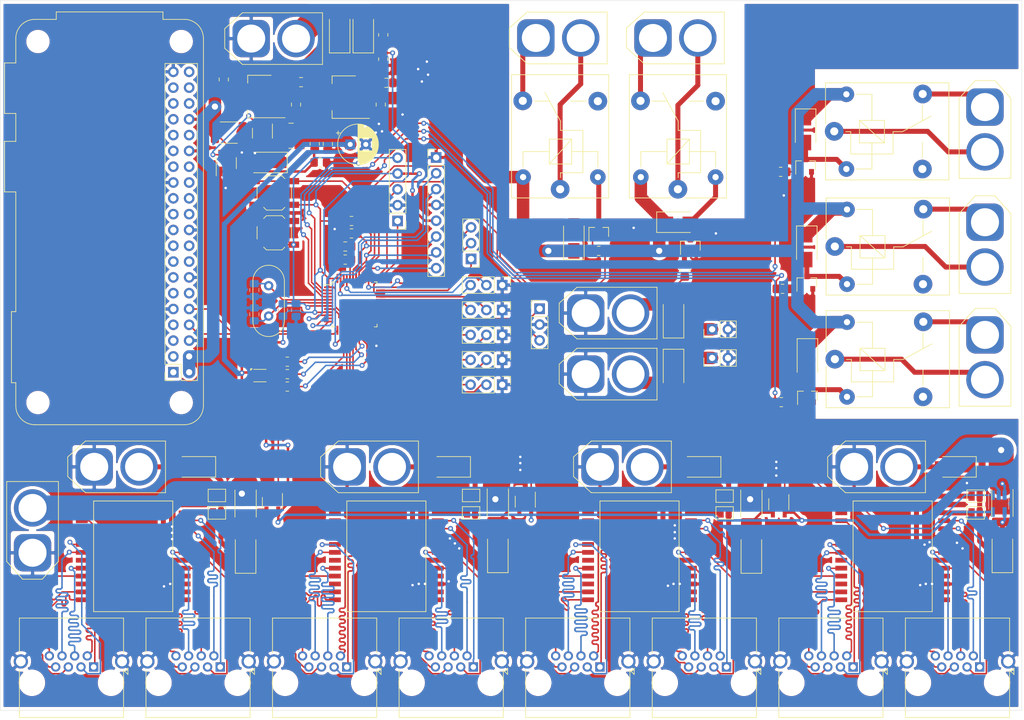
<source format=kicad_pcb>
(kicad_pcb (version 20171130) (host pcbnew 5.1.10)

  (general
    (thickness 1.6)
    (drawings 5)
    (tracks 7584)
    (zones 0)
    (modules 119)
    (nets 213)
  )

  (page A4)
  (layers
    (0 F.Cu signal)
    (31 B.Cu signal)
    (32 B.Adhes user)
    (33 F.Adhes user)
    (34 B.Paste user)
    (35 F.Paste user)
    (36 B.SilkS user)
    (37 F.SilkS user)
    (38 B.Mask user)
    (39 F.Mask user)
    (40 Dwgs.User user)
    (41 Cmts.User user)
    (42 Eco1.User user)
    (43 Eco2.User user)
    (44 Edge.Cuts user)
    (45 Margin user)
    (46 B.CrtYd user)
    (47 F.CrtYd user)
    (48 B.Fab user)
    (49 F.Fab user)
  )

  (setup
    (last_trace_width 0.4)
    (user_trace_width 0.4)
    (user_trace_width 0.8)
    (user_trace_width 2)
    (user_trace_width 4)
    (trace_clearance 0.2)
    (zone_clearance 0.508)
    (zone_45_only no)
    (trace_min 0.2)
    (via_size 0.8)
    (via_drill 0.4)
    (via_min_size 0.4)
    (via_min_drill 0.3)
    (user_via 2 1)
    (uvia_size 0.3)
    (uvia_drill 0.1)
    (uvias_allowed no)
    (uvia_min_size 0.2)
    (uvia_min_drill 0.1)
    (edge_width 0.05)
    (segment_width 0.2)
    (pcb_text_width 0.3)
    (pcb_text_size 1.5 1.5)
    (mod_edge_width 0.12)
    (mod_text_size 1 1)
    (mod_text_width 0.15)
    (pad_size 1.524 1.524)
    (pad_drill 0.762)
    (pad_to_mask_clearance 0)
    (aux_axis_origin 0 0)
    (visible_elements FFFFFF7F)
    (pcbplotparams
      (layerselection 0x010fc_ffffffff)
      (usegerberextensions false)
      (usegerberattributes true)
      (usegerberadvancedattributes true)
      (creategerberjobfile true)
      (excludeedgelayer true)
      (linewidth 0.100000)
      (plotframeref false)
      (viasonmask false)
      (mode 1)
      (useauxorigin false)
      (hpglpennumber 1)
      (hpglpenspeed 20)
      (hpglpendiameter 15.000000)
      (psnegative false)
      (psa4output false)
      (plotreference true)
      (plotvalue true)
      (plotinvisibletext false)
      (padsonsilk false)
      (subtractmaskfromsilk false)
      (outputformat 1)
      (mirror false)
      (drillshape 1)
      (scaleselection 1)
      (outputdirectory ""))
  )

  (net 0 "")
  (net 1 GND)
  (net 2 /NRST)
  (net 3 /BOOT0)
  (net 4 "Net-(C3-Pad1)")
  (net 5 "Net-(C4-Pad1)")
  (net 6 +5V)
  (net 7 +3V3)
  (net 8 +5P)
  (net 9 "Net-(C10-Pad1)")
  (net 10 "Net-(C11-Pad1)")
  (net 11 "Net-(D1-Pad2)")
  (net 12 "Net-(D1-Pad1)")
  (net 13 "Net-(D2-Pad2)")
  (net 14 "Net-(D3-Pad1)")
  (net 15 "Net-(D4-Pad2)")
  (net 16 "Net-(D6-Pad2)")
  (net 17 "Net-(D10-Pad1)")
  (net 18 "Net-(D7-Pad2)")
  (net 19 "Net-(D11-Pad1)")
  (net 20 "Net-(D8-Pad2)")
  (net 21 "Net-(D12-Pad1)")
  (net 22 "Net-(D9-Pad2)")
  (net 23 "Net-(D13-Pad1)")
  (net 24 "Net-(D10-Pad2)")
  (net 25 "Net-(D11-Pad2)")
  (net 26 "Net-(D12-Pad2)")
  (net 27 "Net-(D13-Pad2)")
  (net 28 "Net-(J5-Pad1)")
  (net 29 "Net-(J5-Pad2)")
  (net 30 /GPIO2)
  (net 31 /GPIO1)
  (net 32 /GPIO0)
  (net 33 "Net-(J7-Pad1)")
  (net 34 "Net-(J7-Pad2)")
  (net 35 "Net-(J8-Pad1)")
  (net 36 "Net-(J8-Pad2)")
  (net 37 "Net-(J9-Pad1)")
  (net 38 "Net-(J9-Pad2)")
  (net 39 "Net-(J10-Pad40)")
  (net 40 "Net-(J10-Pad38)")
  (net 41 "Net-(J10-Pad37)")
  (net 42 "Net-(J10-Pad36)")
  (net 43 "Net-(J10-Pad35)")
  (net 44 "Net-(J10-Pad33)")
  (net 45 "Net-(J10-Pad32)")
  (net 46 "Net-(J10-Pad31)")
  (net 47 "Net-(J10-Pad29)")
  (net 48 "Net-(J10-Pad28)")
  (net 49 "Net-(J10-Pad27)")
  (net 50 "Net-(J10-Pad26)")
  (net 51 "Net-(J10-Pad24)")
  (net 52 "Net-(J10-Pad23)")
  (net 53 "Net-(J10-Pad22)")
  (net 54 "Net-(J10-Pad21)")
  (net 55 "Net-(J10-Pad19)")
  (net 56 "Net-(J10-Pad18)")
  (net 57 "Net-(J10-Pad17)")
  (net 58 "Net-(J10-Pad16)")
  (net 59 "Net-(J10-Pad15)")
  (net 60 "Net-(J10-Pad13)")
  (net 61 "Net-(J10-Pad12)")
  (net 62 "Net-(J10-Pad11)")
  (net 63 /TX)
  (net 64 /RX)
  (net 65 "Net-(J10-Pad7)")
  (net 66 "Net-(J10-Pad5)")
  (net 67 "Net-(J10-Pad3)")
  (net 68 "Net-(J10-Pad1)")
  (net 69 /PG0)
  (net 70 /EN0)
  (net 71 /PG1)
  (net 72 /EN1)
  (net 73 /PG2)
  (net 74 /EN2)
  (net 75 /PG3)
  (net 76 /EN3)
  (net 77 /PG4)
  (net 78 /EN4)
  (net 79 /CHARGE_EN)
  (net 80 /SCL)
  (net 81 /SDA)
  (net 82 /I_CHARGE)
  (net 83 /V_SOLAR)
  (net 84 /SWCLK)
  (net 85 /SWDIO)
  (net 86 "Net-(J20-Pad8)")
  (net 87 "Net-(J20-Pad6)")
  (net 88 "Net-(J20-Pad4)")
  (net 89 "Net-(J20-Pad2)")
  (net 90 "Net-(J20-Pad7)")
  (net 91 "Net-(J20-Pad5)")
  (net 92 "Net-(J20-Pad3)")
  (net 93 "Net-(J20-Pad1)")
  (net 94 "Net-(J21-Pad8)")
  (net 95 "Net-(J21-Pad6)")
  (net 96 "Net-(J21-Pad4)")
  (net 97 "Net-(J21-Pad2)")
  (net 98 "Net-(J21-Pad7)")
  (net 99 "Net-(J21-Pad5)")
  (net 100 "Net-(J21-Pad3)")
  (net 101 "Net-(J21-Pad1)")
  (net 102 "Net-(J22-Pad8)")
  (net 103 "Net-(J22-Pad6)")
  (net 104 "Net-(J22-Pad4)")
  (net 105 "Net-(J22-Pad2)")
  (net 106 "Net-(J22-Pad7)")
  (net 107 "Net-(J22-Pad5)")
  (net 108 "Net-(J22-Pad3)")
  (net 109 "Net-(J22-Pad1)")
  (net 110 "Net-(J23-Pad8)")
  (net 111 "Net-(J23-Pad6)")
  (net 112 "Net-(J23-Pad4)")
  (net 113 "Net-(J23-Pad2)")
  (net 114 "Net-(J23-Pad7)")
  (net 115 "Net-(J23-Pad5)")
  (net 116 "Net-(J23-Pad3)")
  (net 117 "Net-(J23-Pad1)")
  (net 118 "Net-(J24-Pad8)")
  (net 119 "Net-(J24-Pad6)")
  (net 120 "Net-(J24-Pad4)")
  (net 121 "Net-(J24-Pad2)")
  (net 122 "Net-(J24-Pad7)")
  (net 123 "Net-(J24-Pad5)")
  (net 124 "Net-(J24-Pad3)")
  (net 125 "Net-(J24-Pad1)")
  (net 126 "Net-(J25-Pad8)")
  (net 127 "Net-(J25-Pad6)")
  (net 128 "Net-(J25-Pad4)")
  (net 129 "Net-(J25-Pad2)")
  (net 130 "Net-(J25-Pad7)")
  (net 131 "Net-(J25-Pad5)")
  (net 132 "Net-(J25-Pad3)")
  (net 133 "Net-(J25-Pad1)")
  (net 134 "Net-(J26-Pad8)")
  (net 135 "Net-(J26-Pad6)")
  (net 136 "Net-(J26-Pad4)")
  (net 137 "Net-(J26-Pad2)")
  (net 138 "Net-(J26-Pad7)")
  (net 139 "Net-(J26-Pad5)")
  (net 140 "Net-(J26-Pad3)")
  (net 141 "Net-(J26-Pad1)")
  (net 142 "Net-(J27-Pad8)")
  (net 143 "Net-(J27-Pad6)")
  (net 144 "Net-(J27-Pad4)")
  (net 145 "Net-(J27-Pad2)")
  (net 146 "Net-(J27-Pad7)")
  (net 147 "Net-(J27-Pad5)")
  (net 148 "Net-(J27-Pad3)")
  (net 149 "Net-(J27-Pad1)")
  (net 150 +24V)
  (net 151 "Net-(J33-Pad1)")
  (net 152 "Net-(J33-Pad2)")
  (net 153 "Net-(JP1-Pad1)")
  (net 154 "Net-(JP2-Pad1)")
  (net 155 "Net-(JP3-Pad1)")
  (net 156 "Net-(JP4-Pad1)")
  (net 157 "Net-(JP5-Pad1)")
  (net 158 "Net-(JP6-Pad1)")
  (net 159 "Net-(JP7-Pad1)")
  (net 160 "Net-(JP8-Pad1)")
  (net 161 "Net-(K1-Pad3)")
  (net 162 "Net-(K2-Pad3)")
  (net 163 "Net-(K3-Pad3)")
  (net 164 "Net-(K4-Pad3)")
  (net 165 "Net-(K5-Pad3)")
  (net 166 "Net-(Q1-Pad1)")
  (net 167 "Net-(Q2-Pad1)")
  (net 168 "Net-(Q3-Pad1)")
  (net 169 "Net-(Q4-Pad1)")
  (net 170 "Net-(Q5-Pad4)")
  (net 171 "Net-(Q5-Pad3)")
  (net 172 "Net-(Q6-Pad1)")
  (net 173 /B)
  (net 174 "Net-(R1-Pad1)")
  (net 175 "Net-(R3-Pad2)")
  (net 176 /G)
  (net 177 "Net-(R4-Pad2)")
  (net 178 /R)
  (net 179 /SERVER_RELAY)
  (net 180 /OUTLET_0)
  (net 181 /OUTLET_1)
  (net 182 /OUTLET_2)
  (net 183 "Net-(R11-Pad2)")
  (net 184 BATTERY)
  (net 185 PoE_RELAY)
  (net 186 /DBG_RX)
  (net 187 /DBG_TX)
  (net 188 I_PoE3)
  (net 189 I_PoE2)
  (net 190 I_PoE1)
  (net 191 I_PoE0)
  (net 192 "Net-(U10-Pad10)")
  (net 193 "Net-(U10-Pad7)")
  (net 194 "Net-(U10-Pad4)")
  (net 195 "Net-(U10-Pad1)")
  (net 196 "Net-(U11-Pad10)")
  (net 197 "Net-(U11-Pad7)")
  (net 198 "Net-(U11-Pad4)")
  (net 199 "Net-(U11-Pad1)")
  (net 200 "Net-(U12-Pad10)")
  (net 201 "Net-(U12-Pad7)")
  (net 202 "Net-(U12-Pad4)")
  (net 203 "Net-(U12-Pad1)")
  (net 204 "Net-(U13-Pad10)")
  (net 205 "Net-(U13-Pad7)")
  (net 206 "Net-(U13-Pad4)")
  (net 207 "Net-(U13-Pad1)")
  (net 208 "Net-(D14-Pad2)")
  (net 209 "Net-(D15-Pad2)")
  (net 210 "Net-(D16-Pad2)")
  (net 211 "Net-(D17-Pad2)")
  (net 212 "Net-(D18-Pad2)")

  (net_class Default "This is the default net class."
    (clearance 0.2)
    (trace_width 0.25)
    (via_dia 0.8)
    (via_drill 0.4)
    (uvia_dia 0.3)
    (uvia_drill 0.1)
    (add_net +24V)
    (add_net +3V3)
    (add_net +5P)
    (add_net +5V)
    (add_net /B)
    (add_net /BOOT0)
    (add_net /CHARGE_EN)
    (add_net /DBG_RX)
    (add_net /DBG_TX)
    (add_net /EN0)
    (add_net /EN1)
    (add_net /EN2)
    (add_net /EN3)
    (add_net /EN4)
    (add_net /G)
    (add_net /GPIO0)
    (add_net /GPIO1)
    (add_net /GPIO2)
    (add_net /I_CHARGE)
    (add_net /NRST)
    (add_net /OUTLET_0)
    (add_net /OUTLET_1)
    (add_net /OUTLET_2)
    (add_net /PG0)
    (add_net /PG1)
    (add_net /PG2)
    (add_net /PG3)
    (add_net /PG4)
    (add_net /R)
    (add_net /RX)
    (add_net /SCL)
    (add_net /SDA)
    (add_net /SERVER_RELAY)
    (add_net /SWCLK)
    (add_net /SWDIO)
    (add_net /TX)
    (add_net /V_SOLAR)
    (add_net BATTERY)
    (add_net GND)
    (add_net I_PoE0)
    (add_net I_PoE1)
    (add_net I_PoE2)
    (add_net I_PoE3)
    (add_net "Net-(C10-Pad1)")
    (add_net "Net-(C11-Pad1)")
    (add_net "Net-(C3-Pad1)")
    (add_net "Net-(C4-Pad1)")
    (add_net "Net-(D1-Pad1)")
    (add_net "Net-(D1-Pad2)")
    (add_net "Net-(D10-Pad1)")
    (add_net "Net-(D10-Pad2)")
    (add_net "Net-(D11-Pad1)")
    (add_net "Net-(D11-Pad2)")
    (add_net "Net-(D12-Pad1)")
    (add_net "Net-(D12-Pad2)")
    (add_net "Net-(D13-Pad1)")
    (add_net "Net-(D13-Pad2)")
    (add_net "Net-(D14-Pad2)")
    (add_net "Net-(D15-Pad2)")
    (add_net "Net-(D16-Pad2)")
    (add_net "Net-(D17-Pad2)")
    (add_net "Net-(D18-Pad2)")
    (add_net "Net-(D2-Pad2)")
    (add_net "Net-(D3-Pad1)")
    (add_net "Net-(D4-Pad2)")
    (add_net "Net-(D6-Pad2)")
    (add_net "Net-(D7-Pad2)")
    (add_net "Net-(D8-Pad2)")
    (add_net "Net-(D9-Pad2)")
    (add_net "Net-(J10-Pad1)")
    (add_net "Net-(J10-Pad11)")
    (add_net "Net-(J10-Pad12)")
    (add_net "Net-(J10-Pad13)")
    (add_net "Net-(J10-Pad15)")
    (add_net "Net-(J10-Pad16)")
    (add_net "Net-(J10-Pad17)")
    (add_net "Net-(J10-Pad18)")
    (add_net "Net-(J10-Pad19)")
    (add_net "Net-(J10-Pad21)")
    (add_net "Net-(J10-Pad22)")
    (add_net "Net-(J10-Pad23)")
    (add_net "Net-(J10-Pad24)")
    (add_net "Net-(J10-Pad26)")
    (add_net "Net-(J10-Pad27)")
    (add_net "Net-(J10-Pad28)")
    (add_net "Net-(J10-Pad29)")
    (add_net "Net-(J10-Pad3)")
    (add_net "Net-(J10-Pad31)")
    (add_net "Net-(J10-Pad32)")
    (add_net "Net-(J10-Pad33)")
    (add_net "Net-(J10-Pad35)")
    (add_net "Net-(J10-Pad36)")
    (add_net "Net-(J10-Pad37)")
    (add_net "Net-(J10-Pad38)")
    (add_net "Net-(J10-Pad40)")
    (add_net "Net-(J10-Pad5)")
    (add_net "Net-(J10-Pad7)")
    (add_net "Net-(J20-Pad1)")
    (add_net "Net-(J20-Pad2)")
    (add_net "Net-(J20-Pad3)")
    (add_net "Net-(J20-Pad4)")
    (add_net "Net-(J20-Pad5)")
    (add_net "Net-(J20-Pad6)")
    (add_net "Net-(J20-Pad7)")
    (add_net "Net-(J20-Pad8)")
    (add_net "Net-(J21-Pad1)")
    (add_net "Net-(J21-Pad2)")
    (add_net "Net-(J21-Pad3)")
    (add_net "Net-(J21-Pad4)")
    (add_net "Net-(J21-Pad5)")
    (add_net "Net-(J21-Pad6)")
    (add_net "Net-(J21-Pad7)")
    (add_net "Net-(J21-Pad8)")
    (add_net "Net-(J22-Pad1)")
    (add_net "Net-(J22-Pad2)")
    (add_net "Net-(J22-Pad3)")
    (add_net "Net-(J22-Pad4)")
    (add_net "Net-(J22-Pad5)")
    (add_net "Net-(J22-Pad6)")
    (add_net "Net-(J22-Pad7)")
    (add_net "Net-(J22-Pad8)")
    (add_net "Net-(J23-Pad1)")
    (add_net "Net-(J23-Pad2)")
    (add_net "Net-(J23-Pad3)")
    (add_net "Net-(J23-Pad4)")
    (add_net "Net-(J23-Pad5)")
    (add_net "Net-(J23-Pad6)")
    (add_net "Net-(J23-Pad7)")
    (add_net "Net-(J23-Pad8)")
    (add_net "Net-(J24-Pad1)")
    (add_net "Net-(J24-Pad2)")
    (add_net "Net-(J24-Pad3)")
    (add_net "Net-(J24-Pad4)")
    (add_net "Net-(J24-Pad5)")
    (add_net "Net-(J24-Pad6)")
    (add_net "Net-(J24-Pad7)")
    (add_net "Net-(J24-Pad8)")
    (add_net "Net-(J25-Pad1)")
    (add_net "Net-(J25-Pad2)")
    (add_net "Net-(J25-Pad3)")
    (add_net "Net-(J25-Pad4)")
    (add_net "Net-(J25-Pad5)")
    (add_net "Net-(J25-Pad6)")
    (add_net "Net-(J25-Pad7)")
    (add_net "Net-(J25-Pad8)")
    (add_net "Net-(J26-Pad1)")
    (add_net "Net-(J26-Pad2)")
    (add_net "Net-(J26-Pad3)")
    (add_net "Net-(J26-Pad4)")
    (add_net "Net-(J26-Pad5)")
    (add_net "Net-(J26-Pad6)")
    (add_net "Net-(J26-Pad7)")
    (add_net "Net-(J26-Pad8)")
    (add_net "Net-(J27-Pad1)")
    (add_net "Net-(J27-Pad2)")
    (add_net "Net-(J27-Pad3)")
    (add_net "Net-(J27-Pad4)")
    (add_net "Net-(J27-Pad5)")
    (add_net "Net-(J27-Pad6)")
    (add_net "Net-(J27-Pad7)")
    (add_net "Net-(J27-Pad8)")
    (add_net "Net-(J33-Pad1)")
    (add_net "Net-(J33-Pad2)")
    (add_net "Net-(J5-Pad1)")
    (add_net "Net-(J5-Pad2)")
    (add_net "Net-(J7-Pad1)")
    (add_net "Net-(J7-Pad2)")
    (add_net "Net-(J8-Pad1)")
    (add_net "Net-(J8-Pad2)")
    (add_net "Net-(J9-Pad1)")
    (add_net "Net-(J9-Pad2)")
    (add_net "Net-(JP1-Pad1)")
    (add_net "Net-(JP2-Pad1)")
    (add_net "Net-(JP3-Pad1)")
    (add_net "Net-(JP4-Pad1)")
    (add_net "Net-(JP5-Pad1)")
    (add_net "Net-(JP6-Pad1)")
    (add_net "Net-(JP7-Pad1)")
    (add_net "Net-(JP8-Pad1)")
    (add_net "Net-(K1-Pad3)")
    (add_net "Net-(K2-Pad3)")
    (add_net "Net-(K3-Pad3)")
    (add_net "Net-(K4-Pad3)")
    (add_net "Net-(K5-Pad3)")
    (add_net "Net-(Q1-Pad1)")
    (add_net "Net-(Q2-Pad1)")
    (add_net "Net-(Q3-Pad1)")
    (add_net "Net-(Q4-Pad1)")
    (add_net "Net-(Q5-Pad3)")
    (add_net "Net-(Q5-Pad4)")
    (add_net "Net-(Q6-Pad1)")
    (add_net "Net-(R1-Pad1)")
    (add_net "Net-(R11-Pad2)")
    (add_net "Net-(R3-Pad2)")
    (add_net "Net-(R4-Pad2)")
    (add_net "Net-(U10-Pad1)")
    (add_net "Net-(U10-Pad10)")
    (add_net "Net-(U10-Pad4)")
    (add_net "Net-(U10-Pad7)")
    (add_net "Net-(U11-Pad1)")
    (add_net "Net-(U11-Pad10)")
    (add_net "Net-(U11-Pad4)")
    (add_net "Net-(U11-Pad7)")
    (add_net "Net-(U12-Pad1)")
    (add_net "Net-(U12-Pad10)")
    (add_net "Net-(U12-Pad4)")
    (add_net "Net-(U12-Pad7)")
    (add_net "Net-(U13-Pad1)")
    (add_net "Net-(U13-Pad10)")
    (add_net "Net-(U13-Pad4)")
    (add_net "Net-(U13-Pad7)")
    (add_net PoE_RELAY)
  )

  (module Connector_PinHeader_2.54mm:PinHeader_1x03_P2.54mm_Vertical (layer F.Cu) (tedit 59FED5CC) (tstamp 618807D2)
    (at 151.6 88.5)
    (descr "Through hole straight pin header, 1x03, 2.54mm pitch, single row")
    (tags "Through hole pin header THT 1x03 2.54mm single row")
    (path /623B30EF)
    (fp_text reference J18 (at 0 -2.33) (layer F.SilkS) hide
      (effects (font (size 1 1) (thickness 0.15)))
    )
    (fp_text value Conn_01x03 (at 0 7.41) (layer F.Fab)
      (effects (font (size 1 1) (thickness 0.15)))
    )
    (fp_text user %R (at 0 2.54 90) (layer F.Fab)
      (effects (font (size 1 1) (thickness 0.15)))
    )
    (fp_line (start -0.635 -1.27) (end 1.27 -1.27) (layer F.Fab) (width 0.1))
    (fp_line (start 1.27 -1.27) (end 1.27 6.35) (layer F.Fab) (width 0.1))
    (fp_line (start 1.27 6.35) (end -1.27 6.35) (layer F.Fab) (width 0.1))
    (fp_line (start -1.27 6.35) (end -1.27 -0.635) (layer F.Fab) (width 0.1))
    (fp_line (start -1.27 -0.635) (end -0.635 -1.27) (layer F.Fab) (width 0.1))
    (fp_line (start -1.33 6.41) (end 1.33 6.41) (layer F.SilkS) (width 0.12))
    (fp_line (start -1.33 1.27) (end -1.33 6.41) (layer F.SilkS) (width 0.12))
    (fp_line (start 1.33 1.27) (end 1.33 6.41) (layer F.SilkS) (width 0.12))
    (fp_line (start -1.33 1.27) (end 1.33 1.27) (layer F.SilkS) (width 0.12))
    (fp_line (start -1.33 0) (end -1.33 -1.33) (layer F.SilkS) (width 0.12))
    (fp_line (start -1.33 -1.33) (end 0 -1.33) (layer F.SilkS) (width 0.12))
    (fp_line (start -1.8 -1.8) (end -1.8 6.85) (layer F.CrtYd) (width 0.05))
    (fp_line (start -1.8 6.85) (end 1.8 6.85) (layer F.CrtYd) (width 0.05))
    (fp_line (start 1.8 6.85) (end 1.8 -1.8) (layer F.CrtYd) (width 0.05))
    (fp_line (start 1.8 -1.8) (end -1.8 -1.8) (layer F.CrtYd) (width 0.05))
    (pad 3 thru_hole oval (at 0 5.08) (size 1.7 1.7) (drill 1) (layers *.Cu *.Mask)
      (net 187 /DBG_TX))
    (pad 2 thru_hole oval (at 0 2.54) (size 1.7 1.7) (drill 1) (layers *.Cu *.Mask)
      (net 1 GND))
    (pad 1 thru_hole rect (at 0 0) (size 1.7 1.7) (drill 1) (layers *.Cu *.Mask)
      (net 186 /DBG_RX))
    (model ${KISYS3DMOD}/Connector_PinHeader_2.54mm.3dshapes/PinHeader_1x03_P2.54mm_Vertical.wrl
      (at (xyz 0 0 0))
      (scale (xyz 1 1 1))
      (rotate (xyz 0 0 0))
    )
  )

  (module Module:Raspberry_Pi_Zero_Socketed_THT_FaceDown_MountingHoles (layer F.Cu) (tedit 5C6350CC) (tstamp 6185B5B3)
    (at 92.8 98.7 180)
    (descr "Raspberry Pi Zero using through hole straight pin socket, 2x20, 2.54mm pitch, https://www.raspberrypi.org/documentation/hardware/raspberrypi/mechanical/rpi_MECH_Zero_1p2.pdf")
    (tags "raspberry pi zero through hole")
    (path /6186B061)
    (fp_text reference J10 (at -6.27 24.13 90) (layer F.SilkS) hide
      (effects (font (size 1 1) (thickness 0.15)))
    )
    (fp_text value Conn_02x20_Odd_Even (at 10.23 24.13 270) (layer F.Fab)
      (effects (font (size 1 1) (thickness 0.15)))
    )
    (fp_text user %R (at -1.27 24.13 90) (layer F.Fab)
      (effects (font (size 1 1) (thickness 0.15)))
    )
    (fp_arc (start -1.77 53.63) (end -1.77 56.63) (angle 90) (layer F.Fab) (width 0.1))
    (fp_arc (start -1.77 -5.37) (end -4.77 -5.37) (angle 90) (layer F.Fab) (width 0.1))
    (fp_arc (start 22.23 -5.37) (end 22.23 -8.37) (angle 90) (layer F.Fab) (width 0.1))
    (fp_arc (start 22.23 53.63) (end 25.29 53.63) (angle 90) (layer F.SilkS) (width 0.12))
    (fp_arc (start -1.77 53.63) (end -1.77 56.69) (angle 90) (layer F.SilkS) (width 0.12))
    (fp_arc (start -1.77 -5.37) (end -4.83 -5.37) (angle 90) (layer F.SilkS) (width 0.12))
    (fp_arc (start 22.23 53.63) (end 25.23 53.63) (angle 90) (layer F.Fab) (width 0.1))
    (fp_arc (start 22.23 -5.37) (end 22.23 -8.43) (angle 90) (layer F.SilkS) (width 0.12))
    (fp_line (start 27.03 41.63) (end 25.23 41.63) (layer F.Fab) (width 0.1))
    (fp_line (start 27.03 49.63) (end 27.03 41.63) (layer F.Fab) (width 0.1))
    (fp_line (start 25.23 49.63) (end 27.03 49.63) (layer F.Fab) (width 0.1))
    (fp_line (start 25.23 -1.62) (end 25.23 -5.37) (layer F.Fab) (width 0.1))
    (fp_line (start 25.93 9.68) (end 25.93 -1.62) (layer F.Fab) (width 0.1))
    (fp_line (start 25.23 9.68) (end 25.93 9.68) (layer F.Fab) (width 0.1))
    (fp_line (start 25.23 -1.62) (end 25.93 -1.62) (layer F.Fab) (width 0.1))
    (fp_line (start 19.23 56.88) (end 25.48 56.88) (layer F.CrtYd) (width 0.05))
    (fp_line (start -5.02 56.88) (end 1.23 56.88) (layer F.CrtYd) (width 0.05))
    (fp_line (start 25.48 50.13) (end 25.48 56.88) (layer F.CrtYd) (width 0.05))
    (fp_line (start 25.48 37.53) (end 25.48 41.13) (layer F.CrtYd) (width 0.05))
    (fp_line (start 25.48 -2.12) (end 25.48 -8.62) (layer F.CrtYd) (width 0.05))
    (fp_line (start -5.02 -8.62) (end 25.48 -8.62) (layer F.CrtYd) (width 0.05))
    (fp_line (start 25.48 28.53) (end 25.48 10.18) (layer F.CrtYd) (width 0.05))
    (fp_line (start -5.02 56.88) (end -5.02 -8.62) (layer F.CrtYd) (width 0.05))
    (fp_line (start 19.23 58.33) (end 1.23 58.33) (layer F.CrtYd) (width 0.05))
    (fp_line (start 19.23 58.33) (end 19.23 56.88) (layer F.CrtYd) (width 0.05))
    (fp_line (start 1.23 58.33) (end 1.23 56.88) (layer F.CrtYd) (width 0.05))
    (fp_line (start 26.43 -2.12) (end 26.43 10.18) (layer F.CrtYd) (width 0.05))
    (fp_line (start 26.43 -2.12) (end 25.48 -2.12) (layer F.CrtYd) (width 0.05))
    (fp_line (start 26.43 10.18) (end 25.48 10.18) (layer F.CrtYd) (width 0.05))
    (fp_line (start 27.53 28.53) (end 25.48 28.53) (layer F.CrtYd) (width 0.05))
    (fp_line (start 27.53 37.53) (end 27.53 28.53) (layer F.CrtYd) (width 0.05))
    (fp_line (start 27.53 37.53) (end 25.48 37.53) (layer F.CrtYd) (width 0.05))
    (fp_line (start 27.53 50.13) (end 27.53 41.13) (layer F.CrtYd) (width 0.05))
    (fp_line (start 27.53 41.13) (end 25.48 41.13) (layer F.CrtYd) (width 0.05))
    (fp_line (start 27.53 50.13) (end 25.48 50.13) (layer F.CrtYd) (width 0.05))
    (fp_line (start -4.83 53.63) (end -4.83 -5.37) (layer F.SilkS) (width 0.12))
    (fp_line (start -1.77 -8.43) (end 22.23 -8.43) (layer F.SilkS) (width 0.12))
    (fp_line (start 25.29 53.63) (end 25.29 49.69) (layer F.SilkS) (width 0.12))
    (fp_line (start 18.79 56.69) (end 22.23 56.69) (layer F.SilkS) (width 0.12))
    (fp_line (start 1.27 -0.27) (end 1.27 49.53) (layer F.Fab) (width 0.1))
    (fp_line (start -3.81 -1.27) (end 0.27 -1.27) (layer F.Fab) (width 0.1))
    (fp_line (start 0.27 -1.27) (end 1.27 -0.27) (layer F.Fab) (width 0.1))
    (fp_line (start -3.87 49.59) (end 1.33 49.59) (layer F.SilkS) (width 0.12))
    (fp_line (start 1.33 1.27) (end 1.33 49.59) (layer F.SilkS) (width 0.12))
    (fp_line (start 1.33 -1.33) (end 1.33 0) (layer F.SilkS) (width 0.12))
    (fp_line (start 0 -1.33) (end 1.33 -1.33) (layer F.SilkS) (width 0.12))
    (fp_line (start -1.27 1.27) (end 1.33 1.27) (layer F.SilkS) (width 0.12))
    (fp_line (start -1.27 -1.33) (end -1.27 1.27) (layer F.SilkS) (width 0.12))
    (fp_line (start 1.76 50) (end -4.34 50) (layer F.CrtYd) (width 0.05))
    (fp_line (start -4.34 50) (end -4.34 -1.8) (layer F.CrtYd) (width 0.05))
    (fp_line (start -4.34 -1.8) (end 1.76 -1.8) (layer F.CrtYd) (width 0.05))
    (fp_line (start 1.76 -1.8) (end 1.76 50) (layer F.CrtYd) (width 0.05))
    (fp_line (start -3.87 -1.33) (end -1.27 -1.33) (layer F.SilkS) (width 0.12))
    (fp_line (start -3.87 -1.33) (end -3.87 49.59) (layer F.SilkS) (width 0.12))
    (fp_line (start 1.27 49.53) (end -3.81 49.53) (layer F.Fab) (width 0.1))
    (fp_line (start -3.81 49.53) (end -3.81 -1.27) (layer F.Fab) (width 0.1))
    (fp_line (start -1.77 56.63) (end 1.73 56.63) (layer F.Fab) (width 0.1))
    (fp_line (start -1.77 -8.37) (end 22.23 -8.37) (layer F.Fab) (width 0.1))
    (fp_line (start -4.77 53.63) (end -4.77 -5.37) (layer F.Fab) (width 0.1))
    (fp_line (start 27.03 29.03) (end 25.23 29.03) (layer F.Fab) (width 0.1))
    (fp_line (start 25.23 37.03) (end 27.03 37.03) (layer F.Fab) (width 0.1))
    (fp_line (start 27.03 37.03) (end 27.03 29.03) (layer F.Fab) (width 0.1))
    (fp_line (start 25.23 49.63) (end 25.23 53.63) (layer F.Fab) (width 0.1))
    (fp_line (start 25.23 41.63) (end 25.23 37.03) (layer F.Fab) (width 0.1))
    (fp_line (start 25.23 29.03) (end 25.23 9.68) (layer F.Fab) (width 0.1))
    (fp_line (start 1.73 56.63) (end 1.73 57.83) (layer F.Fab) (width 0.1))
    (fp_line (start 1.73 57.83) (end 18.73 57.83) (layer F.Fab) (width 0.1))
    (fp_line (start 18.73 56.63) (end 18.73 57.83) (layer F.Fab) (width 0.1))
    (fp_line (start 22.23 56.63) (end 18.73 56.63) (layer F.Fab) (width 0.1))
    (fp_line (start 1.67 56.69) (end 1.67 57.89) (layer F.SilkS) (width 0.12))
    (fp_line (start 1.67 57.89) (end 18.79 57.89) (layer F.SilkS) (width 0.12))
    (fp_line (start 18.79 57.89) (end 18.79 56.69) (layer F.SilkS) (width 0.12))
    (fp_line (start 1.67 56.69) (end -1.77 56.69) (layer F.SilkS) (width 0.12))
    (fp_line (start 25.29 49.69) (end 27.09 49.69) (layer F.SilkS) (width 0.12))
    (fp_line (start 27.09 49.69) (end 27.09 41.57) (layer F.SilkS) (width 0.12))
    (fp_line (start 27.09 41.57) (end 25.29 41.57) (layer F.SilkS) (width 0.12))
    (fp_line (start 25.29 37.09) (end 27.09 37.09) (layer F.SilkS) (width 0.12))
    (fp_line (start 27.09 28.97) (end 25.29 28.97) (layer F.SilkS) (width 0.12))
    (fp_line (start 27.09 37.09) (end 27.09 28.97) (layer F.SilkS) (width 0.12))
    (fp_line (start 25.29 41.57) (end 25.29 37.09) (layer F.SilkS) (width 0.12))
    (fp_line (start 25.29 28.97) (end 25.29 9.74) (layer F.SilkS) (width 0.12))
    (fp_line (start 25.29 9.74) (end 25.99 9.74) (layer F.SilkS) (width 0.12))
    (fp_line (start 25.99 9.74) (end 25.99 -1.68) (layer F.SilkS) (width 0.12))
    (fp_line (start 25.99 -1.68) (end 25.29 -1.68) (layer F.SilkS) (width 0.12))
    (fp_line (start 25.29 -1.68) (end 25.29 -5.37) (layer F.SilkS) (width 0.12))
    (pad "" np_thru_hole circle (at -1.27 53.13 270) (size 2.75 2.75) (drill 2.75) (layers *.Cu *.Mask)
      (solder_mask_margin 1.625))
    (pad "" np_thru_hole circle (at 21.73 -4.87 270) (size 2.75 2.75) (drill 2.75) (layers *.Cu *.Mask)
      (solder_mask_margin 1.625))
    (pad "" np_thru_hole circle (at 21.73 53.13 270) (size 2.75 2.75) (drill 2.75) (layers *.Cu *.Mask)
      (solder_mask_margin 1.625))
    (pad "" np_thru_hole circle (at -1.27 -4.87 270) (size 2.75 2.75) (drill 2.75) (layers *.Cu *.Mask)
      (solder_mask_margin 1.625))
    (pad 40 thru_hole oval (at -2.54 48.26 180) (size 1.7 1.7) (drill 1) (layers *.Cu *.Mask)
      (net 39 "Net-(J10-Pad40)"))
    (pad 39 thru_hole oval (at 0 48.26 180) (size 1.7 1.7) (drill 1) (layers *.Cu *.Mask)
      (net 1 GND))
    (pad 26 thru_hole oval (at -2.54 30.48 180) (size 1.7 1.7) (drill 1) (layers *.Cu *.Mask)
      (net 50 "Net-(J10-Pad26)"))
    (pad 25 thru_hole oval (at 0 30.48 180) (size 1.7 1.7) (drill 1) (layers *.Cu *.Mask)
      (net 1 GND))
    (pad 22 thru_hole oval (at -2.54 25.4 180) (size 1.7 1.7) (drill 1) (layers *.Cu *.Mask)
      (net 53 "Net-(J10-Pad22)"))
    (pad 21 thru_hole oval (at 0 25.4 180) (size 1.7 1.7) (drill 1) (layers *.Cu *.Mask)
      (net 54 "Net-(J10-Pad21)"))
    (pad 30 thru_hole oval (at -2.54 35.56 180) (size 1.7 1.7) (drill 1) (layers *.Cu *.Mask)
      (net 1 GND))
    (pad 29 thru_hole oval (at 0 35.56 180) (size 1.7 1.7) (drill 1) (layers *.Cu *.Mask)
      (net 47 "Net-(J10-Pad29)"))
    (pad 8 thru_hole oval (at -2.54 7.62 180) (size 1.7 1.7) (drill 1) (layers *.Cu *.Mask)
      (net 64 /RX))
    (pad 7 thru_hole oval (at 0 7.62 180) (size 1.7 1.7) (drill 1) (layers *.Cu *.Mask)
      (net 65 "Net-(J10-Pad7)"))
    (pad 32 thru_hole oval (at -2.54 38.1 180) (size 1.7 1.7) (drill 1) (layers *.Cu *.Mask)
      (net 45 "Net-(J10-Pad32)"))
    (pad 31 thru_hole oval (at 0 38.1 180) (size 1.7 1.7) (drill 1) (layers *.Cu *.Mask)
      (net 46 "Net-(J10-Pad31)"))
    (pad 18 thru_hole oval (at -2.54 20.32 180) (size 1.7 1.7) (drill 1) (layers *.Cu *.Mask)
      (net 56 "Net-(J10-Pad18)"))
    (pad 17 thru_hole oval (at 0 20.32 180) (size 1.7 1.7) (drill 1) (layers *.Cu *.Mask)
      (net 57 "Net-(J10-Pad17)"))
    (pad 36 thru_hole oval (at -2.54 43.18 180) (size 1.7 1.7) (drill 1) (layers *.Cu *.Mask)
      (net 42 "Net-(J10-Pad36)"))
    (pad 35 thru_hole oval (at 0 43.18 180) (size 1.7 1.7) (drill 1) (layers *.Cu *.Mask)
      (net 43 "Net-(J10-Pad35)"))
    (pad 34 thru_hole oval (at -2.54 40.64 180) (size 1.7 1.7) (drill 1) (layers *.Cu *.Mask)
      (net 1 GND))
    (pad 33 thru_hole oval (at 0 40.64 180) (size 1.7 1.7) (drill 1) (layers *.Cu *.Mask)
      (net 44 "Net-(J10-Pad33)"))
    (pad 38 thru_hole oval (at -2.54 45.72 180) (size 1.7 1.7) (drill 1) (layers *.Cu *.Mask)
      (net 40 "Net-(J10-Pad38)"))
    (pad 37 thru_hole oval (at 0 45.72 180) (size 1.7 1.7) (drill 1) (layers *.Cu *.Mask)
      (net 41 "Net-(J10-Pad37)"))
    (pad 20 thru_hole oval (at -2.54 22.86 180) (size 1.7 1.7) (drill 1) (layers *.Cu *.Mask)
      (net 1 GND))
    (pad 19 thru_hole oval (at 0 22.86 180) (size 1.7 1.7) (drill 1) (layers *.Cu *.Mask)
      (net 55 "Net-(J10-Pad19)"))
    (pad 10 thru_hole oval (at -2.54 10.16 180) (size 1.7 1.7) (drill 1) (layers *.Cu *.Mask)
      (net 63 /TX))
    (pad 9 thru_hole oval (at 0 10.16 180) (size 1.7 1.7) (drill 1) (layers *.Cu *.Mask)
      (net 1 GND))
    (pad 14 thru_hole oval (at -2.54 15.24 180) (size 1.7 1.7) (drill 1) (layers *.Cu *.Mask)
      (net 1 GND))
    (pad 13 thru_hole oval (at 0 15.24 180) (size 1.7 1.7) (drill 1) (layers *.Cu *.Mask)
      (net 60 "Net-(J10-Pad13)"))
    (pad 28 thru_hole oval (at -2.54 33.02 180) (size 1.7 1.7) (drill 1) (layers *.Cu *.Mask)
      (net 48 "Net-(J10-Pad28)"))
    (pad 27 thru_hole oval (at 0 33.02 180) (size 1.7 1.7) (drill 1) (layers *.Cu *.Mask)
      (net 49 "Net-(J10-Pad27)"))
    (pad 12 thru_hole oval (at -2.54 12.7 180) (size 1.7 1.7) (drill 1) (layers *.Cu *.Mask)
      (net 61 "Net-(J10-Pad12)"))
    (pad 11 thru_hole oval (at 0 12.7 180) (size 1.7 1.7) (drill 1) (layers *.Cu *.Mask)
      (net 62 "Net-(J10-Pad11)"))
    (pad 24 thru_hole oval (at -2.54 27.94 180) (size 1.7 1.7) (drill 1) (layers *.Cu *.Mask)
      (net 51 "Net-(J10-Pad24)"))
    (pad 23 thru_hole oval (at 0 27.94 180) (size 1.7 1.7) (drill 1) (layers *.Cu *.Mask)
      (net 52 "Net-(J10-Pad23)"))
    (pad 1 thru_hole rect (at 0 0 180) (size 1.7 1.7) (drill 1) (layers *.Cu *.Mask)
      (net 68 "Net-(J10-Pad1)"))
    (pad 2 thru_hole oval (at -2.54 0 180) (size 1.7 1.7) (drill 1) (layers *.Cu *.Mask)
      (net 6 +5V))
    (pad 5 thru_hole oval (at 0 5.08 180) (size 1.7 1.7) (drill 1) (layers *.Cu *.Mask)
      (net 66 "Net-(J10-Pad5)"))
    (pad 4 thru_hole oval (at -2.54 2.54 180) (size 1.7 1.7) (drill 1) (layers *.Cu *.Mask)
      (net 6 +5V))
    (pad 16 thru_hole oval (at -2.54 17.78 180) (size 1.7 1.7) (drill 1) (layers *.Cu *.Mask)
      (net 58 "Net-(J10-Pad16)"))
    (pad 15 thru_hole oval (at 0 17.78 180) (size 1.7 1.7) (drill 1) (layers *.Cu *.Mask)
      (net 59 "Net-(J10-Pad15)"))
    (pad 3 thru_hole oval (at 0 2.54 180) (size 1.7 1.7) (drill 1) (layers *.Cu *.Mask)
      (net 67 "Net-(J10-Pad3)"))
    (pad 6 thru_hole oval (at -2.54 5.08 180) (size 1.7 1.7) (drill 1) (layers *.Cu *.Mask)
      (net 1 GND))
    (model ${KISYS3DMOD}/Module.3dshapes/Raspberry_Pi_Zero_Socketed_THT_FaceDown_MountingHoles.wrl
      (at (xyz 0 0 0))
      (scale (xyz 1 1 1))
      (rotate (xyz 0 0 0))
    )
  )

  (module Package_TO_SOT_SMD:SOT-23-5_HandSoldering (layer B.Cu) (tedit 5A0AB76C) (tstamp 6185BCDB)
    (at 225.3 119.8 270)
    (descr "5-pin SOT23 package")
    (tags "SOT-23-5 hand-soldering")
    (path /618F7B44/61A1F4E8)
    (attr smd)
    (fp_text reference U9 (at 0 2.9 270) (layer B.SilkS) hide
      (effects (font (size 1 1) (thickness 0.15)) (justify mirror))
    )
    (fp_text value INA180 (at 0 -2.9 270) (layer B.Fab)
      (effects (font (size 1 1) (thickness 0.15)) (justify mirror))
    )
    (fp_text user %R (at 0 0) (layer B.Fab)
      (effects (font (size 0.5 0.5) (thickness 0.075)) (justify mirror))
    )
    (fp_line (start -0.9 -1.61) (end 0.9 -1.61) (layer B.SilkS) (width 0.12))
    (fp_line (start 0.9 1.61) (end -1.55 1.61) (layer B.SilkS) (width 0.12))
    (fp_line (start -0.9 0.9) (end -0.25 1.55) (layer B.Fab) (width 0.1))
    (fp_line (start 0.9 1.55) (end -0.25 1.55) (layer B.Fab) (width 0.1))
    (fp_line (start -0.9 0.9) (end -0.9 -1.55) (layer B.Fab) (width 0.1))
    (fp_line (start 0.9 -1.55) (end -0.9 -1.55) (layer B.Fab) (width 0.1))
    (fp_line (start 0.9 1.55) (end 0.9 -1.55) (layer B.Fab) (width 0.1))
    (fp_line (start -2.38 1.8) (end 2.38 1.8) (layer B.CrtYd) (width 0.05))
    (fp_line (start -2.38 1.8) (end -2.38 -1.8) (layer B.CrtYd) (width 0.05))
    (fp_line (start 2.38 -1.8) (end 2.38 1.8) (layer B.CrtYd) (width 0.05))
    (fp_line (start 2.38 -1.8) (end -2.38 -1.8) (layer B.CrtYd) (width 0.05))
    (pad 5 smd rect (at 1.35 0.95 270) (size 1.56 0.65) (layers B.Cu B.Paste B.Mask)
      (net 7 +3V3))
    (pad 4 smd rect (at 1.35 -0.95 270) (size 1.56 0.65) (layers B.Cu B.Paste B.Mask)
      (net 22 "Net-(D9-Pad2)"))
    (pad 3 smd rect (at -1.35 -0.95 270) (size 1.56 0.65) (layers B.Cu B.Paste B.Mask)
      (net 150 +24V))
    (pad 2 smd rect (at -1.35 0 270) (size 1.56 0.65) (layers B.Cu B.Paste B.Mask)
      (net 1 GND))
    (pad 1 smd rect (at -1.35 0.95 270) (size 1.56 0.65) (layers B.Cu B.Paste B.Mask)
      (net 188 I_PoE3))
    (model ${KISYS3DMOD}/Package_TO_SOT_SMD.3dshapes/SOT-23-5.wrl
      (at (xyz 0 0 0))
      (scale (xyz 1 1 1))
      (rotate (xyz 0 0 0))
    )
  )

  (module Package_TO_SOT_SMD:SOT-23-5_HandSoldering (layer F.Cu) (tedit 5A0AB76C) (tstamp 6185BCC5)
    (at 190 119.9 270)
    (descr "5-pin SOT23 package")
    (tags "SOT-23-5 hand-soldering")
    (path /618F7B44/61A1F450)
    (attr smd)
    (fp_text reference U8 (at 0 -2.9 90) (layer F.SilkS) hide
      (effects (font (size 1 1) (thickness 0.15)))
    )
    (fp_text value INA180 (at 0 2.9 90) (layer F.Fab)
      (effects (font (size 1 1) (thickness 0.15)))
    )
    (fp_text user %R (at 0 0) (layer F.Fab)
      (effects (font (size 0.5 0.5) (thickness 0.075)))
    )
    (fp_line (start -0.9 1.61) (end 0.9 1.61) (layer F.SilkS) (width 0.12))
    (fp_line (start 0.9 -1.61) (end -1.55 -1.61) (layer F.SilkS) (width 0.12))
    (fp_line (start -0.9 -0.9) (end -0.25 -1.55) (layer F.Fab) (width 0.1))
    (fp_line (start 0.9 -1.55) (end -0.25 -1.55) (layer F.Fab) (width 0.1))
    (fp_line (start -0.9 -0.9) (end -0.9 1.55) (layer F.Fab) (width 0.1))
    (fp_line (start 0.9 1.55) (end -0.9 1.55) (layer F.Fab) (width 0.1))
    (fp_line (start 0.9 -1.55) (end 0.9 1.55) (layer F.Fab) (width 0.1))
    (fp_line (start -2.38 -1.8) (end 2.38 -1.8) (layer F.CrtYd) (width 0.05))
    (fp_line (start -2.38 -1.8) (end -2.38 1.8) (layer F.CrtYd) (width 0.05))
    (fp_line (start 2.38 1.8) (end 2.38 -1.8) (layer F.CrtYd) (width 0.05))
    (fp_line (start 2.38 1.8) (end -2.38 1.8) (layer F.CrtYd) (width 0.05))
    (pad 5 smd rect (at 1.35 -0.95 270) (size 1.56 0.65) (layers F.Cu F.Paste F.Mask)
      (net 7 +3V3))
    (pad 4 smd rect (at 1.35 0.95 270) (size 1.56 0.65) (layers F.Cu F.Paste F.Mask)
      (net 20 "Net-(D8-Pad2)"))
    (pad 3 smd rect (at -1.35 0.95 270) (size 1.56 0.65) (layers F.Cu F.Paste F.Mask)
      (net 150 +24V))
    (pad 2 smd rect (at -1.35 0 270) (size 1.56 0.65) (layers F.Cu F.Paste F.Mask)
      (net 1 GND))
    (pad 1 smd rect (at -1.35 -0.95 270) (size 1.56 0.65) (layers F.Cu F.Paste F.Mask)
      (net 189 I_PoE2))
    (model ${KISYS3DMOD}/Package_TO_SOT_SMD.3dshapes/SOT-23-5.wrl
      (at (xyz 0 0 0))
      (scale (xyz 1 1 1))
      (rotate (xyz 0 0 0))
    )
  )

  (module Package_TO_SOT_SMD:SOT-23-5_HandSoldering (layer F.Cu) (tedit 5A0AB76C) (tstamp 6185BCAF)
    (at 149.3 119.5 270)
    (descr "5-pin SOT23 package")
    (tags "SOT-23-5 hand-soldering")
    (path /618F7B44/619AC09D)
    (attr smd)
    (fp_text reference U7 (at 0 -2.9 90) (layer F.SilkS) hide
      (effects (font (size 1 1) (thickness 0.15)))
    )
    (fp_text value INA180 (at 0 2.9 90) (layer F.Fab)
      (effects (font (size 1 1) (thickness 0.15)))
    )
    (fp_text user %R (at 0 0) (layer F.Fab)
      (effects (font (size 0.5 0.5) (thickness 0.075)))
    )
    (fp_line (start -0.9 1.61) (end 0.9 1.61) (layer F.SilkS) (width 0.12))
    (fp_line (start 0.9 -1.61) (end -1.55 -1.61) (layer F.SilkS) (width 0.12))
    (fp_line (start -0.9 -0.9) (end -0.25 -1.55) (layer F.Fab) (width 0.1))
    (fp_line (start 0.9 -1.55) (end -0.25 -1.55) (layer F.Fab) (width 0.1))
    (fp_line (start -0.9 -0.9) (end -0.9 1.55) (layer F.Fab) (width 0.1))
    (fp_line (start 0.9 1.55) (end -0.9 1.55) (layer F.Fab) (width 0.1))
    (fp_line (start 0.9 -1.55) (end 0.9 1.55) (layer F.Fab) (width 0.1))
    (fp_line (start -2.38 -1.8) (end 2.38 -1.8) (layer F.CrtYd) (width 0.05))
    (fp_line (start -2.38 -1.8) (end -2.38 1.8) (layer F.CrtYd) (width 0.05))
    (fp_line (start 2.38 1.8) (end 2.38 -1.8) (layer F.CrtYd) (width 0.05))
    (fp_line (start 2.38 1.8) (end -2.38 1.8) (layer F.CrtYd) (width 0.05))
    (pad 5 smd rect (at 1.35 -0.95 270) (size 1.56 0.65) (layers F.Cu F.Paste F.Mask)
      (net 7 +3V3))
    (pad 4 smd rect (at 1.35 0.95 270) (size 1.56 0.65) (layers F.Cu F.Paste F.Mask)
      (net 18 "Net-(D7-Pad2)"))
    (pad 3 smd rect (at -1.35 0.95 270) (size 1.56 0.65) (layers F.Cu F.Paste F.Mask)
      (net 150 +24V))
    (pad 2 smd rect (at -1.35 0 270) (size 1.56 0.65) (layers F.Cu F.Paste F.Mask)
      (net 1 GND))
    (pad 1 smd rect (at -1.35 -0.95 270) (size 1.56 0.65) (layers F.Cu F.Paste F.Mask)
      (net 190 I_PoE1))
    (model ${KISYS3DMOD}/Package_TO_SOT_SMD.3dshapes/SOT-23-5.wrl
      (at (xyz 0 0 0))
      (scale (xyz 1 1 1))
      (rotate (xyz 0 0 0))
    )
  )

  (module Package_TO_SOT_SMD:SOT-23-5_HandSoldering (layer F.Cu) (tedit 5A0AB76C) (tstamp 6185BC99)
    (at 108.7 119.7 270)
    (descr "5-pin SOT23 package")
    (tags "SOT-23-5 hand-soldering")
    (path /618F7B44/6193F58B)
    (attr smd)
    (fp_text reference U6 (at 0 -2.9 90) (layer F.SilkS) hide
      (effects (font (size 1 1) (thickness 0.15)))
    )
    (fp_text value INA180 (at 0 2.9 90) (layer F.Fab)
      (effects (font (size 1 1) (thickness 0.15)))
    )
    (fp_text user %R (at 0 0) (layer F.Fab)
      (effects (font (size 0.5 0.5) (thickness 0.075)))
    )
    (fp_line (start -0.9 1.61) (end 0.9 1.61) (layer F.SilkS) (width 0.12))
    (fp_line (start 0.9 -1.61) (end -1.55 -1.61) (layer F.SilkS) (width 0.12))
    (fp_line (start -0.9 -0.9) (end -0.25 -1.55) (layer F.Fab) (width 0.1))
    (fp_line (start 0.9 -1.55) (end -0.25 -1.55) (layer F.Fab) (width 0.1))
    (fp_line (start -0.9 -0.9) (end -0.9 1.55) (layer F.Fab) (width 0.1))
    (fp_line (start 0.9 1.55) (end -0.9 1.55) (layer F.Fab) (width 0.1))
    (fp_line (start 0.9 -1.55) (end 0.9 1.55) (layer F.Fab) (width 0.1))
    (fp_line (start -2.38 -1.8) (end 2.38 -1.8) (layer F.CrtYd) (width 0.05))
    (fp_line (start -2.38 -1.8) (end -2.38 1.8) (layer F.CrtYd) (width 0.05))
    (fp_line (start 2.38 1.8) (end 2.38 -1.8) (layer F.CrtYd) (width 0.05))
    (fp_line (start 2.38 1.8) (end -2.38 1.8) (layer F.CrtYd) (width 0.05))
    (pad 5 smd rect (at 1.35 -0.95 270) (size 1.56 0.65) (layers F.Cu F.Paste F.Mask)
      (net 7 +3V3))
    (pad 4 smd rect (at 1.35 0.95 270) (size 1.56 0.65) (layers F.Cu F.Paste F.Mask)
      (net 16 "Net-(D6-Pad2)"))
    (pad 3 smd rect (at -1.35 0.95 270) (size 1.56 0.65) (layers F.Cu F.Paste F.Mask)
      (net 150 +24V))
    (pad 2 smd rect (at -1.35 0 270) (size 1.56 0.65) (layers F.Cu F.Paste F.Mask)
      (net 1 GND))
    (pad 1 smd rect (at -1.35 -0.95 270) (size 1.56 0.65) (layers F.Cu F.Paste F.Mask)
      (net 191 I_PoE0))
    (model ${KISYS3DMOD}/Package_TO_SOT_SMD.3dshapes/SOT-23-5.wrl
      (at (xyz 0 0 0))
      (scale (xyz 1 1 1))
      (rotate (xyz 0 0 0))
    )
  )

  (module Diode_SMD:D_SMA (layer F.Cu) (tedit 586432E5) (tstamp 6185E3A8)
    (at 157.1 77.2 90)
    (descr "Diode SMA (DO-214AC)")
    (tags "Diode SMA (DO-214AC)")
    (path /618F7B44/6220AA50)
    (attr smd)
    (fp_text reference D18 (at 0 -2.5 90) (layer F.SilkS) hide
      (effects (font (size 1 1) (thickness 0.15)))
    )
    (fp_text value D (at 0 2.6 90) (layer F.Fab)
      (effects (font (size 1 1) (thickness 0.15)))
    )
    (fp_text user %R (at 0 -2.5 90) (layer F.Fab)
      (effects (font (size 1 1) (thickness 0.15)))
    )
    (fp_line (start -3.4 -1.65) (end -3.4 1.65) (layer F.SilkS) (width 0.12))
    (fp_line (start 2.3 1.5) (end -2.3 1.5) (layer F.Fab) (width 0.1))
    (fp_line (start -2.3 1.5) (end -2.3 -1.5) (layer F.Fab) (width 0.1))
    (fp_line (start 2.3 -1.5) (end 2.3 1.5) (layer F.Fab) (width 0.1))
    (fp_line (start 2.3 -1.5) (end -2.3 -1.5) (layer F.Fab) (width 0.1))
    (fp_line (start -3.5 -1.75) (end 3.5 -1.75) (layer F.CrtYd) (width 0.05))
    (fp_line (start 3.5 -1.75) (end 3.5 1.75) (layer F.CrtYd) (width 0.05))
    (fp_line (start 3.5 1.75) (end -3.5 1.75) (layer F.CrtYd) (width 0.05))
    (fp_line (start -3.5 1.75) (end -3.5 -1.75) (layer F.CrtYd) (width 0.05))
    (fp_line (start -0.64944 0.00102) (end -1.55114 0.00102) (layer F.Fab) (width 0.1))
    (fp_line (start 0.50118 0.00102) (end 1.4994 0.00102) (layer F.Fab) (width 0.1))
    (fp_line (start -0.64944 -0.79908) (end -0.64944 0.80112) (layer F.Fab) (width 0.1))
    (fp_line (start 0.50118 0.75032) (end 0.50118 -0.79908) (layer F.Fab) (width 0.1))
    (fp_line (start -0.64944 0.00102) (end 0.50118 0.75032) (layer F.Fab) (width 0.1))
    (fp_line (start -0.64944 0.00102) (end 0.50118 -0.79908) (layer F.Fab) (width 0.1))
    (fp_line (start -3.4 1.65) (end 2 1.65) (layer F.SilkS) (width 0.12))
    (fp_line (start -3.4 -1.65) (end 2 -1.65) (layer F.SilkS) (width 0.12))
    (pad 2 smd rect (at 2 0 90) (size 2.5 1.8) (layers F.Cu F.Paste F.Mask)
      (net 212 "Net-(D18-Pad2)"))
    (pad 1 smd rect (at -2 0 90) (size 2.5 1.8) (layers F.Cu F.Paste F.Mask)
      (net 8 +5P))
    (model ${KISYS3DMOD}/Diode_SMD.3dshapes/D_SMA.wrl
      (at (xyz 0 0 0))
      (scale (xyz 1 1 1))
      (rotate (xyz 0 0 0))
    )
  )

  (module Diode_SMD:D_SMA (layer F.Cu) (tedit 586432E5) (tstamp 6185E390)
    (at 194.3 59.8 270)
    (descr "Diode SMA (DO-214AC)")
    (tags "Diode SMA (DO-214AC)")
    (path /62253F45)
    (attr smd)
    (fp_text reference D17 (at 0 -2.5 90) (layer F.SilkS) hide
      (effects (font (size 1 1) (thickness 0.15)))
    )
    (fp_text value D (at 0 2.6 90) (layer F.Fab)
      (effects (font (size 1 1) (thickness 0.15)))
    )
    (fp_text user %R (at 0 -2.5 90) (layer F.Fab)
      (effects (font (size 1 1) (thickness 0.15)))
    )
    (fp_line (start -3.4 -1.65) (end -3.4 1.65) (layer F.SilkS) (width 0.12))
    (fp_line (start 2.3 1.5) (end -2.3 1.5) (layer F.Fab) (width 0.1))
    (fp_line (start -2.3 1.5) (end -2.3 -1.5) (layer F.Fab) (width 0.1))
    (fp_line (start 2.3 -1.5) (end 2.3 1.5) (layer F.Fab) (width 0.1))
    (fp_line (start 2.3 -1.5) (end -2.3 -1.5) (layer F.Fab) (width 0.1))
    (fp_line (start -3.5 -1.75) (end 3.5 -1.75) (layer F.CrtYd) (width 0.05))
    (fp_line (start 3.5 -1.75) (end 3.5 1.75) (layer F.CrtYd) (width 0.05))
    (fp_line (start 3.5 1.75) (end -3.5 1.75) (layer F.CrtYd) (width 0.05))
    (fp_line (start -3.5 1.75) (end -3.5 -1.75) (layer F.CrtYd) (width 0.05))
    (fp_line (start -0.64944 0.00102) (end -1.55114 0.00102) (layer F.Fab) (width 0.1))
    (fp_line (start 0.50118 0.00102) (end 1.4994 0.00102) (layer F.Fab) (width 0.1))
    (fp_line (start -0.64944 -0.79908) (end -0.64944 0.80112) (layer F.Fab) (width 0.1))
    (fp_line (start 0.50118 0.75032) (end 0.50118 -0.79908) (layer F.Fab) (width 0.1))
    (fp_line (start -0.64944 0.00102) (end 0.50118 0.75032) (layer F.Fab) (width 0.1))
    (fp_line (start -0.64944 0.00102) (end 0.50118 -0.79908) (layer F.Fab) (width 0.1))
    (fp_line (start -3.4 1.65) (end 2 1.65) (layer F.SilkS) (width 0.12))
    (fp_line (start -3.4 -1.65) (end 2 -1.65) (layer F.SilkS) (width 0.12))
    (pad 2 smd rect (at 2 0 270) (size 2.5 1.8) (layers F.Cu F.Paste F.Mask)
      (net 211 "Net-(D17-Pad2)"))
    (pad 1 smd rect (at -2 0 270) (size 2.5 1.8) (layers F.Cu F.Paste F.Mask)
      (net 8 +5P))
    (model ${KISYS3DMOD}/Diode_SMD.3dshapes/D_SMA.wrl
      (at (xyz 0 0 0))
      (scale (xyz 1 1 1))
      (rotate (xyz 0 0 0))
    )
  )

  (module Diode_SMD:D_SMA (layer F.Cu) (tedit 586432E5) (tstamp 6185E378)
    (at 194.5 78.6 270)
    (descr "Diode SMA (DO-214AC)")
    (tags "Diode SMA (DO-214AC)")
    (path /6224BE83)
    (attr smd)
    (fp_text reference D16 (at 0 -2.5 90) (layer F.SilkS) hide
      (effects (font (size 1 1) (thickness 0.15)))
    )
    (fp_text value D (at 0 2.6 90) (layer F.Fab)
      (effects (font (size 1 1) (thickness 0.15)))
    )
    (fp_text user %R (at 0 -2.5 90) (layer F.Fab)
      (effects (font (size 1 1) (thickness 0.15)))
    )
    (fp_line (start -3.4 -1.65) (end -3.4 1.65) (layer F.SilkS) (width 0.12))
    (fp_line (start 2.3 1.5) (end -2.3 1.5) (layer F.Fab) (width 0.1))
    (fp_line (start -2.3 1.5) (end -2.3 -1.5) (layer F.Fab) (width 0.1))
    (fp_line (start 2.3 -1.5) (end 2.3 1.5) (layer F.Fab) (width 0.1))
    (fp_line (start 2.3 -1.5) (end -2.3 -1.5) (layer F.Fab) (width 0.1))
    (fp_line (start -3.5 -1.75) (end 3.5 -1.75) (layer F.CrtYd) (width 0.05))
    (fp_line (start 3.5 -1.75) (end 3.5 1.75) (layer F.CrtYd) (width 0.05))
    (fp_line (start 3.5 1.75) (end -3.5 1.75) (layer F.CrtYd) (width 0.05))
    (fp_line (start -3.5 1.75) (end -3.5 -1.75) (layer F.CrtYd) (width 0.05))
    (fp_line (start -0.64944 0.00102) (end -1.55114 0.00102) (layer F.Fab) (width 0.1))
    (fp_line (start 0.50118 0.00102) (end 1.4994 0.00102) (layer F.Fab) (width 0.1))
    (fp_line (start -0.64944 -0.79908) (end -0.64944 0.80112) (layer F.Fab) (width 0.1))
    (fp_line (start 0.50118 0.75032) (end 0.50118 -0.79908) (layer F.Fab) (width 0.1))
    (fp_line (start -0.64944 0.00102) (end 0.50118 0.75032) (layer F.Fab) (width 0.1))
    (fp_line (start -0.64944 0.00102) (end 0.50118 -0.79908) (layer F.Fab) (width 0.1))
    (fp_line (start -3.4 1.65) (end 2 1.65) (layer F.SilkS) (width 0.12))
    (fp_line (start -3.4 -1.65) (end 2 -1.65) (layer F.SilkS) (width 0.12))
    (pad 2 smd rect (at 2 0 270) (size 2.5 1.8) (layers F.Cu F.Paste F.Mask)
      (net 210 "Net-(D16-Pad2)"))
    (pad 1 smd rect (at -2 0 270) (size 2.5 1.8) (layers F.Cu F.Paste F.Mask)
      (net 8 +5P))
    (model ${KISYS3DMOD}/Diode_SMD.3dshapes/D_SMA.wrl
      (at (xyz 0 0 0))
      (scale (xyz 1 1 1))
      (rotate (xyz 0 0 0))
    )
  )

  (module Diode_SMD:D_SMA (layer F.Cu) (tedit 586432E5) (tstamp 6185E360)
    (at 194.6 96.7 270)
    (descr "Diode SMA (DO-214AC)")
    (tags "Diode SMA (DO-214AC)")
    (path /62243E25)
    (attr smd)
    (fp_text reference D15 (at 0 -2.5 90) (layer F.SilkS) hide
      (effects (font (size 1 1) (thickness 0.15)))
    )
    (fp_text value D (at 0 2.6 90) (layer F.Fab)
      (effects (font (size 1 1) (thickness 0.15)))
    )
    (fp_text user %R (at 0 -2.5 90) (layer F.Fab)
      (effects (font (size 1 1) (thickness 0.15)))
    )
    (fp_line (start -3.4 -1.65) (end -3.4 1.65) (layer F.SilkS) (width 0.12))
    (fp_line (start 2.3 1.5) (end -2.3 1.5) (layer F.Fab) (width 0.1))
    (fp_line (start -2.3 1.5) (end -2.3 -1.5) (layer F.Fab) (width 0.1))
    (fp_line (start 2.3 -1.5) (end 2.3 1.5) (layer F.Fab) (width 0.1))
    (fp_line (start 2.3 -1.5) (end -2.3 -1.5) (layer F.Fab) (width 0.1))
    (fp_line (start -3.5 -1.75) (end 3.5 -1.75) (layer F.CrtYd) (width 0.05))
    (fp_line (start 3.5 -1.75) (end 3.5 1.75) (layer F.CrtYd) (width 0.05))
    (fp_line (start 3.5 1.75) (end -3.5 1.75) (layer F.CrtYd) (width 0.05))
    (fp_line (start -3.5 1.75) (end -3.5 -1.75) (layer F.CrtYd) (width 0.05))
    (fp_line (start -0.64944 0.00102) (end -1.55114 0.00102) (layer F.Fab) (width 0.1))
    (fp_line (start 0.50118 0.00102) (end 1.4994 0.00102) (layer F.Fab) (width 0.1))
    (fp_line (start -0.64944 -0.79908) (end -0.64944 0.80112) (layer F.Fab) (width 0.1))
    (fp_line (start 0.50118 0.75032) (end 0.50118 -0.79908) (layer F.Fab) (width 0.1))
    (fp_line (start -0.64944 0.00102) (end 0.50118 0.75032) (layer F.Fab) (width 0.1))
    (fp_line (start -0.64944 0.00102) (end 0.50118 -0.79908) (layer F.Fab) (width 0.1))
    (fp_line (start -3.4 1.65) (end 2 1.65) (layer F.SilkS) (width 0.12))
    (fp_line (start -3.4 -1.65) (end 2 -1.65) (layer F.SilkS) (width 0.12))
    (pad 2 smd rect (at 2 0 270) (size 2.5 1.8) (layers F.Cu F.Paste F.Mask)
      (net 209 "Net-(D15-Pad2)"))
    (pad 1 smd rect (at -2 0 270) (size 2.5 1.8) (layers F.Cu F.Paste F.Mask)
      (net 8 +5P))
    (model ${KISYS3DMOD}/Diode_SMD.3dshapes/D_SMA.wrl
      (at (xyz 0 0 0))
      (scale (xyz 1 1 1))
      (rotate (xyz 0 0 0))
    )
  )

  (module Diode_SMD:D_SMA (layer F.Cu) (tedit 586432E5) (tstamp 6185E348)
    (at 173.8 74.6)
    (descr "Diode SMA (DO-214AC)")
    (tags "Diode SMA (DO-214AC)")
    (path /6225BDC3)
    (attr smd)
    (fp_text reference D14 (at 0 -2.5) (layer F.SilkS) hide
      (effects (font (size 1 1) (thickness 0.15)))
    )
    (fp_text value D (at 0 2.6) (layer F.Fab)
      (effects (font (size 1 1) (thickness 0.15)))
    )
    (fp_text user %R (at 0 -2.5) (layer F.Fab)
      (effects (font (size 1 1) (thickness 0.15)))
    )
    (fp_line (start -3.4 -1.65) (end -3.4 1.65) (layer F.SilkS) (width 0.12))
    (fp_line (start 2.3 1.5) (end -2.3 1.5) (layer F.Fab) (width 0.1))
    (fp_line (start -2.3 1.5) (end -2.3 -1.5) (layer F.Fab) (width 0.1))
    (fp_line (start 2.3 -1.5) (end 2.3 1.5) (layer F.Fab) (width 0.1))
    (fp_line (start 2.3 -1.5) (end -2.3 -1.5) (layer F.Fab) (width 0.1))
    (fp_line (start -3.5 -1.75) (end 3.5 -1.75) (layer F.CrtYd) (width 0.05))
    (fp_line (start 3.5 -1.75) (end 3.5 1.75) (layer F.CrtYd) (width 0.05))
    (fp_line (start 3.5 1.75) (end -3.5 1.75) (layer F.CrtYd) (width 0.05))
    (fp_line (start -3.5 1.75) (end -3.5 -1.75) (layer F.CrtYd) (width 0.05))
    (fp_line (start -0.64944 0.00102) (end -1.55114 0.00102) (layer F.Fab) (width 0.1))
    (fp_line (start 0.50118 0.00102) (end 1.4994 0.00102) (layer F.Fab) (width 0.1))
    (fp_line (start -0.64944 -0.79908) (end -0.64944 0.80112) (layer F.Fab) (width 0.1))
    (fp_line (start 0.50118 0.75032) (end 0.50118 -0.79908) (layer F.Fab) (width 0.1))
    (fp_line (start -0.64944 0.00102) (end 0.50118 0.75032) (layer F.Fab) (width 0.1))
    (fp_line (start -0.64944 0.00102) (end 0.50118 -0.79908) (layer F.Fab) (width 0.1))
    (fp_line (start -3.4 1.65) (end 2 1.65) (layer F.SilkS) (width 0.12))
    (fp_line (start -3.4 -1.65) (end 2 -1.65) (layer F.SilkS) (width 0.12))
    (pad 2 smd rect (at 2 0) (size 2.5 1.8) (layers F.Cu F.Paste F.Mask)
      (net 208 "Net-(D14-Pad2)"))
    (pad 1 smd rect (at -2 0) (size 2.5 1.8) (layers F.Cu F.Paste F.Mask)
      (net 8 +5P))
    (model ${KISYS3DMOD}/Diode_SMD.3dshapes/D_SMA.wrl
      (at (xyz 0 0 0))
      (scale (xyz 1 1 1))
      (rotate (xyz 0 0 0))
    )
  )

  (module Crystal:Crystal_HC49-4H_Vertical (layer F.Cu) (tedit 5A1AD3B7) (tstamp 6185BD72)
    (at 108.1 84.8 270)
    (descr "Crystal THT HC-49-4H http://5hertz.com/pdfs/04404_D.pdf")
    (tags "THT crystalHC-49-4H")
    (path /6185C858)
    (fp_text reference Y1 (at 2.44 -3.525 90) (layer F.SilkS) hide
      (effects (font (size 1 1) (thickness 0.15)))
    )
    (fp_text value 8MHz (at 2.44 3.525 90) (layer F.Fab)
      (effects (font (size 1 1) (thickness 0.15)))
    )
    (fp_arc (start 5.64 0) (end 5.64 -2.525) (angle 180) (layer F.SilkS) (width 0.12))
    (fp_arc (start -0.76 0) (end -0.76 -2.525) (angle -180) (layer F.SilkS) (width 0.12))
    (fp_arc (start 5.44 0) (end 5.44 -2) (angle 180) (layer F.Fab) (width 0.1))
    (fp_arc (start -0.56 0) (end -0.56 -2) (angle -180) (layer F.Fab) (width 0.1))
    (fp_arc (start 5.64 0) (end 5.64 -2.325) (angle 180) (layer F.Fab) (width 0.1))
    (fp_arc (start -0.76 0) (end -0.76 -2.325) (angle -180) (layer F.Fab) (width 0.1))
    (fp_text user %R (at 2.44 0 90) (layer F.Fab)
      (effects (font (size 1 1) (thickness 0.15)))
    )
    (fp_line (start -0.76 -2.325) (end 5.64 -2.325) (layer F.Fab) (width 0.1))
    (fp_line (start -0.76 2.325) (end 5.64 2.325) (layer F.Fab) (width 0.1))
    (fp_line (start -0.56 -2) (end 5.44 -2) (layer F.Fab) (width 0.1))
    (fp_line (start -0.56 2) (end 5.44 2) (layer F.Fab) (width 0.1))
    (fp_line (start -0.76 -2.525) (end 5.64 -2.525) (layer F.SilkS) (width 0.12))
    (fp_line (start -0.76 2.525) (end 5.64 2.525) (layer F.SilkS) (width 0.12))
    (fp_line (start -3.6 -2.8) (end -3.6 2.8) (layer F.CrtYd) (width 0.05))
    (fp_line (start -3.6 2.8) (end 8.5 2.8) (layer F.CrtYd) (width 0.05))
    (fp_line (start 8.5 2.8) (end 8.5 -2.8) (layer F.CrtYd) (width 0.05))
    (fp_line (start 8.5 -2.8) (end -3.6 -2.8) (layer F.CrtYd) (width 0.05))
    (pad 2 thru_hole circle (at 4.88 0 270) (size 1.5 1.5) (drill 0.8) (layers *.Cu *.Mask)
      (net 5 "Net-(C4-Pad1)"))
    (pad 1 thru_hole circle (at 0 0 270) (size 1.5 1.5) (drill 0.8) (layers *.Cu *.Mask)
      (net 4 "Net-(C3-Pad1)"))
    (model ${KISYS3DMOD}/Crystal.3dshapes/Crystal_HC49-4H_Vertical.wrl
      (at (xyz 0 0 0))
      (scale (xyz 1 1 1))
      (rotate (xyz 0 0 0))
    )
  )

  (module User:SM51625EL (layer F.Cu) (tedit 61853979) (tstamp 6185BD5B)
    (at 208.28 128.27 270)
    (path /618F7B44/61A1F4E2)
    (fp_text reference U13 (at 0 0.5 90) (layer F.SilkS) hide
      (effects (font (size 1 1) (thickness 0.15)))
    )
    (fp_text value SM51625EL (at 0 -0.5 90) (layer F.Fab)
      (effects (font (size 1 1) (thickness 0.15)))
    )
    (fp_line (start -8.89 -6.35) (end -8.89 6.35) (layer F.SilkS) (width 0.12))
    (fp_line (start -8.89 6.35) (end 8.89 6.35) (layer F.SilkS) (width 0.12))
    (fp_line (start 8.89 6.35) (end 8.89 -6.35) (layer F.SilkS) (width 0.12))
    (fp_line (start 8.89 -6.35) (end -8.89 -6.35) (layer F.SilkS) (width 0.12))
    (pad 24 smd rect (at -6.985 -8.255 270) (size 0.76 1.9) (layers F.Cu F.Paste F.Mask)
      (net 159 "Net-(JP7-Pad1)"))
    (pad 23 smd rect (at -5.715 -8.255 270) (size 0.76 1.9) (layers F.Cu F.Paste F.Mask)
      (net 149 "Net-(J27-Pad1)"))
    (pad 22 smd rect (at -4.445 -8.255 270) (size 0.76 1.9) (layers F.Cu F.Paste F.Mask)
      (net 145 "Net-(J27-Pad2)"))
    (pad 21 smd rect (at -3.175 -8.255 270) (size 0.76 1.9) (layers F.Cu F.Paste F.Mask)
      (net 1 GND))
    (pad 20 smd rect (at -1.905 -8.255 270) (size 0.76 1.9) (layers F.Cu F.Paste F.Mask)
      (net 148 "Net-(J27-Pad3)"))
    (pad 19 smd rect (at -0.635 -8.255 270) (size 0.76 1.9) (layers F.Cu F.Paste F.Mask)
      (net 143 "Net-(J27-Pad6)"))
    (pad 18 smd rect (at 0.635 -8.255 270) (size 0.76 1.9) (layers F.Cu F.Paste F.Mask)
      (net 160 "Net-(JP8-Pad1)"))
    (pad 17 smd rect (at 1.905 -8.255 270) (size 0.76 1.9) (layers F.Cu F.Paste F.Mask)
      (net 144 "Net-(J27-Pad4)"))
    (pad 16 smd rect (at 3.175 -8.255 270) (size 0.76 1.9) (layers F.Cu F.Paste F.Mask)
      (net 147 "Net-(J27-Pad5)"))
    (pad 15 smd rect (at 4.445 -8.255 270) (size 0.76 1.9) (layers F.Cu F.Paste F.Mask)
      (net 1 GND))
    (pad 14 smd rect (at 5.715 -8.255 270) (size 0.76 1.9) (layers F.Cu F.Paste F.Mask)
      (net 146 "Net-(J27-Pad7)"))
    (pad 13 smd rect (at 6.985 -8.255 270) (size 0.76 1.9) (layers F.Cu F.Paste F.Mask)
      (net 142 "Net-(J27-Pad8)"))
    (pad 12 smd rect (at 6.985 8.255 270) (size 0.76 1.9) (layers F.Cu F.Paste F.Mask)
      (net 110 "Net-(J23-Pad8)"))
    (pad 11 smd rect (at 5.715 8.255 270) (size 0.76 1.9) (layers F.Cu F.Paste F.Mask)
      (net 114 "Net-(J23-Pad7)"))
    (pad 10 smd rect (at 4.445 8.255 270) (size 0.76 1.9) (layers F.Cu F.Paste F.Mask)
      (net 204 "Net-(U13-Pad10)"))
    (pad 9 smd rect (at 3.175 8.255 270) (size 0.76 1.9) (layers F.Cu F.Paste F.Mask)
      (net 115 "Net-(J23-Pad5)"))
    (pad 8 smd rect (at 1.905 8.255 270) (size 0.76 1.9) (layers F.Cu F.Paste F.Mask)
      (net 112 "Net-(J23-Pad4)"))
    (pad 7 smd rect (at 0.635 8.255 270) (size 0.76 1.9) (layers F.Cu F.Paste F.Mask)
      (net 205 "Net-(U13-Pad7)"))
    (pad 6 smd rect (at -0.635 8.255 270) (size 0.76 1.9) (layers F.Cu F.Paste F.Mask)
      (net 111 "Net-(J23-Pad6)"))
    (pad 5 smd rect (at -1.905 8.255 270) (size 0.76 1.9) (layers F.Cu F.Paste F.Mask)
      (net 116 "Net-(J23-Pad3)"))
    (pad 4 smd rect (at -3.175 8.255 270) (size 0.76 1.9) (layers F.Cu F.Paste F.Mask)
      (net 206 "Net-(U13-Pad4)"))
    (pad 3 smd rect (at -4.445 8.255 270) (size 0.76 1.9) (layers F.Cu F.Paste F.Mask)
      (net 113 "Net-(J23-Pad2)"))
    (pad 2 smd rect (at -5.715 8.255 270) (size 0.76 1.9) (layers F.Cu F.Paste F.Mask)
      (net 117 "Net-(J23-Pad1)"))
    (pad 1 smd rect (at -6.985 8.255 270) (size 0.76 1.9) (layers F.Cu F.Paste F.Mask)
      (net 207 "Net-(U13-Pad1)"))
  )

  (module User:SM51625EL (layer F.Cu) (tedit 61853979) (tstamp 6185BD3B)
    (at 167.64 128.27 270)
    (path /618F7B44/61A1F44A)
    (fp_text reference U12 (at 0 0.5 90) (layer F.SilkS) hide
      (effects (font (size 1 1) (thickness 0.15)))
    )
    (fp_text value SM51625EL (at 0 -0.5 90) (layer F.Fab)
      (effects (font (size 1 1) (thickness 0.15)))
    )
    (fp_line (start -8.89 -6.35) (end -8.89 6.35) (layer F.SilkS) (width 0.12))
    (fp_line (start -8.89 6.35) (end 8.89 6.35) (layer F.SilkS) (width 0.12))
    (fp_line (start 8.89 6.35) (end 8.89 -6.35) (layer F.SilkS) (width 0.12))
    (fp_line (start 8.89 -6.35) (end -8.89 -6.35) (layer F.SilkS) (width 0.12))
    (pad 24 smd rect (at -6.985 -8.255 270) (size 0.76 1.9) (layers F.Cu F.Paste F.Mask)
      (net 157 "Net-(JP5-Pad1)"))
    (pad 23 smd rect (at -5.715 -8.255 270) (size 0.76 1.9) (layers F.Cu F.Paste F.Mask)
      (net 141 "Net-(J26-Pad1)"))
    (pad 22 smd rect (at -4.445 -8.255 270) (size 0.76 1.9) (layers F.Cu F.Paste F.Mask)
      (net 137 "Net-(J26-Pad2)"))
    (pad 21 smd rect (at -3.175 -8.255 270) (size 0.76 1.9) (layers F.Cu F.Paste F.Mask)
      (net 1 GND))
    (pad 20 smd rect (at -1.905 -8.255 270) (size 0.76 1.9) (layers F.Cu F.Paste F.Mask)
      (net 140 "Net-(J26-Pad3)"))
    (pad 19 smd rect (at -0.635 -8.255 270) (size 0.76 1.9) (layers F.Cu F.Paste F.Mask)
      (net 135 "Net-(J26-Pad6)"))
    (pad 18 smd rect (at 0.635 -8.255 270) (size 0.76 1.9) (layers F.Cu F.Paste F.Mask)
      (net 158 "Net-(JP6-Pad1)"))
    (pad 17 smd rect (at 1.905 -8.255 270) (size 0.76 1.9) (layers F.Cu F.Paste F.Mask)
      (net 136 "Net-(J26-Pad4)"))
    (pad 16 smd rect (at 3.175 -8.255 270) (size 0.76 1.9) (layers F.Cu F.Paste F.Mask)
      (net 139 "Net-(J26-Pad5)"))
    (pad 15 smd rect (at 4.445 -8.255 270) (size 0.76 1.9) (layers F.Cu F.Paste F.Mask)
      (net 1 GND))
    (pad 14 smd rect (at 5.715 -8.255 270) (size 0.76 1.9) (layers F.Cu F.Paste F.Mask)
      (net 138 "Net-(J26-Pad7)"))
    (pad 13 smd rect (at 6.985 -8.255 270) (size 0.76 1.9) (layers F.Cu F.Paste F.Mask)
      (net 134 "Net-(J26-Pad8)"))
    (pad 12 smd rect (at 6.985 8.255 270) (size 0.76 1.9) (layers F.Cu F.Paste F.Mask)
      (net 102 "Net-(J22-Pad8)"))
    (pad 11 smd rect (at 5.715 8.255 270) (size 0.76 1.9) (layers F.Cu F.Paste F.Mask)
      (net 106 "Net-(J22-Pad7)"))
    (pad 10 smd rect (at 4.445 8.255 270) (size 0.76 1.9) (layers F.Cu F.Paste F.Mask)
      (net 200 "Net-(U12-Pad10)"))
    (pad 9 smd rect (at 3.175 8.255 270) (size 0.76 1.9) (layers F.Cu F.Paste F.Mask)
      (net 107 "Net-(J22-Pad5)"))
    (pad 8 smd rect (at 1.905 8.255 270) (size 0.76 1.9) (layers F.Cu F.Paste F.Mask)
      (net 104 "Net-(J22-Pad4)"))
    (pad 7 smd rect (at 0.635 8.255 270) (size 0.76 1.9) (layers F.Cu F.Paste F.Mask)
      (net 201 "Net-(U12-Pad7)"))
    (pad 6 smd rect (at -0.635 8.255 270) (size 0.76 1.9) (layers F.Cu F.Paste F.Mask)
      (net 103 "Net-(J22-Pad6)"))
    (pad 5 smd rect (at -1.905 8.255 270) (size 0.76 1.9) (layers F.Cu F.Paste F.Mask)
      (net 108 "Net-(J22-Pad3)"))
    (pad 4 smd rect (at -3.175 8.255 270) (size 0.76 1.9) (layers F.Cu F.Paste F.Mask)
      (net 202 "Net-(U12-Pad4)"))
    (pad 3 smd rect (at -4.445 8.255 270) (size 0.76 1.9) (layers F.Cu F.Paste F.Mask)
      (net 105 "Net-(J22-Pad2)"))
    (pad 2 smd rect (at -5.715 8.255 270) (size 0.76 1.9) (layers F.Cu F.Paste F.Mask)
      (net 109 "Net-(J22-Pad1)"))
    (pad 1 smd rect (at -6.985 8.255 270) (size 0.76 1.9) (layers F.Cu F.Paste F.Mask)
      (net 203 "Net-(U12-Pad1)"))
  )

  (module User:SM51625EL locked (layer F.Cu) (tedit 61853979) (tstamp 6185BD1B)
    (at 127 128.27 270)
    (path /618F7B44/619AC097)
    (fp_text reference U11 (at 0 0.5 90) (layer F.SilkS) hide
      (effects (font (size 1 1) (thickness 0.15)))
    )
    (fp_text value SM51625EL (at 0 -0.5 90) (layer F.Fab)
      (effects (font (size 1 1) (thickness 0.15)))
    )
    (fp_line (start -8.89 -6.35) (end -8.89 6.35) (layer F.SilkS) (width 0.12))
    (fp_line (start -8.89 6.35) (end 8.89 6.35) (layer F.SilkS) (width 0.12))
    (fp_line (start 8.89 6.35) (end 8.89 -6.35) (layer F.SilkS) (width 0.12))
    (fp_line (start 8.89 -6.35) (end -8.89 -6.35) (layer F.SilkS) (width 0.12))
    (pad 24 smd rect (at -6.985 -8.255 270) (size 0.76 1.9) (layers F.Cu F.Paste F.Mask)
      (net 155 "Net-(JP3-Pad1)"))
    (pad 23 smd rect (at -5.715 -8.255 270) (size 0.76 1.9) (layers F.Cu F.Paste F.Mask)
      (net 133 "Net-(J25-Pad1)"))
    (pad 22 smd rect (at -4.445 -8.255 270) (size 0.76 1.9) (layers F.Cu F.Paste F.Mask)
      (net 129 "Net-(J25-Pad2)"))
    (pad 21 smd rect (at -3.175 -8.255 270) (size 0.76 1.9) (layers F.Cu F.Paste F.Mask)
      (net 1 GND))
    (pad 20 smd rect (at -1.905 -8.255 270) (size 0.76 1.9) (layers F.Cu F.Paste F.Mask)
      (net 132 "Net-(J25-Pad3)"))
    (pad 19 smd rect (at -0.635 -8.255 270) (size 0.76 1.9) (layers F.Cu F.Paste F.Mask)
      (net 127 "Net-(J25-Pad6)"))
    (pad 18 smd rect (at 0.635 -8.255 270) (size 0.76 1.9) (layers F.Cu F.Paste F.Mask)
      (net 156 "Net-(JP4-Pad1)"))
    (pad 17 smd rect (at 1.905 -8.255 270) (size 0.76 1.9) (layers F.Cu F.Paste F.Mask)
      (net 128 "Net-(J25-Pad4)"))
    (pad 16 smd rect (at 3.175 -8.255 270) (size 0.76 1.9) (layers F.Cu F.Paste F.Mask)
      (net 131 "Net-(J25-Pad5)"))
    (pad 15 smd rect (at 4.445 -8.255 270) (size 0.76 1.9) (layers F.Cu F.Paste F.Mask)
      (net 1 GND))
    (pad 14 smd rect (at 5.715 -8.255 270) (size 0.76 1.9) (layers F.Cu F.Paste F.Mask)
      (net 130 "Net-(J25-Pad7)"))
    (pad 13 smd rect (at 6.985 -8.255 270) (size 0.76 1.9) (layers F.Cu F.Paste F.Mask)
      (net 126 "Net-(J25-Pad8)"))
    (pad 12 smd rect (at 6.985 8.255 270) (size 0.76 1.9) (layers F.Cu F.Paste F.Mask)
      (net 94 "Net-(J21-Pad8)"))
    (pad 11 smd rect (at 5.715 8.255 270) (size 0.76 1.9) (layers F.Cu F.Paste F.Mask)
      (net 98 "Net-(J21-Pad7)"))
    (pad 10 smd rect (at 4.445 8.255 270) (size 0.76 1.9) (layers F.Cu F.Paste F.Mask)
      (net 196 "Net-(U11-Pad10)"))
    (pad 9 smd rect (at 3.175 8.255 270) (size 0.76 1.9) (layers F.Cu F.Paste F.Mask)
      (net 99 "Net-(J21-Pad5)"))
    (pad 8 smd rect (at 1.905 8.255 270) (size 0.76 1.9) (layers F.Cu F.Paste F.Mask)
      (net 96 "Net-(J21-Pad4)"))
    (pad 7 smd rect (at 0.635 8.255 270) (size 0.76 1.9) (layers F.Cu F.Paste F.Mask)
      (net 197 "Net-(U11-Pad7)"))
    (pad 6 smd rect (at -0.635 8.255 270) (size 0.76 1.9) (layers F.Cu F.Paste F.Mask)
      (net 95 "Net-(J21-Pad6)"))
    (pad 5 smd rect (at -1.905 8.255 270) (size 0.76 1.9) (layers F.Cu F.Paste F.Mask)
      (net 100 "Net-(J21-Pad3)"))
    (pad 4 smd rect (at -3.175 8.255 270) (size 0.76 1.9) (layers F.Cu F.Paste F.Mask)
      (net 198 "Net-(U11-Pad4)"))
    (pad 3 smd rect (at -4.445 8.255 270) (size 0.76 1.9) (layers F.Cu F.Paste F.Mask)
      (net 97 "Net-(J21-Pad2)"))
    (pad 2 smd rect (at -5.715 8.255 270) (size 0.76 1.9) (layers F.Cu F.Paste F.Mask)
      (net 101 "Net-(J21-Pad1)"))
    (pad 1 smd rect (at -6.985 8.255 270) (size 0.76 1.9) (layers F.Cu F.Paste F.Mask)
      (net 199 "Net-(U11-Pad1)"))
  )

  (module User:SM51625EL (layer F.Cu) (tedit 61853979) (tstamp 6185BCFB)
    (at 86.36 128.27 270)
    (path /618F7B44/6192B781)
    (fp_text reference U10 (at 0 0.5 90) (layer F.SilkS) hide
      (effects (font (size 1 1) (thickness 0.15)))
    )
    (fp_text value SM51625EL (at 0 -0.5 90) (layer F.Fab)
      (effects (font (size 1 1) (thickness 0.15)))
    )
    (fp_line (start -8.89 -6.35) (end -8.89 6.35) (layer F.SilkS) (width 0.12))
    (fp_line (start -8.89 6.35) (end 8.89 6.35) (layer F.SilkS) (width 0.12))
    (fp_line (start 8.89 6.35) (end 8.89 -6.35) (layer F.SilkS) (width 0.12))
    (fp_line (start 8.89 -6.35) (end -8.89 -6.35) (layer F.SilkS) (width 0.12))
    (pad 24 smd rect (at -6.985 -8.255 270) (size 0.76 1.9) (layers F.Cu F.Paste F.Mask)
      (net 153 "Net-(JP1-Pad1)"))
    (pad 23 smd rect (at -5.715 -8.255 270) (size 0.76 1.9) (layers F.Cu F.Paste F.Mask)
      (net 125 "Net-(J24-Pad1)"))
    (pad 22 smd rect (at -4.445 -8.255 270) (size 0.76 1.9) (layers F.Cu F.Paste F.Mask)
      (net 121 "Net-(J24-Pad2)"))
    (pad 21 smd rect (at -3.175 -8.255 270) (size 0.76 1.9) (layers F.Cu F.Paste F.Mask)
      (net 1 GND))
    (pad 20 smd rect (at -1.905 -8.255 270) (size 0.76 1.9) (layers F.Cu F.Paste F.Mask)
      (net 124 "Net-(J24-Pad3)"))
    (pad 19 smd rect (at -0.635 -8.255 270) (size 0.76 1.9) (layers F.Cu F.Paste F.Mask)
      (net 119 "Net-(J24-Pad6)"))
    (pad 18 smd rect (at 0.635 -8.255 270) (size 0.76 1.9) (layers F.Cu F.Paste F.Mask)
      (net 154 "Net-(JP2-Pad1)"))
    (pad 17 smd rect (at 1.905 -8.255 270) (size 0.76 1.9) (layers F.Cu F.Paste F.Mask)
      (net 120 "Net-(J24-Pad4)"))
    (pad 16 smd rect (at 3.175 -8.255 270) (size 0.76 1.9) (layers F.Cu F.Paste F.Mask)
      (net 123 "Net-(J24-Pad5)"))
    (pad 15 smd rect (at 4.445 -8.255 270) (size 0.76 1.9) (layers F.Cu F.Paste F.Mask)
      (net 1 GND))
    (pad 14 smd rect (at 5.715 -8.255 270) (size 0.76 1.9) (layers F.Cu F.Paste F.Mask)
      (net 122 "Net-(J24-Pad7)"))
    (pad 13 smd rect (at 6.985 -8.255 270) (size 0.76 1.9) (layers F.Cu F.Paste F.Mask)
      (net 118 "Net-(J24-Pad8)"))
    (pad 12 smd rect (at 6.985 8.255 270) (size 0.76 1.9) (layers F.Cu F.Paste F.Mask)
      (net 86 "Net-(J20-Pad8)"))
    (pad 11 smd rect (at 5.715 8.255 270) (size 0.76 1.9) (layers F.Cu F.Paste F.Mask)
      (net 90 "Net-(J20-Pad7)"))
    (pad 10 smd rect (at 4.445 8.255 270) (size 0.76 1.9) (layers F.Cu F.Paste F.Mask)
      (net 192 "Net-(U10-Pad10)"))
    (pad 9 smd rect (at 3.175 8.255 270) (size 0.76 1.9) (layers F.Cu F.Paste F.Mask)
      (net 91 "Net-(J20-Pad5)"))
    (pad 8 smd rect (at 1.905 8.255 270) (size 0.76 1.9) (layers F.Cu F.Paste F.Mask)
      (net 88 "Net-(J20-Pad4)"))
    (pad 7 smd rect (at 0.635 8.255 270) (size 0.76 1.9) (layers F.Cu F.Paste F.Mask)
      (net 193 "Net-(U10-Pad7)"))
    (pad 6 smd rect (at -0.635 8.255 270) (size 0.76 1.9) (layers F.Cu F.Paste F.Mask)
      (net 87 "Net-(J20-Pad6)"))
    (pad 5 smd rect (at -1.905 8.255 270) (size 0.76 1.9) (layers F.Cu F.Paste F.Mask)
      (net 92 "Net-(J20-Pad3)"))
    (pad 4 smd rect (at -3.175 8.255 270) (size 0.76 1.9) (layers F.Cu F.Paste F.Mask)
      (net 194 "Net-(U10-Pad4)"))
    (pad 3 smd rect (at -4.445 8.255 270) (size 0.76 1.9) (layers F.Cu F.Paste F.Mask)
      (net 89 "Net-(J20-Pad2)"))
    (pad 2 smd rect (at -5.715 8.255 270) (size 0.76 1.9) (layers F.Cu F.Paste F.Mask)
      (net 93 "Net-(J20-Pad1)"))
    (pad 1 smd rect (at -6.985 8.255 270) (size 0.76 1.9) (layers F.Cu F.Paste F.Mask)
      (net 195 "Net-(U10-Pad1)"))
  )

  (module Package_TO_SOT_SMD:SOT-223-3_TabPin2 (layer F.Cu) (tedit 5A02FF57) (tstamp 6185BC83)
    (at 106.65 54.4 180)
    (descr "module CMS SOT223 4 pins")
    (tags "CMS SOT")
    (path /618A2C80/618B443E)
    (attr smd)
    (fp_text reference U5 (at 0 -4.5) (layer F.SilkS) hide
      (effects (font (size 1 1) (thickness 0.15)))
    )
    (fp_text value AMS1117-5.0 (at 0 4.5) (layer F.Fab)
      (effects (font (size 1 1) (thickness 0.15)))
    )
    (fp_text user %R (at 0 0 90) (layer F.Fab)
      (effects (font (size 0.8 0.8) (thickness 0.12)))
    )
    (fp_line (start 1.91 3.41) (end 1.91 2.15) (layer F.SilkS) (width 0.12))
    (fp_line (start 1.91 -3.41) (end 1.91 -2.15) (layer F.SilkS) (width 0.12))
    (fp_line (start 4.4 -3.6) (end -4.4 -3.6) (layer F.CrtYd) (width 0.05))
    (fp_line (start 4.4 3.6) (end 4.4 -3.6) (layer F.CrtYd) (width 0.05))
    (fp_line (start -4.4 3.6) (end 4.4 3.6) (layer F.CrtYd) (width 0.05))
    (fp_line (start -4.4 -3.6) (end -4.4 3.6) (layer F.CrtYd) (width 0.05))
    (fp_line (start -1.85 -2.35) (end -0.85 -3.35) (layer F.Fab) (width 0.1))
    (fp_line (start -1.85 -2.35) (end -1.85 3.35) (layer F.Fab) (width 0.1))
    (fp_line (start -1.85 3.41) (end 1.91 3.41) (layer F.SilkS) (width 0.12))
    (fp_line (start -0.85 -3.35) (end 1.85 -3.35) (layer F.Fab) (width 0.1))
    (fp_line (start -4.1 -3.41) (end 1.91 -3.41) (layer F.SilkS) (width 0.12))
    (fp_line (start -1.85 3.35) (end 1.85 3.35) (layer F.Fab) (width 0.1))
    (fp_line (start 1.85 -3.35) (end 1.85 3.35) (layer F.Fab) (width 0.1))
    (pad 1 smd rect (at -3.15 -2.3 180) (size 2 1.5) (layers F.Cu F.Paste F.Mask)
      (net 1 GND))
    (pad 3 smd rect (at -3.15 2.3 180) (size 2 1.5) (layers F.Cu F.Paste F.Mask)
      (net 10 "Net-(C11-Pad1)"))
    (pad 2 smd rect (at -3.15 0 180) (size 2 1.5) (layers F.Cu F.Paste F.Mask)
      (net 6 +5V))
    (pad 2 smd rect (at 3.15 0 180) (size 2 3.8) (layers F.Cu F.Paste F.Mask)
      (net 6 +5V))
    (model ${KISYS3DMOD}/Package_TO_SOT_SMD.3dshapes/SOT-223.wrl
      (at (xyz 0 0 0))
      (scale (xyz 1 1 1))
      (rotate (xyz 0 0 0))
    )
  )

  (module Package_TO_SOT_SMD:SOT-223-3_TabPin2 (layer F.Cu) (tedit 5A02FF57) (tstamp 6185BC6D)
    (at 120.2 54.5 180)
    (descr "module CMS SOT223 4 pins")
    (tags "CMS SOT")
    (path /618A2C80/61ECF41B)
    (attr smd)
    (fp_text reference U4 (at 0 -4.5) (layer F.SilkS) hide
      (effects (font (size 1 1) (thickness 0.15)))
    )
    (fp_text value AMS1117-5.0 (at 0 4.5) (layer F.Fab)
      (effects (font (size 1 1) (thickness 0.15)))
    )
    (fp_text user %R (at 0 0 90) (layer F.Fab)
      (effects (font (size 0.8 0.8) (thickness 0.12)))
    )
    (fp_line (start 1.91 3.41) (end 1.91 2.15) (layer F.SilkS) (width 0.12))
    (fp_line (start 1.91 -3.41) (end 1.91 -2.15) (layer F.SilkS) (width 0.12))
    (fp_line (start 4.4 -3.6) (end -4.4 -3.6) (layer F.CrtYd) (width 0.05))
    (fp_line (start 4.4 3.6) (end 4.4 -3.6) (layer F.CrtYd) (width 0.05))
    (fp_line (start -4.4 3.6) (end 4.4 3.6) (layer F.CrtYd) (width 0.05))
    (fp_line (start -4.4 -3.6) (end -4.4 3.6) (layer F.CrtYd) (width 0.05))
    (fp_line (start -1.85 -2.35) (end -0.85 -3.35) (layer F.Fab) (width 0.1))
    (fp_line (start -1.85 -2.35) (end -1.85 3.35) (layer F.Fab) (width 0.1))
    (fp_line (start -1.85 3.41) (end 1.91 3.41) (layer F.SilkS) (width 0.12))
    (fp_line (start -0.85 -3.35) (end 1.85 -3.35) (layer F.Fab) (width 0.1))
    (fp_line (start -4.1 -3.41) (end 1.91 -3.41) (layer F.SilkS) (width 0.12))
    (fp_line (start -1.85 3.35) (end 1.85 3.35) (layer F.Fab) (width 0.1))
    (fp_line (start 1.85 -3.35) (end 1.85 3.35) (layer F.Fab) (width 0.1))
    (pad 1 smd rect (at -3.15 -2.3 180) (size 2 1.5) (layers F.Cu F.Paste F.Mask)
      (net 1 GND))
    (pad 3 smd rect (at -3.15 2.3 180) (size 2 1.5) (layers F.Cu F.Paste F.Mask)
      (net 9 "Net-(C10-Pad1)"))
    (pad 2 smd rect (at -3.15 0 180) (size 2 1.5) (layers F.Cu F.Paste F.Mask)
      (net 8 +5P))
    (pad 2 smd rect (at 3.15 0 180) (size 2 3.8) (layers F.Cu F.Paste F.Mask)
      (net 8 +5P))
    (model ${KISYS3DMOD}/Package_TO_SOT_SMD.3dshapes/SOT-223.wrl
      (at (xyz 0 0 0))
      (scale (xyz 1 1 1))
      (rotate (xyz 0 0 0))
    )
  )

  (module Package_TO_SOT_SMD:SOT-23-6_Handsoldering (layer F.Cu) (tedit 5A02FF57) (tstamp 61878B22)
    (at 101.3 65.1 90)
    (descr "6-pin SOT-23 package, Handsoldering")
    (tags "SOT-23-6 Handsoldering")
    (path /618A2C80/61EE7813)
    (attr smd)
    (fp_text reference U3 (at 0 -2.9 90) (layer F.SilkS) hide
      (effects (font (size 1 1) (thickness 0.15)))
    )
    (fp_text value TPS64200-User (at 0 2.9 90) (layer F.Fab)
      (effects (font (size 1 1) (thickness 0.15)))
    )
    (fp_text user %R (at 0 0) (layer F.Fab)
      (effects (font (size 0.5 0.5) (thickness 0.075)))
    )
    (fp_line (start -0.9 1.61) (end 0.9 1.61) (layer F.SilkS) (width 0.12))
    (fp_line (start 0.9 -1.61) (end -2.05 -1.61) (layer F.SilkS) (width 0.12))
    (fp_line (start -2.4 1.8) (end -2.4 -1.8) (layer F.CrtYd) (width 0.05))
    (fp_line (start 2.4 1.8) (end -2.4 1.8) (layer F.CrtYd) (width 0.05))
    (fp_line (start 2.4 -1.8) (end 2.4 1.8) (layer F.CrtYd) (width 0.05))
    (fp_line (start -2.4 -1.8) (end 2.4 -1.8) (layer F.CrtYd) (width 0.05))
    (fp_line (start -0.9 -0.9) (end -0.25 -1.55) (layer F.Fab) (width 0.1))
    (fp_line (start 0.9 -1.55) (end -0.25 -1.55) (layer F.Fab) (width 0.1))
    (fp_line (start -0.9 -0.9) (end -0.9 1.55) (layer F.Fab) (width 0.1))
    (fp_line (start 0.9 1.55) (end -0.9 1.55) (layer F.Fab) (width 0.1))
    (fp_line (start 0.9 -1.55) (end 0.9 1.55) (layer F.Fab) (width 0.1))
    (pad 5 smd rect (at 1.35 0 90) (size 1.56 0.65) (layers F.Cu F.Paste F.Mask)
      (net 6 +5V))
    (pad 6 smd rect (at 1.35 -0.95 90) (size 1.56 0.65) (layers F.Cu F.Paste F.Mask)
      (net 171 "Net-(Q5-Pad3)"))
    (pad 4 smd rect (at 1.35 0.95 90) (size 1.56 0.65) (layers F.Cu F.Paste F.Mask)
      (net 170 "Net-(Q5-Pad4)"))
    (pad 3 smd rect (at -1.35 0.95 90) (size 1.56 0.65) (layers F.Cu F.Paste F.Mask)
      (net 183 "Net-(R11-Pad2)"))
    (pad 2 smd rect (at -1.35 0 90) (size 1.56 0.65) (layers F.Cu F.Paste F.Mask)
      (net 1 GND))
    (pad 1 smd rect (at -1.35 -0.95 90) (size 1.56 0.65) (layers F.Cu F.Paste F.Mask)
      (net 1 GND))
    (model ${KISYS3DMOD}/Package_TO_SOT_SMD.3dshapes/SOT-23-6.wrl
      (at (xyz 0 0 0))
      (scale (xyz 1 1 1))
      (rotate (xyz 0 0 0))
    )
  )

  (module Package_QFP:LQFP-48_7x7mm_P0.5mm (layer F.Cu) (tedit 5D9F72AF) (tstamp 6185BC41)
    (at 121.9 87.8)
    (descr "LQFP, 48 Pin (https://www.analog.com/media/en/technical-documentation/data-sheets/ltc2358-16.pdf), generated with kicad-footprint-generator ipc_gullwing_generator.py")
    (tags "LQFP QFP")
    (path /61850097)
    (attr smd)
    (fp_text reference U2 (at 0 -5.85) (layer F.SilkS) hide
      (effects (font (size 1 1) (thickness 0.15)))
    )
    (fp_text value STM32F030C8Tx (at 0 5.85) (layer F.Fab)
      (effects (font (size 1 1) (thickness 0.15)))
    )
    (fp_text user %R (at 0 0) (layer F.Fab)
      (effects (font (size 1 1) (thickness 0.15)))
    )
    (fp_line (start 3.16 3.61) (end 3.61 3.61) (layer F.SilkS) (width 0.12))
    (fp_line (start 3.61 3.61) (end 3.61 3.16) (layer F.SilkS) (width 0.12))
    (fp_line (start -3.16 3.61) (end -3.61 3.61) (layer F.SilkS) (width 0.12))
    (fp_line (start -3.61 3.61) (end -3.61 3.16) (layer F.SilkS) (width 0.12))
    (fp_line (start 3.16 -3.61) (end 3.61 -3.61) (layer F.SilkS) (width 0.12))
    (fp_line (start 3.61 -3.61) (end 3.61 -3.16) (layer F.SilkS) (width 0.12))
    (fp_line (start -3.16 -3.61) (end -3.61 -3.61) (layer F.SilkS) (width 0.12))
    (fp_line (start -3.61 -3.61) (end -3.61 -3.16) (layer F.SilkS) (width 0.12))
    (fp_line (start -3.61 -3.16) (end -4.9 -3.16) (layer F.SilkS) (width 0.12))
    (fp_line (start -2.5 -3.5) (end 3.5 -3.5) (layer F.Fab) (width 0.1))
    (fp_line (start 3.5 -3.5) (end 3.5 3.5) (layer F.Fab) (width 0.1))
    (fp_line (start 3.5 3.5) (end -3.5 3.5) (layer F.Fab) (width 0.1))
    (fp_line (start -3.5 3.5) (end -3.5 -2.5) (layer F.Fab) (width 0.1))
    (fp_line (start -3.5 -2.5) (end -2.5 -3.5) (layer F.Fab) (width 0.1))
    (fp_line (start 0 -5.15) (end -3.15 -5.15) (layer F.CrtYd) (width 0.05))
    (fp_line (start -3.15 -5.15) (end -3.15 -3.75) (layer F.CrtYd) (width 0.05))
    (fp_line (start -3.15 -3.75) (end -3.75 -3.75) (layer F.CrtYd) (width 0.05))
    (fp_line (start -3.75 -3.75) (end -3.75 -3.15) (layer F.CrtYd) (width 0.05))
    (fp_line (start -3.75 -3.15) (end -5.15 -3.15) (layer F.CrtYd) (width 0.05))
    (fp_line (start -5.15 -3.15) (end -5.15 0) (layer F.CrtYd) (width 0.05))
    (fp_line (start 0 -5.15) (end 3.15 -5.15) (layer F.CrtYd) (width 0.05))
    (fp_line (start 3.15 -5.15) (end 3.15 -3.75) (layer F.CrtYd) (width 0.05))
    (fp_line (start 3.15 -3.75) (end 3.75 -3.75) (layer F.CrtYd) (width 0.05))
    (fp_line (start 3.75 -3.75) (end 3.75 -3.15) (layer F.CrtYd) (width 0.05))
    (fp_line (start 3.75 -3.15) (end 5.15 -3.15) (layer F.CrtYd) (width 0.05))
    (fp_line (start 5.15 -3.15) (end 5.15 0) (layer F.CrtYd) (width 0.05))
    (fp_line (start 0 5.15) (end -3.15 5.15) (layer F.CrtYd) (width 0.05))
    (fp_line (start -3.15 5.15) (end -3.15 3.75) (layer F.CrtYd) (width 0.05))
    (fp_line (start -3.15 3.75) (end -3.75 3.75) (layer F.CrtYd) (width 0.05))
    (fp_line (start -3.75 3.75) (end -3.75 3.15) (layer F.CrtYd) (width 0.05))
    (fp_line (start -3.75 3.15) (end -5.15 3.15) (layer F.CrtYd) (width 0.05))
    (fp_line (start -5.15 3.15) (end -5.15 0) (layer F.CrtYd) (width 0.05))
    (fp_line (start 0 5.15) (end 3.15 5.15) (layer F.CrtYd) (width 0.05))
    (fp_line (start 3.15 5.15) (end 3.15 3.75) (layer F.CrtYd) (width 0.05))
    (fp_line (start 3.15 3.75) (end 3.75 3.75) (layer F.CrtYd) (width 0.05))
    (fp_line (start 3.75 3.75) (end 3.75 3.15) (layer F.CrtYd) (width 0.05))
    (fp_line (start 3.75 3.15) (end 5.15 3.15) (layer F.CrtYd) (width 0.05))
    (fp_line (start 5.15 3.15) (end 5.15 0) (layer F.CrtYd) (width 0.05))
    (pad 48 smd roundrect (at -2.75 -4.1625) (size 0.3 1.475) (layers F.Cu F.Paste F.Mask) (roundrect_rratio 0.25)
      (net 7 +3V3))
    (pad 47 smd roundrect (at -2.25 -4.1625) (size 0.3 1.475) (layers F.Cu F.Paste F.Mask) (roundrect_rratio 0.25)
      (net 1 GND))
    (pad 46 smd roundrect (at -1.75 -4.1625) (size 0.3 1.475) (layers F.Cu F.Paste F.Mask) (roundrect_rratio 0.25)
      (net 77 /PG4))
    (pad 45 smd roundrect (at -1.25 -4.1625) (size 0.3 1.475) (layers F.Cu F.Paste F.Mask) (roundrect_rratio 0.25)
      (net 78 /EN4))
    (pad 44 smd roundrect (at -0.75 -4.1625) (size 0.3 1.475) (layers F.Cu F.Paste F.Mask) (roundrect_rratio 0.25)
      (net 3 /BOOT0))
    (pad 43 smd roundrect (at -0.25 -4.1625) (size 0.3 1.475) (layers F.Cu F.Paste F.Mask) (roundrect_rratio 0.25)
      (net 81 /SDA))
    (pad 42 smd roundrect (at 0.25 -4.1625) (size 0.3 1.475) (layers F.Cu F.Paste F.Mask) (roundrect_rratio 0.25)
      (net 80 /SCL))
    (pad 41 smd roundrect (at 0.75 -4.1625) (size 0.3 1.475) (layers F.Cu F.Paste F.Mask) (roundrect_rratio 0.25)
      (net 185 PoE_RELAY))
    (pad 40 smd roundrect (at 1.25 -4.1625) (size 0.3 1.475) (layers F.Cu F.Paste F.Mask) (roundrect_rratio 0.25)
      (net 179 /SERVER_RELAY))
    (pad 39 smd roundrect (at 1.75 -4.1625) (size 0.3 1.475) (layers F.Cu F.Paste F.Mask) (roundrect_rratio 0.25)
      (net 79 /CHARGE_EN))
    (pad 38 smd roundrect (at 2.25 -4.1625) (size 0.3 1.475) (layers F.Cu F.Paste F.Mask) (roundrect_rratio 0.25)
      (net 30 /GPIO2))
    (pad 37 smd roundrect (at 2.75 -4.1625) (size 0.3 1.475) (layers F.Cu F.Paste F.Mask) (roundrect_rratio 0.25)
      (net 84 /SWCLK))
    (pad 36 smd roundrect (at 4.1625 -2.75) (size 1.475 0.3) (layers F.Cu F.Paste F.Mask) (roundrect_rratio 0.25)
      (net 31 /GPIO1))
    (pad 35 smd roundrect (at 4.1625 -2.25) (size 1.475 0.3) (layers F.Cu F.Paste F.Mask) (roundrect_rratio 0.25)
      (net 32 /GPIO0))
    (pad 34 smd roundrect (at 4.1625 -1.75) (size 1.475 0.3) (layers F.Cu F.Paste F.Mask) (roundrect_rratio 0.25)
      (net 85 /SWDIO))
    (pad 33 smd roundrect (at 4.1625 -1.25) (size 1.475 0.3) (layers F.Cu F.Paste F.Mask) (roundrect_rratio 0.25)
      (net 76 /EN3))
    (pad 32 smd roundrect (at 4.1625 -0.75) (size 1.475 0.3) (layers F.Cu F.Paste F.Mask) (roundrect_rratio 0.25)
      (net 75 /PG3))
    (pad 31 smd roundrect (at 4.1625 -0.25) (size 1.475 0.3) (layers F.Cu F.Paste F.Mask) (roundrect_rratio 0.25)
      (net 186 /DBG_RX))
    (pad 30 smd roundrect (at 4.1625 0.25) (size 1.475 0.3) (layers F.Cu F.Paste F.Mask) (roundrect_rratio 0.25)
      (net 187 /DBG_TX))
    (pad 29 smd roundrect (at 4.1625 0.75) (size 1.475 0.3) (layers F.Cu F.Paste F.Mask) (roundrect_rratio 0.25)
      (net 73 /PG2))
    (pad 28 smd roundrect (at 4.1625 1.25) (size 1.475 0.3) (layers F.Cu F.Paste F.Mask) (roundrect_rratio 0.25)
      (net 74 /EN2))
    (pad 27 smd roundrect (at 4.1625 1.75) (size 1.475 0.3) (layers F.Cu F.Paste F.Mask) (roundrect_rratio 0.25)
      (net 71 /PG1))
    (pad 26 smd roundrect (at 4.1625 2.25) (size 1.475 0.3) (layers F.Cu F.Paste F.Mask) (roundrect_rratio 0.25)
      (net 72 /EN1))
    (pad 25 smd roundrect (at 4.1625 2.75) (size 1.475 0.3) (layers F.Cu F.Paste F.Mask) (roundrect_rratio 0.25)
      (net 69 /PG0))
    (pad 24 smd roundrect (at 2.75 4.1625) (size 0.3 1.475) (layers F.Cu F.Paste F.Mask) (roundrect_rratio 0.25)
      (net 7 +3V3))
    (pad 23 smd roundrect (at 2.25 4.1625) (size 0.3 1.475) (layers F.Cu F.Paste F.Mask) (roundrect_rratio 0.25)
      (net 1 GND))
    (pad 22 smd roundrect (at 1.75 4.1625) (size 0.3 1.475) (layers F.Cu F.Paste F.Mask) (roundrect_rratio 0.25)
      (net 70 /EN0))
    (pad 21 smd roundrect (at 1.25 4.1625) (size 0.3 1.475) (layers F.Cu F.Paste F.Mask) (roundrect_rratio 0.25)
      (net 178 /R))
    (pad 20 smd roundrect (at 0.75 4.1625) (size 0.3 1.475) (layers F.Cu F.Paste F.Mask) (roundrect_rratio 0.25)
      (net 173 /B))
    (pad 19 smd roundrect (at 0.25 4.1625) (size 0.3 1.475) (layers F.Cu F.Paste F.Mask) (roundrect_rratio 0.25)
      (net 176 /G))
    (pad 18 smd roundrect (at -0.25 4.1625) (size 0.3 1.475) (layers F.Cu F.Paste F.Mask) (roundrect_rratio 0.25)
      (net 188 I_PoE3))
    (pad 17 smd roundrect (at -0.75 4.1625) (size 0.3 1.475) (layers F.Cu F.Paste F.Mask) (roundrect_rratio 0.25)
      (net 189 I_PoE2))
    (pad 16 smd roundrect (at -1.25 4.1625) (size 0.3 1.475) (layers F.Cu F.Paste F.Mask) (roundrect_rratio 0.25)
      (net 190 I_PoE1))
    (pad 15 smd roundrect (at -1.75 4.1625) (size 0.3 1.475) (layers F.Cu F.Paste F.Mask) (roundrect_rratio 0.25)
      (net 191 I_PoE0))
    (pad 14 smd roundrect (at -2.25 4.1625) (size 0.3 1.475) (layers F.Cu F.Paste F.Mask) (roundrect_rratio 0.25)
      (net 82 /I_CHARGE))
    (pad 13 smd roundrect (at -2.75 4.1625) (size 0.3 1.475) (layers F.Cu F.Paste F.Mask) (roundrect_rratio 0.25)
      (net 64 /RX))
    (pad 12 smd roundrect (at -4.1625 2.75) (size 1.475 0.3) (layers F.Cu F.Paste F.Mask) (roundrect_rratio 0.25)
      (net 63 /TX))
    (pad 11 smd roundrect (at -4.1625 2.25) (size 1.475 0.3) (layers F.Cu F.Paste F.Mask) (roundrect_rratio 0.25)
      (net 83 /V_SOLAR))
    (pad 10 smd roundrect (at -4.1625 1.75) (size 1.475 0.3) (layers F.Cu F.Paste F.Mask) (roundrect_rratio 0.25)
      (net 184 BATTERY))
    (pad 9 smd roundrect (at -4.1625 1.25) (size 1.475 0.3) (layers F.Cu F.Paste F.Mask) (roundrect_rratio 0.25)
      (net 7 +3V3))
    (pad 8 smd roundrect (at -4.1625 0.75) (size 1.475 0.3) (layers F.Cu F.Paste F.Mask) (roundrect_rratio 0.25)
      (net 1 GND))
    (pad 7 smd roundrect (at -4.1625 0.25) (size 1.475 0.3) (layers F.Cu F.Paste F.Mask) (roundrect_rratio 0.25)
      (net 2 /NRST))
    (pad 6 smd roundrect (at -4.1625 -0.25) (size 1.475 0.3) (layers F.Cu F.Paste F.Mask) (roundrect_rratio 0.25)
      (net 5 "Net-(C4-Pad1)"))
    (pad 5 smd roundrect (at -4.1625 -0.75) (size 1.475 0.3) (layers F.Cu F.Paste F.Mask) (roundrect_rratio 0.25)
      (net 4 "Net-(C3-Pad1)"))
    (pad 4 smd roundrect (at -4.1625 -1.25) (size 1.475 0.3) (layers F.Cu F.Paste F.Mask) (roundrect_rratio 0.25)
      (net 182 /OUTLET_2))
    (pad 3 smd roundrect (at -4.1625 -1.75) (size 1.475 0.3) (layers F.Cu F.Paste F.Mask) (roundrect_rratio 0.25)
      (net 181 /OUTLET_1))
    (pad 2 smd roundrect (at -4.1625 -2.25) (size 1.475 0.3) (layers F.Cu F.Paste F.Mask) (roundrect_rratio 0.25)
      (net 180 /OUTLET_0))
    (pad 1 smd roundrect (at -4.1625 -2.75) (size 1.475 0.3) (layers F.Cu F.Paste F.Mask) (roundrect_rratio 0.25)
      (net 7 +3V3))
    (model ${KISYS3DMOD}/Package_QFP.3dshapes/LQFP-48_7x7mm_P0.5mm.wrl
      (at (xyz 0 0 0))
      (scale (xyz 1 1 1))
      (rotate (xyz 0 0 0))
    )
  )

  (module User:CLMVC (layer F.Cu) (tedit 618537AF) (tstamp 6185BBE6)
    (at 106.7 96.7)
    (path /62002781)
    (fp_text reference U1 (at 0 0.5) (layer F.SilkS) hide
      (effects (font (size 1 1) (thickness 0.15)))
    )
    (fp_text value CLMVC-User (at 0 -0.5) (layer F.Fab)
      (effects (font (size 1 1) (thickness 0.15)))
    )
    (fp_line (start -1 1.54) (end 1 1.54) (layer F.SilkS) (width 0.12))
    (fp_line (start 1 3.54) (end -1 3.54) (layer F.SilkS) (width 0.12))
    (fp_line (start -1.25 1.44) (end -1.5 1.69) (layer F.SilkS) (width 0.12))
    (fp_line (start -1.5 1.69) (end -1.5 1.44) (layer F.SilkS) (width 0.12))
    (fp_line (start -1.5 1.44) (end -1.25 1.44) (layer F.SilkS) (width 0.12))
    (pad 2 smd rect (at 0.75 2.04) (size 1 0.8) (layers F.Cu F.Paste F.Mask)
      (net 174 "Net-(R1-Pad1)"))
    (pad 1 smd rect (at -0.75 2.04) (size 1 0.8) (layers F.Cu F.Paste F.Mask)
      (net 7 +3V3))
    (pad 3 smd rect (at 0.75 3.04) (size 1 0.8) (layers F.Cu F.Paste F.Mask)
      (net 175 "Net-(R3-Pad2)"))
    (pad 4 smd rect (at -0.75 3.04) (size 1 0.8) (layers F.Cu F.Paste F.Mask)
      (net 177 "Net-(R4-Pad2)"))
  )

  (module Button_Switch_SMD:SW_SPST_TL3342 (layer F.Cu) (tedit 5A02FC95) (tstamp 61878B81)
    (at 109 69.9)
    (descr "Low-profile SMD Tactile Switch, https://www.e-switch.com/system/asset/product_line/data_sheet/165/TL3342.pdf")
    (tags "SPST Tactile Switch")
    (path /61850D2F)
    (attr smd)
    (fp_text reference SW2 (at 0 -3.75) (layer F.SilkS) hide
      (effects (font (size 1 1) (thickness 0.15)))
    )
    (fp_text value SW_Push (at 0 3.75) (layer F.Fab)
      (effects (font (size 1 1) (thickness 0.15)))
    )
    (fp_text user %R (at 0 -3.75) (layer F.Fab)
      (effects (font (size 1 1) (thickness 0.15)))
    )
    (fp_line (start 3.2 2.1) (end 3.2 1.6) (layer F.Fab) (width 0.1))
    (fp_line (start 3.2 -2.1) (end 3.2 -1.6) (layer F.Fab) (width 0.1))
    (fp_line (start -3.2 2.1) (end -3.2 1.6) (layer F.Fab) (width 0.1))
    (fp_line (start -3.2 -2.1) (end -3.2 -1.6) (layer F.Fab) (width 0.1))
    (fp_line (start 2.7 -2.1) (end 2.7 -1.6) (layer F.Fab) (width 0.1))
    (fp_line (start 1.7 -2.1) (end 3.2 -2.1) (layer F.Fab) (width 0.1))
    (fp_line (start 3.2 -1.6) (end 2.2 -1.6) (layer F.Fab) (width 0.1))
    (fp_line (start -2.7 -2.1) (end -2.7 -1.6) (layer F.Fab) (width 0.1))
    (fp_line (start -1.7 -2.1) (end -3.2 -2.1) (layer F.Fab) (width 0.1))
    (fp_line (start -3.2 -1.6) (end -2.2 -1.6) (layer F.Fab) (width 0.1))
    (fp_line (start -2.7 2.1) (end -2.7 1.6) (layer F.Fab) (width 0.1))
    (fp_line (start -3.2 1.6) (end -2.2 1.6) (layer F.Fab) (width 0.1))
    (fp_line (start -1.7 2.1) (end -3.2 2.1) (layer F.Fab) (width 0.1))
    (fp_line (start 1.7 2.1) (end 3.2 2.1) (layer F.Fab) (width 0.1))
    (fp_line (start 2.7 2.1) (end 2.7 1.6) (layer F.Fab) (width 0.1))
    (fp_line (start 3.2 1.6) (end 2.2 1.6) (layer F.Fab) (width 0.1))
    (fp_line (start -1.7 2.3) (end -1.25 2.75) (layer F.SilkS) (width 0.12))
    (fp_line (start 1.7 2.3) (end 1.25 2.75) (layer F.SilkS) (width 0.12))
    (fp_line (start 1.7 -2.3) (end 1.25 -2.75) (layer F.SilkS) (width 0.12))
    (fp_line (start -1.7 -2.3) (end -1.25 -2.75) (layer F.SilkS) (width 0.12))
    (fp_line (start -2 -1) (end -1 -2) (layer F.Fab) (width 0.1))
    (fp_line (start -1 -2) (end 1 -2) (layer F.Fab) (width 0.1))
    (fp_line (start 1 -2) (end 2 -1) (layer F.Fab) (width 0.1))
    (fp_line (start 2 -1) (end 2 1) (layer F.Fab) (width 0.1))
    (fp_line (start 2 1) (end 1 2) (layer F.Fab) (width 0.1))
    (fp_line (start 1 2) (end -1 2) (layer F.Fab) (width 0.1))
    (fp_line (start -1 2) (end -2 1) (layer F.Fab) (width 0.1))
    (fp_line (start -2 1) (end -2 -1) (layer F.Fab) (width 0.1))
    (fp_line (start 2.75 -1) (end 2.75 1) (layer F.SilkS) (width 0.12))
    (fp_line (start -1.25 2.75) (end 1.25 2.75) (layer F.SilkS) (width 0.12))
    (fp_line (start -2.75 -1) (end -2.75 1) (layer F.SilkS) (width 0.12))
    (fp_line (start -1.25 -2.75) (end 1.25 -2.75) (layer F.SilkS) (width 0.12))
    (fp_line (start -2.6 -1.2) (end -2.6 1.2) (layer F.Fab) (width 0.1))
    (fp_line (start -2.6 1.2) (end -1.2 2.6) (layer F.Fab) (width 0.1))
    (fp_line (start -1.2 2.6) (end 1.2 2.6) (layer F.Fab) (width 0.1))
    (fp_line (start 1.2 2.6) (end 2.6 1.2) (layer F.Fab) (width 0.1))
    (fp_line (start 2.6 1.2) (end 2.6 -1.2) (layer F.Fab) (width 0.1))
    (fp_line (start 2.6 -1.2) (end 1.2 -2.6) (layer F.Fab) (width 0.1))
    (fp_line (start 1.2 -2.6) (end -1.2 -2.6) (layer F.Fab) (width 0.1))
    (fp_line (start -1.2 -2.6) (end -2.6 -1.2) (layer F.Fab) (width 0.1))
    (fp_line (start -4.25 -3) (end 4.25 -3) (layer F.CrtYd) (width 0.05))
    (fp_line (start 4.25 -3) (end 4.25 3) (layer F.CrtYd) (width 0.05))
    (fp_line (start 4.25 3) (end -4.25 3) (layer F.CrtYd) (width 0.05))
    (fp_line (start -4.25 3) (end -4.25 -3) (layer F.CrtYd) (width 0.05))
    (fp_circle (center 0 0) (end 1 0) (layer F.Fab) (width 0.1))
    (pad 2 smd rect (at 3.15 1.9) (size 1.7 1) (layers F.Cu F.Paste F.Mask)
      (net 7 +3V3))
    (pad 2 smd rect (at -3.15 1.9) (size 1.7 1) (layers F.Cu F.Paste F.Mask)
      (net 7 +3V3))
    (pad 1 smd rect (at 3.15 -1.9) (size 1.7 1) (layers F.Cu F.Paste F.Mask)
      (net 3 /BOOT0))
    (pad 1 smd rect (at -3.15 -1.9) (size 1.7 1) (layers F.Cu F.Paste F.Mask)
      (net 3 /BOOT0))
    (model ${KISYS3DMOD}/Button_Switch_SMD.3dshapes/SW_SPST_TL3342.wrl
      (at (xyz 0 0 0))
      (scale (xyz 1 1 1))
      (rotate (xyz 0 0 0))
    )
  )

  (module Button_Switch_SMD:SW_SPST_TL3342 (layer F.Cu) (tedit 5A02FC95) (tstamp 6185BBA3)
    (at 109 76.3)
    (descr "Low-profile SMD Tactile Switch, https://www.e-switch.com/system/asset/product_line/data_sheet/165/TL3342.pdf")
    (tags "SPST Tactile Switch")
    (path /61854B35)
    (attr smd)
    (fp_text reference SW1 (at 0 -3.75) (layer F.SilkS) hide
      (effects (font (size 1 1) (thickness 0.15)))
    )
    (fp_text value SW_Push (at 0 3.75) (layer F.Fab)
      (effects (font (size 1 1) (thickness 0.15)))
    )
    (fp_text user %R (at 0 -3.75) (layer F.Fab)
      (effects (font (size 1 1) (thickness 0.15)))
    )
    (fp_line (start 3.2 2.1) (end 3.2 1.6) (layer F.Fab) (width 0.1))
    (fp_line (start 3.2 -2.1) (end 3.2 -1.6) (layer F.Fab) (width 0.1))
    (fp_line (start -3.2 2.1) (end -3.2 1.6) (layer F.Fab) (width 0.1))
    (fp_line (start -3.2 -2.1) (end -3.2 -1.6) (layer F.Fab) (width 0.1))
    (fp_line (start 2.7 -2.1) (end 2.7 -1.6) (layer F.Fab) (width 0.1))
    (fp_line (start 1.7 -2.1) (end 3.2 -2.1) (layer F.Fab) (width 0.1))
    (fp_line (start 3.2 -1.6) (end 2.2 -1.6) (layer F.Fab) (width 0.1))
    (fp_line (start -2.7 -2.1) (end -2.7 -1.6) (layer F.Fab) (width 0.1))
    (fp_line (start -1.7 -2.1) (end -3.2 -2.1) (layer F.Fab) (width 0.1))
    (fp_line (start -3.2 -1.6) (end -2.2 -1.6) (layer F.Fab) (width 0.1))
    (fp_line (start -2.7 2.1) (end -2.7 1.6) (layer F.Fab) (width 0.1))
    (fp_line (start -3.2 1.6) (end -2.2 1.6) (layer F.Fab) (width 0.1))
    (fp_line (start -1.7 2.1) (end -3.2 2.1) (layer F.Fab) (width 0.1))
    (fp_line (start 1.7 2.1) (end 3.2 2.1) (layer F.Fab) (width 0.1))
    (fp_line (start 2.7 2.1) (end 2.7 1.6) (layer F.Fab) (width 0.1))
    (fp_line (start 3.2 1.6) (end 2.2 1.6) (layer F.Fab) (width 0.1))
    (fp_line (start -1.7 2.3) (end -1.25 2.75) (layer F.SilkS) (width 0.12))
    (fp_line (start 1.7 2.3) (end 1.25 2.75) (layer F.SilkS) (width 0.12))
    (fp_line (start 1.7 -2.3) (end 1.25 -2.75) (layer F.SilkS) (width 0.12))
    (fp_line (start -1.7 -2.3) (end -1.25 -2.75) (layer F.SilkS) (width 0.12))
    (fp_line (start -2 -1) (end -1 -2) (layer F.Fab) (width 0.1))
    (fp_line (start -1 -2) (end 1 -2) (layer F.Fab) (width 0.1))
    (fp_line (start 1 -2) (end 2 -1) (layer F.Fab) (width 0.1))
    (fp_line (start 2 -1) (end 2 1) (layer F.Fab) (width 0.1))
    (fp_line (start 2 1) (end 1 2) (layer F.Fab) (width 0.1))
    (fp_line (start 1 2) (end -1 2) (layer F.Fab) (width 0.1))
    (fp_line (start -1 2) (end -2 1) (layer F.Fab) (width 0.1))
    (fp_line (start -2 1) (end -2 -1) (layer F.Fab) (width 0.1))
    (fp_line (start 2.75 -1) (end 2.75 1) (layer F.SilkS) (width 0.12))
    (fp_line (start -1.25 2.75) (end 1.25 2.75) (layer F.SilkS) (width 0.12))
    (fp_line (start -2.75 -1) (end -2.75 1) (layer F.SilkS) (width 0.12))
    (fp_line (start -1.25 -2.75) (end 1.25 -2.75) (layer F.SilkS) (width 0.12))
    (fp_line (start -2.6 -1.2) (end -2.6 1.2) (layer F.Fab) (width 0.1))
    (fp_line (start -2.6 1.2) (end -1.2 2.6) (layer F.Fab) (width 0.1))
    (fp_line (start -1.2 2.6) (end 1.2 2.6) (layer F.Fab) (width 0.1))
    (fp_line (start 1.2 2.6) (end 2.6 1.2) (layer F.Fab) (width 0.1))
    (fp_line (start 2.6 1.2) (end 2.6 -1.2) (layer F.Fab) (width 0.1))
    (fp_line (start 2.6 -1.2) (end 1.2 -2.6) (layer F.Fab) (width 0.1))
    (fp_line (start 1.2 -2.6) (end -1.2 -2.6) (layer F.Fab) (width 0.1))
    (fp_line (start -1.2 -2.6) (end -2.6 -1.2) (layer F.Fab) (width 0.1))
    (fp_line (start -4.25 -3) (end 4.25 -3) (layer F.CrtYd) (width 0.05))
    (fp_line (start 4.25 -3) (end 4.25 3) (layer F.CrtYd) (width 0.05))
    (fp_line (start 4.25 3) (end -4.25 3) (layer F.CrtYd) (width 0.05))
    (fp_line (start -4.25 3) (end -4.25 -3) (layer F.CrtYd) (width 0.05))
    (fp_circle (center 0 0) (end 1 0) (layer F.Fab) (width 0.1))
    (pad 2 smd rect (at 3.15 1.9) (size 1.7 1) (layers F.Cu F.Paste F.Mask)
      (net 2 /NRST))
    (pad 2 smd rect (at -3.15 1.9) (size 1.7 1) (layers F.Cu F.Paste F.Mask)
      (net 2 /NRST))
    (pad 1 smd rect (at 3.15 -1.9) (size 1.7 1) (layers F.Cu F.Paste F.Mask)
      (net 1 GND))
    (pad 1 smd rect (at -3.15 -1.9) (size 1.7 1) (layers F.Cu F.Paste F.Mask)
      (net 1 GND))
    (model ${KISYS3DMOD}/Button_Switch_SMD.3dshapes/SW_SPST_TL3342.wrl
      (at (xyz 0 0 0))
      (scale (xyz 1 1 1))
      (rotate (xyz 0 0 0))
    )
  )

  (module Resistor_SMD:R_0805_2012Metric_Pad1.20x1.40mm_HandSolder (layer F.Cu) (tedit 5F68FEEE) (tstamp 6185BB6D)
    (at 121.4 76.4)
    (descr "Resistor SMD 0805 (2012 Metric), square (rectangular) end terminal, IPC_7351 nominal with elongated pad for handsoldering. (Body size source: IPC-SM-782 page 72, https://www.pcb-3d.com/wordpress/wp-content/uploads/ipc-sm-782a_amendment_1_and_2.pdf), generated with kicad-footprint-generator")
    (tags "resistor handsolder")
    (path /620F769E)
    (attr smd)
    (fp_text reference R21 (at 0 -1.65) (layer F.SilkS) hide
      (effects (font (size 1 1) (thickness 0.15)))
    )
    (fp_text value 10k (at 0 1.65) (layer F.Fab)
      (effects (font (size 1 1) (thickness 0.15)))
    )
    (fp_text user %R (at 0 0) (layer F.Fab)
      (effects (font (size 0.5 0.5) (thickness 0.08)))
    )
    (fp_line (start -1 0.625) (end -1 -0.625) (layer F.Fab) (width 0.1))
    (fp_line (start -1 -0.625) (end 1 -0.625) (layer F.Fab) (width 0.1))
    (fp_line (start 1 -0.625) (end 1 0.625) (layer F.Fab) (width 0.1))
    (fp_line (start 1 0.625) (end -1 0.625) (layer F.Fab) (width 0.1))
    (fp_line (start -0.227064 -0.735) (end 0.227064 -0.735) (layer F.SilkS) (width 0.12))
    (fp_line (start -0.227064 0.735) (end 0.227064 0.735) (layer F.SilkS) (width 0.12))
    (fp_line (start -1.85 0.95) (end -1.85 -0.95) (layer F.CrtYd) (width 0.05))
    (fp_line (start -1.85 -0.95) (end 1.85 -0.95) (layer F.CrtYd) (width 0.05))
    (fp_line (start 1.85 -0.95) (end 1.85 0.95) (layer F.CrtYd) (width 0.05))
    (fp_line (start 1.85 0.95) (end -1.85 0.95) (layer F.CrtYd) (width 0.05))
    (pad 2 smd roundrect (at 1 0) (size 1.2 1.4) (layers F.Cu F.Paste F.Mask) (roundrect_rratio 0.208333)
      (net 81 /SDA))
    (pad 1 smd roundrect (at -1 0) (size 1.2 1.4) (layers F.Cu F.Paste F.Mask) (roundrect_rratio 0.208333)
      (net 7 +3V3))
    (model ${KISYS3DMOD}/Resistor_SMD.3dshapes/R_0805_2012Metric.wrl
      (at (xyz 0 0 0))
      (scale (xyz 1 1 1))
      (rotate (xyz 0 0 0))
    )
  )

  (module Resistor_SMD:R_0805_2012Metric_Pad1.20x1.40mm_HandSolder (layer F.Cu) (tedit 5F68FEEE) (tstamp 6185BB5C)
    (at 121.4 74.4)
    (descr "Resistor SMD 0805 (2012 Metric), square (rectangular) end terminal, IPC_7351 nominal with elongated pad for handsoldering. (Body size source: IPC-SM-782 page 72, https://www.pcb-3d.com/wordpress/wp-content/uploads/ipc-sm-782a_amendment_1_and_2.pdf), generated with kicad-footprint-generator")
    (tags "resistor handsolder")
    (path /620EFE0E)
    (attr smd)
    (fp_text reference R20 (at 0 -1.65) (layer F.SilkS) hide
      (effects (font (size 1 1) (thickness 0.15)))
    )
    (fp_text value 10k (at 0 1.65) (layer F.Fab)
      (effects (font (size 1 1) (thickness 0.15)))
    )
    (fp_text user %R (at 0 0) (layer F.Fab)
      (effects (font (size 0.5 0.5) (thickness 0.08)))
    )
    (fp_line (start -1 0.625) (end -1 -0.625) (layer F.Fab) (width 0.1))
    (fp_line (start -1 -0.625) (end 1 -0.625) (layer F.Fab) (width 0.1))
    (fp_line (start 1 -0.625) (end 1 0.625) (layer F.Fab) (width 0.1))
    (fp_line (start 1 0.625) (end -1 0.625) (layer F.Fab) (width 0.1))
    (fp_line (start -0.227064 -0.735) (end 0.227064 -0.735) (layer F.SilkS) (width 0.12))
    (fp_line (start -0.227064 0.735) (end 0.227064 0.735) (layer F.SilkS) (width 0.12))
    (fp_line (start -1.85 0.95) (end -1.85 -0.95) (layer F.CrtYd) (width 0.05))
    (fp_line (start -1.85 -0.95) (end 1.85 -0.95) (layer F.CrtYd) (width 0.05))
    (fp_line (start 1.85 -0.95) (end 1.85 0.95) (layer F.CrtYd) (width 0.05))
    (fp_line (start 1.85 0.95) (end -1.85 0.95) (layer F.CrtYd) (width 0.05))
    (pad 2 smd roundrect (at 1 0) (size 1.2 1.4) (layers F.Cu F.Paste F.Mask) (roundrect_rratio 0.208333)
      (net 80 /SCL))
    (pad 1 smd roundrect (at -1 0) (size 1.2 1.4) (layers F.Cu F.Paste F.Mask) (roundrect_rratio 0.208333)
      (net 7 +3V3))
    (model ${KISYS3DMOD}/Resistor_SMD.3dshapes/R_0805_2012Metric.wrl
      (at (xyz 0 0 0))
      (scale (xyz 1 1 1))
      (rotate (xyz 0 0 0))
    )
  )

  (module Resistor_SMD:R_0805_2012Metric_Pad1.20x1.40mm_HandSolder (layer F.Cu) (tedit 5F68FEEE) (tstamp 6185BB4B)
    (at 161.1 79.2)
    (descr "Resistor SMD 0805 (2012 Metric), square (rectangular) end terminal, IPC_7351 nominal with elongated pad for handsoldering. (Body size source: IPC-SM-782 page 72, https://www.pcb-3d.com/wordpress/wp-content/uploads/ipc-sm-782a_amendment_1_and_2.pdf), generated with kicad-footprint-generator")
    (tags "resistor handsolder")
    (path /618F7B44/61CCFCED)
    (attr smd)
    (fp_text reference R19 (at 0 -1.65) (layer F.SilkS) hide
      (effects (font (size 1 1) (thickness 0.15)))
    )
    (fp_text value 1k (at 0 1.65) (layer F.Fab)
      (effects (font (size 1 1) (thickness 0.15)))
    )
    (fp_text user %R (at 0 0) (layer F.Fab)
      (effects (font (size 0.5 0.5) (thickness 0.08)))
    )
    (fp_line (start -1 0.625) (end -1 -0.625) (layer F.Fab) (width 0.1))
    (fp_line (start -1 -0.625) (end 1 -0.625) (layer F.Fab) (width 0.1))
    (fp_line (start 1 -0.625) (end 1 0.625) (layer F.Fab) (width 0.1))
    (fp_line (start 1 0.625) (end -1 0.625) (layer F.Fab) (width 0.1))
    (fp_line (start -0.227064 -0.735) (end 0.227064 -0.735) (layer F.SilkS) (width 0.12))
    (fp_line (start -0.227064 0.735) (end 0.227064 0.735) (layer F.SilkS) (width 0.12))
    (fp_line (start -1.85 0.95) (end -1.85 -0.95) (layer F.CrtYd) (width 0.05))
    (fp_line (start -1.85 -0.95) (end 1.85 -0.95) (layer F.CrtYd) (width 0.05))
    (fp_line (start 1.85 -0.95) (end 1.85 0.95) (layer F.CrtYd) (width 0.05))
    (fp_line (start 1.85 0.95) (end -1.85 0.95) (layer F.CrtYd) (width 0.05))
    (pad 2 smd roundrect (at 1 0) (size 1.2 1.4) (layers F.Cu F.Paste F.Mask) (roundrect_rratio 0.208333)
      (net 185 PoE_RELAY))
    (pad 1 smd roundrect (at -1 0) (size 1.2 1.4) (layers F.Cu F.Paste F.Mask) (roundrect_rratio 0.208333)
      (net 172 "Net-(Q6-Pad1)"))
    (model ${KISYS3DMOD}/Resistor_SMD.3dshapes/R_0805_2012Metric.wrl
      (at (xyz 0 0 0))
      (scale (xyz 1 1 1))
      (rotate (xyz 0 0 0))
    )
  )

  (module Resistor_SMD:R_2512_6332Metric_Pad1.40x3.35mm_HandSolder (layer F.Cu) (tedit 5F68FEEE) (tstamp 6185BB3A)
    (at 225.9 119.7 90)
    (descr "Resistor SMD 2512 (6332 Metric), square (rectangular) end terminal, IPC_7351 nominal with elongated pad for handsoldering. (Body size source: IPC-SM-782 page 72, https://www.pcb-3d.com/wordpress/wp-content/uploads/ipc-sm-782a_amendment_1_and_2.pdf), generated with kicad-footprint-generator")
    (tags "resistor handsolder")
    (path /618F7B44/61A1F4EE)
    (attr smd)
    (fp_text reference R18 (at 0 -2.62 90) (layer F.SilkS) hide
      (effects (font (size 1 1) (thickness 0.15)))
    )
    (fp_text value R010 (at 0 2.62 90) (layer F.Fab)
      (effects (font (size 1 1) (thickness 0.15)))
    )
    (fp_text user %R (at 0 0 90) (layer F.Fab)
      (effects (font (size 1 1) (thickness 0.15)))
    )
    (fp_line (start -3.15 1.6) (end -3.15 -1.6) (layer F.Fab) (width 0.1))
    (fp_line (start -3.15 -1.6) (end 3.15 -1.6) (layer F.Fab) (width 0.1))
    (fp_line (start 3.15 -1.6) (end 3.15 1.6) (layer F.Fab) (width 0.1))
    (fp_line (start 3.15 1.6) (end -3.15 1.6) (layer F.Fab) (width 0.1))
    (fp_line (start -2.177064 -1.71) (end 2.177064 -1.71) (layer F.SilkS) (width 0.12))
    (fp_line (start -2.177064 1.71) (end 2.177064 1.71) (layer F.SilkS) (width 0.12))
    (fp_line (start -4 1.92) (end -4 -1.92) (layer F.CrtYd) (width 0.05))
    (fp_line (start -4 -1.92) (end 4 -1.92) (layer F.CrtYd) (width 0.05))
    (fp_line (start 4 -1.92) (end 4 1.92) (layer F.CrtYd) (width 0.05))
    (fp_line (start 4 1.92) (end -4 1.92) (layer F.CrtYd) (width 0.05))
    (pad 2 smd roundrect (at 3.05 0 90) (size 1.4 3.35) (layers F.Cu F.Paste F.Mask) (roundrect_rratio 0.178571)
      (net 150 +24V))
    (pad 1 smd roundrect (at -3.05 0 90) (size 1.4 3.35) (layers F.Cu F.Paste F.Mask) (roundrect_rratio 0.178571)
      (net 22 "Net-(D9-Pad2)"))
    (model ${KISYS3DMOD}/Resistor_SMD.3dshapes/R_2512_6332Metric.wrl
      (at (xyz 0 0 0))
      (scale (xyz 1 1 1))
      (rotate (xyz 0 0 0))
    )
  )

  (module Resistor_SMD:R_2512_6332Metric_Pad1.40x3.35mm_HandSolder (layer F.Cu) (tedit 5F68FEEE) (tstamp 6185BB29)
    (at 185.6 119.8 90)
    (descr "Resistor SMD 2512 (6332 Metric), square (rectangular) end terminal, IPC_7351 nominal with elongated pad for handsoldering. (Body size source: IPC-SM-782 page 72, https://www.pcb-3d.com/wordpress/wp-content/uploads/ipc-sm-782a_amendment_1_and_2.pdf), generated with kicad-footprint-generator")
    (tags "resistor handsolder")
    (path /618F7B44/61A1F456)
    (attr smd)
    (fp_text reference R17 (at 0 -2.62 90) (layer F.SilkS) hide
      (effects (font (size 1 1) (thickness 0.15)))
    )
    (fp_text value R010 (at 0 2.62 90) (layer F.Fab)
      (effects (font (size 1 1) (thickness 0.15)))
    )
    (fp_text user %R (at 0 0 90) (layer F.Fab)
      (effects (font (size 1 1) (thickness 0.15)))
    )
    (fp_line (start -3.15 1.6) (end -3.15 -1.6) (layer F.Fab) (width 0.1))
    (fp_line (start -3.15 -1.6) (end 3.15 -1.6) (layer F.Fab) (width 0.1))
    (fp_line (start 3.15 -1.6) (end 3.15 1.6) (layer F.Fab) (width 0.1))
    (fp_line (start 3.15 1.6) (end -3.15 1.6) (layer F.Fab) (width 0.1))
    (fp_line (start -2.177064 -1.71) (end 2.177064 -1.71) (layer F.SilkS) (width 0.12))
    (fp_line (start -2.177064 1.71) (end 2.177064 1.71) (layer F.SilkS) (width 0.12))
    (fp_line (start -4 1.92) (end -4 -1.92) (layer F.CrtYd) (width 0.05))
    (fp_line (start -4 -1.92) (end 4 -1.92) (layer F.CrtYd) (width 0.05))
    (fp_line (start 4 -1.92) (end 4 1.92) (layer F.CrtYd) (width 0.05))
    (fp_line (start 4 1.92) (end -4 1.92) (layer F.CrtYd) (width 0.05))
    (pad 2 smd roundrect (at 3.05 0 90) (size 1.4 3.35) (layers F.Cu F.Paste F.Mask) (roundrect_rratio 0.178571)
      (net 150 +24V))
    (pad 1 smd roundrect (at -3.05 0 90) (size 1.4 3.35) (layers F.Cu F.Paste F.Mask) (roundrect_rratio 0.178571)
      (net 20 "Net-(D8-Pad2)"))
    (model ${KISYS3DMOD}/Resistor_SMD.3dshapes/R_2512_6332Metric.wrl
      (at (xyz 0 0 0))
      (scale (xyz 1 1 1))
      (rotate (xyz 0 0 0))
    )
  )

  (module Resistor_SMD:R_2512_6332Metric_Pad1.40x3.35mm_HandSolder (layer F.Cu) (tedit 5F68FEEE) (tstamp 6185BB18)
    (at 144.9 119.6 90)
    (descr "Resistor SMD 2512 (6332 Metric), square (rectangular) end terminal, IPC_7351 nominal with elongated pad for handsoldering. (Body size source: IPC-SM-782 page 72, https://www.pcb-3d.com/wordpress/wp-content/uploads/ipc-sm-782a_amendment_1_and_2.pdf), generated with kicad-footprint-generator")
    (tags "resistor handsolder")
    (path /618F7B44/619AC0A3)
    (attr smd)
    (fp_text reference R16 (at 0 -2.62 90) (layer F.SilkS) hide
      (effects (font (size 1 1) (thickness 0.15)))
    )
    (fp_text value R010 (at 0 2.62 90) (layer F.Fab)
      (effects (font (size 1 1) (thickness 0.15)))
    )
    (fp_text user %R (at 0 0 90) (layer F.Fab)
      (effects (font (size 1 1) (thickness 0.15)))
    )
    (fp_line (start -3.15 1.6) (end -3.15 -1.6) (layer F.Fab) (width 0.1))
    (fp_line (start -3.15 -1.6) (end 3.15 -1.6) (layer F.Fab) (width 0.1))
    (fp_line (start 3.15 -1.6) (end 3.15 1.6) (layer F.Fab) (width 0.1))
    (fp_line (start 3.15 1.6) (end -3.15 1.6) (layer F.Fab) (width 0.1))
    (fp_line (start -2.177064 -1.71) (end 2.177064 -1.71) (layer F.SilkS) (width 0.12))
    (fp_line (start -2.177064 1.71) (end 2.177064 1.71) (layer F.SilkS) (width 0.12))
    (fp_line (start -4 1.92) (end -4 -1.92) (layer F.CrtYd) (width 0.05))
    (fp_line (start -4 -1.92) (end 4 -1.92) (layer F.CrtYd) (width 0.05))
    (fp_line (start 4 -1.92) (end 4 1.92) (layer F.CrtYd) (width 0.05))
    (fp_line (start 4 1.92) (end -4 1.92) (layer F.CrtYd) (width 0.05))
    (pad 2 smd roundrect (at 3.05 0 90) (size 1.4 3.35) (layers F.Cu F.Paste F.Mask) (roundrect_rratio 0.178571)
      (net 150 +24V))
    (pad 1 smd roundrect (at -3.05 0 90) (size 1.4 3.35) (layers F.Cu F.Paste F.Mask) (roundrect_rratio 0.178571)
      (net 18 "Net-(D7-Pad2)"))
    (model ${KISYS3DMOD}/Resistor_SMD.3dshapes/R_2512_6332Metric.wrl
      (at (xyz 0 0 0))
      (scale (xyz 1 1 1))
      (rotate (xyz 0 0 0))
    )
  )

  (module Resistor_SMD:R_2512_6332Metric_Pad1.40x3.35mm_HandSolder (layer F.Cu) (tedit 5F68FEEE) (tstamp 6185BB07)
    (at 104.4 119.8 90)
    (descr "Resistor SMD 2512 (6332 Metric), square (rectangular) end terminal, IPC_7351 nominal with elongated pad for handsoldering. (Body size source: IPC-SM-782 page 72, https://www.pcb-3d.com/wordpress/wp-content/uploads/ipc-sm-782a_amendment_1_and_2.pdf), generated with kicad-footprint-generator")
    (tags "resistor handsolder")
    (path /618F7B44/61940D41)
    (attr smd)
    (fp_text reference R15 (at 0 -2.62 90) (layer F.SilkS) hide
      (effects (font (size 1 1) (thickness 0.15)))
    )
    (fp_text value R010 (at 0 2.62 90) (layer F.Fab)
      (effects (font (size 1 1) (thickness 0.15)))
    )
    (fp_text user %R (at 0 0 90) (layer F.Fab)
      (effects (font (size 1 1) (thickness 0.15)))
    )
    (fp_line (start -3.15 1.6) (end -3.15 -1.6) (layer F.Fab) (width 0.1))
    (fp_line (start -3.15 -1.6) (end 3.15 -1.6) (layer F.Fab) (width 0.1))
    (fp_line (start 3.15 -1.6) (end 3.15 1.6) (layer F.Fab) (width 0.1))
    (fp_line (start 3.15 1.6) (end -3.15 1.6) (layer F.Fab) (width 0.1))
    (fp_line (start -2.177064 -1.71) (end 2.177064 -1.71) (layer F.SilkS) (width 0.12))
    (fp_line (start -2.177064 1.71) (end 2.177064 1.71) (layer F.SilkS) (width 0.12))
    (fp_line (start -4 1.92) (end -4 -1.92) (layer F.CrtYd) (width 0.05))
    (fp_line (start -4 -1.92) (end 4 -1.92) (layer F.CrtYd) (width 0.05))
    (fp_line (start 4 -1.92) (end 4 1.92) (layer F.CrtYd) (width 0.05))
    (fp_line (start 4 1.92) (end -4 1.92) (layer F.CrtYd) (width 0.05))
    (pad 2 smd roundrect (at 3.05 0 90) (size 1.4 3.35) (layers F.Cu F.Paste F.Mask) (roundrect_rratio 0.178571)
      (net 150 +24V))
    (pad 1 smd roundrect (at -3.05 0 90) (size 1.4 3.35) (layers F.Cu F.Paste F.Mask) (roundrect_rratio 0.178571)
      (net 16 "Net-(D6-Pad2)"))
    (model ${KISYS3DMOD}/Resistor_SMD.3dshapes/R_2512_6332Metric.wrl
      (at (xyz 0 0 0))
      (scale (xyz 1 1 1))
      (rotate (xyz 0 0 0))
    )
  )

  (module Resistor_SMD:R_0805_2012Metric_Pad1.20x1.40mm_HandSolder (layer F.Cu) (tedit 5F68FEEE) (tstamp 6185BAF6)
    (at 126.5 44.5 90)
    (descr "Resistor SMD 0805 (2012 Metric), square (rectangular) end terminal, IPC_7351 nominal with elongated pad for handsoldering. (Body size source: IPC-SM-782 page 72, https://www.pcb-3d.com/wordpress/wp-content/uploads/ipc-sm-782a_amendment_1_and_2.pdf), generated with kicad-footprint-generator")
    (tags "resistor handsolder")
    (path /618A2C80/618B47B4)
    (attr smd)
    (fp_text reference R14 (at 0 -1.65 90) (layer F.SilkS) hide
      (effects (font (size 1 1) (thickness 0.15)))
    )
    (fp_text value 5k1 (at 0 1.65 90) (layer F.Fab)
      (effects (font (size 1 1) (thickness 0.15)))
    )
    (fp_text user %R (at 0 0 90) (layer F.Fab)
      (effects (font (size 0.5 0.5) (thickness 0.08)))
    )
    (fp_line (start -1 0.625) (end -1 -0.625) (layer F.Fab) (width 0.1))
    (fp_line (start -1 -0.625) (end 1 -0.625) (layer F.Fab) (width 0.1))
    (fp_line (start 1 -0.625) (end 1 0.625) (layer F.Fab) (width 0.1))
    (fp_line (start 1 0.625) (end -1 0.625) (layer F.Fab) (width 0.1))
    (fp_line (start -0.227064 -0.735) (end 0.227064 -0.735) (layer F.SilkS) (width 0.12))
    (fp_line (start -0.227064 0.735) (end 0.227064 0.735) (layer F.SilkS) (width 0.12))
    (fp_line (start -1.85 0.95) (end -1.85 -0.95) (layer F.CrtYd) (width 0.05))
    (fp_line (start -1.85 -0.95) (end 1.85 -0.95) (layer F.CrtYd) (width 0.05))
    (fp_line (start 1.85 -0.95) (end 1.85 0.95) (layer F.CrtYd) (width 0.05))
    (fp_line (start 1.85 0.95) (end -1.85 0.95) (layer F.CrtYd) (width 0.05))
    (pad 2 smd roundrect (at 1 0 90) (size 1.2 1.4) (layers F.Cu F.Paste F.Mask) (roundrect_rratio 0.208333)
      (net 15 "Net-(D4-Pad2)"))
    (pad 1 smd roundrect (at -1 0 90) (size 1.2 1.4) (layers F.Cu F.Paste F.Mask) (roundrect_rratio 0.208333)
      (net 184 BATTERY))
    (model ${KISYS3DMOD}/Resistor_SMD.3dshapes/R_0805_2012Metric.wrl
      (at (xyz 0 0 0))
      (scale (xyz 1 1 1))
      (rotate (xyz 0 0 0))
    )
  )

  (module Resistor_SMD:R_0805_2012Metric_Pad1.20x1.40mm_HandSolder (layer F.Cu) (tedit 5F68FEEE) (tstamp 6185BAE5)
    (at 126.5 48.4 90)
    (descr "Resistor SMD 0805 (2012 Metric), square (rectangular) end terminal, IPC_7351 nominal with elongated pad for handsoldering. (Body size source: IPC-SM-782 page 72, https://www.pcb-3d.com/wordpress/wp-content/uploads/ipc-sm-782a_amendment_1_and_2.pdf), generated with kicad-footprint-generator")
    (tags "resistor handsolder")
    (path /618A2C80/618B58EE)
    (attr smd)
    (fp_text reference R13 (at 0 -1.65 90) (layer F.SilkS) hide
      (effects (font (size 1 1) (thickness 0.15)))
    )
    (fp_text value 1k (at 0 1.65 90) (layer F.Fab)
      (effects (font (size 1 1) (thickness 0.15)))
    )
    (fp_text user %R (at 0 0 90) (layer F.Fab)
      (effects (font (size 0.5 0.5) (thickness 0.08)))
    )
    (fp_line (start -1 0.625) (end -1 -0.625) (layer F.Fab) (width 0.1))
    (fp_line (start -1 -0.625) (end 1 -0.625) (layer F.Fab) (width 0.1))
    (fp_line (start 1 -0.625) (end 1 0.625) (layer F.Fab) (width 0.1))
    (fp_line (start 1 0.625) (end -1 0.625) (layer F.Fab) (width 0.1))
    (fp_line (start -0.227064 -0.735) (end 0.227064 -0.735) (layer F.SilkS) (width 0.12))
    (fp_line (start -0.227064 0.735) (end 0.227064 0.735) (layer F.SilkS) (width 0.12))
    (fp_line (start -1.85 0.95) (end -1.85 -0.95) (layer F.CrtYd) (width 0.05))
    (fp_line (start -1.85 -0.95) (end 1.85 -0.95) (layer F.CrtYd) (width 0.05))
    (fp_line (start 1.85 -0.95) (end 1.85 0.95) (layer F.CrtYd) (width 0.05))
    (fp_line (start 1.85 0.95) (end -1.85 0.95) (layer F.CrtYd) (width 0.05))
    (pad 2 smd roundrect (at 1 0 90) (size 1.2 1.4) (layers F.Cu F.Paste F.Mask) (roundrect_rratio 0.208333)
      (net 184 BATTERY))
    (pad 1 smd roundrect (at -1 0 90) (size 1.2 1.4) (layers F.Cu F.Paste F.Mask) (roundrect_rratio 0.208333)
      (net 1 GND))
    (model ${KISYS3DMOD}/Resistor_SMD.3dshapes/R_0805_2012Metric.wrl
      (at (xyz 0 0 0))
      (scale (xyz 1 1 1))
      (rotate (xyz 0 0 0))
    )
  )

  (module Resistor_SMD:R_0805_2012Metric_Pad1.20x1.40mm_HandSolder (layer F.Cu) (tedit 5F68FEEE) (tstamp 6185BAD4)
    (at 116.4 65)
    (descr "Resistor SMD 0805 (2012 Metric), square (rectangular) end terminal, IPC_7351 nominal with elongated pad for handsoldering. (Body size source: IPC-SM-782 page 72, https://www.pcb-3d.com/wordpress/wp-content/uploads/ipc-sm-782a_amendment_1_and_2.pdf), generated with kicad-footprint-generator")
    (tags "resistor handsolder")
    (path /618A2C80/61EF6FEA)
    (attr smd)
    (fp_text reference R12 (at 0 -1.65) (layer F.SilkS) hide
      (effects (font (size 1 1) (thickness 0.15)))
    )
    (fp_text value 360k (at 0 1.65) (layer F.Fab)
      (effects (font (size 1 1) (thickness 0.15)))
    )
    (fp_text user %R (at 0 0) (layer F.Fab)
      (effects (font (size 0.5 0.5) (thickness 0.08)))
    )
    (fp_line (start -1 0.625) (end -1 -0.625) (layer F.Fab) (width 0.1))
    (fp_line (start -1 -0.625) (end 1 -0.625) (layer F.Fab) (width 0.1))
    (fp_line (start 1 -0.625) (end 1 0.625) (layer F.Fab) (width 0.1))
    (fp_line (start 1 0.625) (end -1 0.625) (layer F.Fab) (width 0.1))
    (fp_line (start -0.227064 -0.735) (end 0.227064 -0.735) (layer F.SilkS) (width 0.12))
    (fp_line (start -0.227064 0.735) (end 0.227064 0.735) (layer F.SilkS) (width 0.12))
    (fp_line (start -1.85 0.95) (end -1.85 -0.95) (layer F.CrtYd) (width 0.05))
    (fp_line (start -1.85 -0.95) (end 1.85 -0.95) (layer F.CrtYd) (width 0.05))
    (fp_line (start 1.85 -0.95) (end 1.85 0.95) (layer F.CrtYd) (width 0.05))
    (fp_line (start 1.85 0.95) (end -1.85 0.95) (layer F.CrtYd) (width 0.05))
    (pad 2 smd roundrect (at 1 0) (size 1.2 1.4) (layers F.Cu F.Paste F.Mask) (roundrect_rratio 0.208333)
      (net 1 GND))
    (pad 1 smd roundrect (at -1 0) (size 1.2 1.4) (layers F.Cu F.Paste F.Mask) (roundrect_rratio 0.208333)
      (net 183 "Net-(R11-Pad2)"))
    (model ${KISYS3DMOD}/Resistor_SMD.3dshapes/R_0805_2012Metric.wrl
      (at (xyz 0 0 0))
      (scale (xyz 1 1 1))
      (rotate (xyz 0 0 0))
    )
  )

  (module Resistor_SMD:R_0805_2012Metric_Pad1.20x1.40mm_HandSolder (layer F.Cu) (tedit 5F68FEEE) (tstamp 6185BAC3)
    (at 115.5 62 270)
    (descr "Resistor SMD 0805 (2012 Metric), square (rectangular) end terminal, IPC_7351 nominal with elongated pad for handsoldering. (Body size source: IPC-SM-782 page 72, https://www.pcb-3d.com/wordpress/wp-content/uploads/ipc-sm-782a_amendment_1_and_2.pdf), generated with kicad-footprint-generator")
    (tags "resistor handsolder")
    (path /618A2C80/61EF6692)
    (attr smd)
    (fp_text reference R11 (at 0 -1.65 90) (layer F.SilkS) hide
      (effects (font (size 1 1) (thickness 0.15)))
    )
    (fp_text value 620k (at 0 1.65 90) (layer F.Fab)
      (effects (font (size 1 1) (thickness 0.15)))
    )
    (fp_text user %R (at 0 0 90) (layer F.Fab)
      (effects (font (size 0.5 0.5) (thickness 0.08)))
    )
    (fp_line (start -1 0.625) (end -1 -0.625) (layer F.Fab) (width 0.1))
    (fp_line (start -1 -0.625) (end 1 -0.625) (layer F.Fab) (width 0.1))
    (fp_line (start 1 -0.625) (end 1 0.625) (layer F.Fab) (width 0.1))
    (fp_line (start 1 0.625) (end -1 0.625) (layer F.Fab) (width 0.1))
    (fp_line (start -0.227064 -0.735) (end 0.227064 -0.735) (layer F.SilkS) (width 0.12))
    (fp_line (start -0.227064 0.735) (end 0.227064 0.735) (layer F.SilkS) (width 0.12))
    (fp_line (start -1.85 0.95) (end -1.85 -0.95) (layer F.CrtYd) (width 0.05))
    (fp_line (start -1.85 -0.95) (end 1.85 -0.95) (layer F.CrtYd) (width 0.05))
    (fp_line (start 1.85 -0.95) (end 1.85 0.95) (layer F.CrtYd) (width 0.05))
    (fp_line (start 1.85 0.95) (end -1.85 0.95) (layer F.CrtYd) (width 0.05))
    (pad 2 smd roundrect (at 1 0 270) (size 1.2 1.4) (layers F.Cu F.Paste F.Mask) (roundrect_rratio 0.208333)
      (net 183 "Net-(R11-Pad2)"))
    (pad 1 smd roundrect (at -1 0 270) (size 1.2 1.4) (layers F.Cu F.Paste F.Mask) (roundrect_rratio 0.208333)
      (net 7 +3V3))
    (model ${KISYS3DMOD}/Resistor_SMD.3dshapes/R_0805_2012Metric.wrl
      (at (xyz 0 0 0))
      (scale (xyz 1 1 1))
      (rotate (xyz 0 0 0))
    )
  )

  (module Resistor_SMD:R_1812_4532Metric_Pad1.30x3.40mm_HandSolder (layer F.Cu) (tedit 5F68FEEE) (tstamp 6185BAB2)
    (at 101.7 60.2)
    (descr "Resistor SMD 1812 (4532 Metric), square (rectangular) end terminal, IPC_7351 nominal with elongated pad for handsoldering. (Body size source: https://www.nikhef.nl/pub/departments/mt/projects/detectorR_D/dtddice/ERJ2G.pdf), generated with kicad-footprint-generator")
    (tags "resistor handsolder")
    (path /618A2C80/61EEA88F)
    (attr smd)
    (fp_text reference R10 (at 0 -2.65) (layer F.SilkS) hide
      (effects (font (size 1 1) (thickness 0.15)))
    )
    (fp_text value R033 (at 0 2.65) (layer F.Fab)
      (effects (font (size 1 1) (thickness 0.15)))
    )
    (fp_text user %R (at 0 0) (layer F.Fab)
      (effects (font (size 1 1) (thickness 0.15)))
    )
    (fp_line (start -2.25 1.6) (end -2.25 -1.6) (layer F.Fab) (width 0.1))
    (fp_line (start -2.25 -1.6) (end 2.25 -1.6) (layer F.Fab) (width 0.1))
    (fp_line (start 2.25 -1.6) (end 2.25 1.6) (layer F.Fab) (width 0.1))
    (fp_line (start 2.25 1.6) (end -2.25 1.6) (layer F.Fab) (width 0.1))
    (fp_line (start -1.386252 -1.71) (end 1.386252 -1.71) (layer F.SilkS) (width 0.12))
    (fp_line (start -1.386252 1.71) (end 1.386252 1.71) (layer F.SilkS) (width 0.12))
    (fp_line (start -3.12 1.95) (end -3.12 -1.95) (layer F.CrtYd) (width 0.05))
    (fp_line (start -3.12 -1.95) (end 3.12 -1.95) (layer F.CrtYd) (width 0.05))
    (fp_line (start 3.12 -1.95) (end 3.12 1.95) (layer F.CrtYd) (width 0.05))
    (fp_line (start 3.12 1.95) (end -3.12 1.95) (layer F.CrtYd) (width 0.05))
    (pad 2 smd roundrect (at 2.225 0) (size 1.3 3.4) (layers F.Cu F.Paste F.Mask) (roundrect_rratio 0.192308)
      (net 170 "Net-(Q5-Pad4)"))
    (pad 1 smd roundrect (at -2.225 0) (size 1.3 3.4) (layers F.Cu F.Paste F.Mask) (roundrect_rratio 0.192308)
      (net 6 +5V))
    (model ${KISYS3DMOD}/Resistor_SMD.3dshapes/R_1812_4532Metric.wrl
      (at (xyz 0 0 0))
      (scale (xyz 1 1 1))
      (rotate (xyz 0 0 0))
    )
  )

  (module Resistor_SMD:R_0805_2012Metric_Pad1.20x1.40mm_HandSolder (layer F.Cu) (tedit 5F68FEEE) (tstamp 6185BAA1)
    (at 190.3 66.5 180)
    (descr "Resistor SMD 0805 (2012 Metric), square (rectangular) end terminal, IPC_7351 nominal with elongated pad for handsoldering. (Body size source: IPC-SM-782 page 72, https://www.pcb-3d.com/wordpress/wp-content/uploads/ipc-sm-782a_amendment_1_and_2.pdf), generated with kicad-footprint-generator")
    (tags "resistor handsolder")
    (path /61F51213)
    (attr smd)
    (fp_text reference R9 (at 0 -1.65) (layer F.SilkS) hide
      (effects (font (size 1 1) (thickness 0.15)))
    )
    (fp_text value 1k (at 0 1.65) (layer F.Fab)
      (effects (font (size 1 1) (thickness 0.15)))
    )
    (fp_text user %R (at 0 0) (layer F.Fab)
      (effects (font (size 0.5 0.5) (thickness 0.08)))
    )
    (fp_line (start -1 0.625) (end -1 -0.625) (layer F.Fab) (width 0.1))
    (fp_line (start -1 -0.625) (end 1 -0.625) (layer F.Fab) (width 0.1))
    (fp_line (start 1 -0.625) (end 1 0.625) (layer F.Fab) (width 0.1))
    (fp_line (start 1 0.625) (end -1 0.625) (layer F.Fab) (width 0.1))
    (fp_line (start -0.227064 -0.735) (end 0.227064 -0.735) (layer F.SilkS) (width 0.12))
    (fp_line (start -0.227064 0.735) (end 0.227064 0.735) (layer F.SilkS) (width 0.12))
    (fp_line (start -1.85 0.95) (end -1.85 -0.95) (layer F.CrtYd) (width 0.05))
    (fp_line (start -1.85 -0.95) (end 1.85 -0.95) (layer F.CrtYd) (width 0.05))
    (fp_line (start 1.85 -0.95) (end 1.85 0.95) (layer F.CrtYd) (width 0.05))
    (fp_line (start 1.85 0.95) (end -1.85 0.95) (layer F.CrtYd) (width 0.05))
    (pad 2 smd roundrect (at 1 0 180) (size 1.2 1.4) (layers F.Cu F.Paste F.Mask) (roundrect_rratio 0.208333)
      (net 182 /OUTLET_2))
    (pad 1 smd roundrect (at -1 0 180) (size 1.2 1.4) (layers F.Cu F.Paste F.Mask) (roundrect_rratio 0.208333)
      (net 169 "Net-(Q4-Pad1)"))
    (model ${KISYS3DMOD}/Resistor_SMD.3dshapes/R_0805_2012Metric.wrl
      (at (xyz 0 0 0))
      (scale (xyz 1 1 1))
      (rotate (xyz 0 0 0))
    )
  )

  (module Resistor_SMD:R_0805_2012Metric_Pad1.20x1.40mm_HandSolder (layer F.Cu) (tedit 5F68FEEE) (tstamp 6185BA90)
    (at 190.6 85.3 180)
    (descr "Resistor SMD 0805 (2012 Metric), square (rectangular) end terminal, IPC_7351 nominal with elongated pad for handsoldering. (Body size source: IPC-SM-782 page 72, https://www.pcb-3d.com/wordpress/wp-content/uploads/ipc-sm-782a_amendment_1_and_2.pdf), generated with kicad-footprint-generator")
    (tags "resistor handsolder")
    (path /61F44777)
    (attr smd)
    (fp_text reference R8 (at 0 -1.65) (layer F.SilkS) hide
      (effects (font (size 1 1) (thickness 0.15)))
    )
    (fp_text value 1k (at 0 1.65) (layer F.Fab)
      (effects (font (size 1 1) (thickness 0.15)))
    )
    (fp_text user %R (at 0 0) (layer F.Fab)
      (effects (font (size 0.5 0.5) (thickness 0.08)))
    )
    (fp_line (start -1 0.625) (end -1 -0.625) (layer F.Fab) (width 0.1))
    (fp_line (start -1 -0.625) (end 1 -0.625) (layer F.Fab) (width 0.1))
    (fp_line (start 1 -0.625) (end 1 0.625) (layer F.Fab) (width 0.1))
    (fp_line (start 1 0.625) (end -1 0.625) (layer F.Fab) (width 0.1))
    (fp_line (start -0.227064 -0.735) (end 0.227064 -0.735) (layer F.SilkS) (width 0.12))
    (fp_line (start -0.227064 0.735) (end 0.227064 0.735) (layer F.SilkS) (width 0.12))
    (fp_line (start -1.85 0.95) (end -1.85 -0.95) (layer F.CrtYd) (width 0.05))
    (fp_line (start -1.85 -0.95) (end 1.85 -0.95) (layer F.CrtYd) (width 0.05))
    (fp_line (start 1.85 -0.95) (end 1.85 0.95) (layer F.CrtYd) (width 0.05))
    (fp_line (start 1.85 0.95) (end -1.85 0.95) (layer F.CrtYd) (width 0.05))
    (pad 2 smd roundrect (at 1 0 180) (size 1.2 1.4) (layers F.Cu F.Paste F.Mask) (roundrect_rratio 0.208333)
      (net 181 /OUTLET_1))
    (pad 1 smd roundrect (at -1 0 180) (size 1.2 1.4) (layers F.Cu F.Paste F.Mask) (roundrect_rratio 0.208333)
      (net 168 "Net-(Q3-Pad1)"))
    (model ${KISYS3DMOD}/Resistor_SMD.3dshapes/R_0805_2012Metric.wrl
      (at (xyz 0 0 0))
      (scale (xyz 1 1 1))
      (rotate (xyz 0 0 0))
    )
  )

  (module Resistor_SMD:R_0805_2012Metric_Pad1.20x1.40mm_HandSolder (layer F.Cu) (tedit 5F68FEEE) (tstamp 6188524C)
    (at 190.4 103.5 180)
    (descr "Resistor SMD 0805 (2012 Metric), square (rectangular) end terminal, IPC_7351 nominal with elongated pad for handsoldering. (Body size source: IPC-SM-782 page 72, https://www.pcb-3d.com/wordpress/wp-content/uploads/ipc-sm-782a_amendment_1_and_2.pdf), generated with kicad-footprint-generator")
    (tags "resistor handsolder")
    (path /61F19B38)
    (attr smd)
    (fp_text reference R7 (at 0 -1.65) (layer F.SilkS) hide
      (effects (font (size 1 1) (thickness 0.15)))
    )
    (fp_text value 1k (at 0 1.65) (layer F.Fab)
      (effects (font (size 1 1) (thickness 0.15)))
    )
    (fp_text user %R (at 0 0) (layer F.Fab)
      (effects (font (size 0.5 0.5) (thickness 0.08)))
    )
    (fp_line (start -1 0.625) (end -1 -0.625) (layer F.Fab) (width 0.1))
    (fp_line (start -1 -0.625) (end 1 -0.625) (layer F.Fab) (width 0.1))
    (fp_line (start 1 -0.625) (end 1 0.625) (layer F.Fab) (width 0.1))
    (fp_line (start 1 0.625) (end -1 0.625) (layer F.Fab) (width 0.1))
    (fp_line (start -0.227064 -0.735) (end 0.227064 -0.735) (layer F.SilkS) (width 0.12))
    (fp_line (start -0.227064 0.735) (end 0.227064 0.735) (layer F.SilkS) (width 0.12))
    (fp_line (start -1.85 0.95) (end -1.85 -0.95) (layer F.CrtYd) (width 0.05))
    (fp_line (start -1.85 -0.95) (end 1.85 -0.95) (layer F.CrtYd) (width 0.05))
    (fp_line (start 1.85 -0.95) (end 1.85 0.95) (layer F.CrtYd) (width 0.05))
    (fp_line (start 1.85 0.95) (end -1.85 0.95) (layer F.CrtYd) (width 0.05))
    (pad 2 smd roundrect (at 1 0 180) (size 1.2 1.4) (layers F.Cu F.Paste F.Mask) (roundrect_rratio 0.208333)
      (net 180 /OUTLET_0))
    (pad 1 smd roundrect (at -1 0 180) (size 1.2 1.4) (layers F.Cu F.Paste F.Mask) (roundrect_rratio 0.208333)
      (net 167 "Net-(Q2-Pad1)"))
    (model ${KISYS3DMOD}/Resistor_SMD.3dshapes/R_0805_2012Metric.wrl
      (at (xyz 0 0 0))
      (scale (xyz 1 1 1))
      (rotate (xyz 0 0 0))
    )
  )

  (module Resistor_SMD:R_0805_2012Metric_Pad1.20x1.40mm_HandSolder (layer F.Cu) (tedit 5F68FEEE) (tstamp 6185BA6E)
    (at 174.9 82.4 270)
    (descr "Resistor SMD 0805 (2012 Metric), square (rectangular) end terminal, IPC_7351 nominal with elongated pad for handsoldering. (Body size source: IPC-SM-782 page 72, https://www.pcb-3d.com/wordpress/wp-content/uploads/ipc-sm-782a_amendment_1_and_2.pdf), generated with kicad-footprint-generator")
    (tags "resistor handsolder")
    (path /61F85588)
    (attr smd)
    (fp_text reference R6 (at 0 -1.65 90) (layer F.SilkS) hide
      (effects (font (size 1 1) (thickness 0.15)))
    )
    (fp_text value 1k (at 0 1.65 90) (layer F.Fab)
      (effects (font (size 1 1) (thickness 0.15)))
    )
    (fp_text user %R (at 0 0 90) (layer F.Fab)
      (effects (font (size 0.5 0.5) (thickness 0.08)))
    )
    (fp_line (start -1 0.625) (end -1 -0.625) (layer F.Fab) (width 0.1))
    (fp_line (start -1 -0.625) (end 1 -0.625) (layer F.Fab) (width 0.1))
    (fp_line (start 1 -0.625) (end 1 0.625) (layer F.Fab) (width 0.1))
    (fp_line (start 1 0.625) (end -1 0.625) (layer F.Fab) (width 0.1))
    (fp_line (start -0.227064 -0.735) (end 0.227064 -0.735) (layer F.SilkS) (width 0.12))
    (fp_line (start -0.227064 0.735) (end 0.227064 0.735) (layer F.SilkS) (width 0.12))
    (fp_line (start -1.85 0.95) (end -1.85 -0.95) (layer F.CrtYd) (width 0.05))
    (fp_line (start -1.85 -0.95) (end 1.85 -0.95) (layer F.CrtYd) (width 0.05))
    (fp_line (start 1.85 -0.95) (end 1.85 0.95) (layer F.CrtYd) (width 0.05))
    (fp_line (start 1.85 0.95) (end -1.85 0.95) (layer F.CrtYd) (width 0.05))
    (pad 2 smd roundrect (at 1 0 270) (size 1.2 1.4) (layers F.Cu F.Paste F.Mask) (roundrect_rratio 0.208333)
      (net 179 /SERVER_RELAY))
    (pad 1 smd roundrect (at -1 0 270) (size 1.2 1.4) (layers F.Cu F.Paste F.Mask) (roundrect_rratio 0.208333)
      (net 166 "Net-(Q1-Pad1)"))
    (model ${KISYS3DMOD}/Resistor_SMD.3dshapes/R_0805_2012Metric.wrl
      (at (xyz 0 0 0))
      (scale (xyz 1 1 1))
      (rotate (xyz 0 0 0))
    )
  )

  (module Resistor_SMD:R_0805_2012Metric_Pad1.20x1.40mm_HandSolder (layer F.Cu) (tedit 5F68FEEE) (tstamp 6185BA5D)
    (at 120.4 80.6 180)
    (descr "Resistor SMD 0805 (2012 Metric), square (rectangular) end terminal, IPC_7351 nominal with elongated pad for handsoldering. (Body size source: IPC-SM-782 page 72, https://www.pcb-3d.com/wordpress/wp-content/uploads/ipc-sm-782a_amendment_1_and_2.pdf), generated with kicad-footprint-generator")
    (tags "resistor handsolder")
    (path /61851A0F)
    (attr smd)
    (fp_text reference R5 (at 0 -1.65) (layer F.SilkS) hide
      (effects (font (size 1 1) (thickness 0.15)))
    )
    (fp_text value 10k (at 0 1.65) (layer F.Fab)
      (effects (font (size 1 1) (thickness 0.15)))
    )
    (fp_text user %R (at 0 0) (layer F.Fab)
      (effects (font (size 0.5 0.5) (thickness 0.08)))
    )
    (fp_line (start -1 0.625) (end -1 -0.625) (layer F.Fab) (width 0.1))
    (fp_line (start -1 -0.625) (end 1 -0.625) (layer F.Fab) (width 0.1))
    (fp_line (start 1 -0.625) (end 1 0.625) (layer F.Fab) (width 0.1))
    (fp_line (start 1 0.625) (end -1 0.625) (layer F.Fab) (width 0.1))
    (fp_line (start -0.227064 -0.735) (end 0.227064 -0.735) (layer F.SilkS) (width 0.12))
    (fp_line (start -0.227064 0.735) (end 0.227064 0.735) (layer F.SilkS) (width 0.12))
    (fp_line (start -1.85 0.95) (end -1.85 -0.95) (layer F.CrtYd) (width 0.05))
    (fp_line (start -1.85 -0.95) (end 1.85 -0.95) (layer F.CrtYd) (width 0.05))
    (fp_line (start 1.85 -0.95) (end 1.85 0.95) (layer F.CrtYd) (width 0.05))
    (fp_line (start 1.85 0.95) (end -1.85 0.95) (layer F.CrtYd) (width 0.05))
    (pad 2 smd roundrect (at 1 0 180) (size 1.2 1.4) (layers F.Cu F.Paste F.Mask) (roundrect_rratio 0.208333)
      (net 1 GND))
    (pad 1 smd roundrect (at -1 0 180) (size 1.2 1.4) (layers F.Cu F.Paste F.Mask) (roundrect_rratio 0.208333)
      (net 3 /BOOT0))
    (model ${KISYS3DMOD}/Resistor_SMD.3dshapes/R_0805_2012Metric.wrl
      (at (xyz 0 0 0))
      (scale (xyz 1 1 1))
      (rotate (xyz 0 0 0))
    )
  )

  (module Resistor_SMD:R_0805_2012Metric_Pad1.20x1.40mm_HandSolder (layer F.Cu) (tedit 5F68FEEE) (tstamp 6185BA4C)
    (at 111.1 101 180)
    (descr "Resistor SMD 0805 (2012 Metric), square (rectangular) end terminal, IPC_7351 nominal with elongated pad for handsoldering. (Body size source: IPC-SM-782 page 72, https://www.pcb-3d.com/wordpress/wp-content/uploads/ipc-sm-782a_amendment_1_and_2.pdf), generated with kicad-footprint-generator")
    (tags "resistor handsolder")
    (path /62005A9A)
    (attr smd)
    (fp_text reference R4 (at 0 -1.65) (layer F.SilkS) hide
      (effects (font (size 1 1) (thickness 0.15)))
    )
    (fp_text value 560R (at 0 1.65) (layer F.Fab)
      (effects (font (size 1 1) (thickness 0.15)))
    )
    (fp_text user %R (at 0 0) (layer F.Fab)
      (effects (font (size 0.5 0.5) (thickness 0.08)))
    )
    (fp_line (start -1 0.625) (end -1 -0.625) (layer F.Fab) (width 0.1))
    (fp_line (start -1 -0.625) (end 1 -0.625) (layer F.Fab) (width 0.1))
    (fp_line (start 1 -0.625) (end 1 0.625) (layer F.Fab) (width 0.1))
    (fp_line (start 1 0.625) (end -1 0.625) (layer F.Fab) (width 0.1))
    (fp_line (start -0.227064 -0.735) (end 0.227064 -0.735) (layer F.SilkS) (width 0.12))
    (fp_line (start -0.227064 0.735) (end 0.227064 0.735) (layer F.SilkS) (width 0.12))
    (fp_line (start -1.85 0.95) (end -1.85 -0.95) (layer F.CrtYd) (width 0.05))
    (fp_line (start -1.85 -0.95) (end 1.85 -0.95) (layer F.CrtYd) (width 0.05))
    (fp_line (start 1.85 -0.95) (end 1.85 0.95) (layer F.CrtYd) (width 0.05))
    (fp_line (start 1.85 0.95) (end -1.85 0.95) (layer F.CrtYd) (width 0.05))
    (pad 2 smd roundrect (at 1 0 180) (size 1.2 1.4) (layers F.Cu F.Paste F.Mask) (roundrect_rratio 0.208333)
      (net 177 "Net-(R4-Pad2)"))
    (pad 1 smd roundrect (at -1 0 180) (size 1.2 1.4) (layers F.Cu F.Paste F.Mask) (roundrect_rratio 0.208333)
      (net 178 /R))
    (model ${KISYS3DMOD}/Resistor_SMD.3dshapes/R_0805_2012Metric.wrl
      (at (xyz 0 0 0))
      (scale (xyz 1 1 1))
      (rotate (xyz 0 0 0))
    )
  )

  (module Resistor_SMD:R_0805_2012Metric_Pad1.20x1.40mm_HandSolder (layer F.Cu) (tedit 5F68FEEE) (tstamp 6185BA3B)
    (at 111.1 99 180)
    (descr "Resistor SMD 0805 (2012 Metric), square (rectangular) end terminal, IPC_7351 nominal with elongated pad for handsoldering. (Body size source: IPC-SM-782 page 72, https://www.pcb-3d.com/wordpress/wp-content/uploads/ipc-sm-782a_amendment_1_and_2.pdf), generated with kicad-footprint-generator")
    (tags "resistor handsolder")
    (path /62003F66)
    (attr smd)
    (fp_text reference R3 (at 0 -1.65) (layer F.SilkS) hide
      (effects (font (size 1 1) (thickness 0.15)))
    )
    (fp_text value 560R (at 0 1.65) (layer F.Fab)
      (effects (font (size 1 1) (thickness 0.15)))
    )
    (fp_text user %R (at 0 0) (layer F.Fab)
      (effects (font (size 0.5 0.5) (thickness 0.08)))
    )
    (fp_line (start -1 0.625) (end -1 -0.625) (layer F.Fab) (width 0.1))
    (fp_line (start -1 -0.625) (end 1 -0.625) (layer F.Fab) (width 0.1))
    (fp_line (start 1 -0.625) (end 1 0.625) (layer F.Fab) (width 0.1))
    (fp_line (start 1 0.625) (end -1 0.625) (layer F.Fab) (width 0.1))
    (fp_line (start -0.227064 -0.735) (end 0.227064 -0.735) (layer F.SilkS) (width 0.12))
    (fp_line (start -0.227064 0.735) (end 0.227064 0.735) (layer F.SilkS) (width 0.12))
    (fp_line (start -1.85 0.95) (end -1.85 -0.95) (layer F.CrtYd) (width 0.05))
    (fp_line (start -1.85 -0.95) (end 1.85 -0.95) (layer F.CrtYd) (width 0.05))
    (fp_line (start 1.85 -0.95) (end 1.85 0.95) (layer F.CrtYd) (width 0.05))
    (fp_line (start 1.85 0.95) (end -1.85 0.95) (layer F.CrtYd) (width 0.05))
    (pad 2 smd roundrect (at 1 0 180) (size 1.2 1.4) (layers F.Cu F.Paste F.Mask) (roundrect_rratio 0.208333)
      (net 175 "Net-(R3-Pad2)"))
    (pad 1 smd roundrect (at -1 0 180) (size 1.2 1.4) (layers F.Cu F.Paste F.Mask) (roundrect_rratio 0.208333)
      (net 176 /G))
    (model ${KISYS3DMOD}/Resistor_SMD.3dshapes/R_0805_2012Metric.wrl
      (at (xyz 0 0 0))
      (scale (xyz 1 1 1))
      (rotate (xyz 0 0 0))
    )
  )

  (module Resistor_SMD:R_0805_2012Metric_Pad1.20x1.40mm_HandSolder (layer B.Cu) (tedit 5F68FEEE) (tstamp 6185BA2A)
    (at 110.4 88.7 90)
    (descr "Resistor SMD 0805 (2012 Metric), square (rectangular) end terminal, IPC_7351 nominal with elongated pad for handsoldering. (Body size source: IPC-SM-782 page 72, https://www.pcb-3d.com/wordpress/wp-content/uploads/ipc-sm-782a_amendment_1_and_2.pdf), generated with kicad-footprint-generator")
    (tags "resistor handsolder")
    (path /61853C7A)
    (attr smd)
    (fp_text reference R2 (at 0 1.65 90) (layer B.SilkS) hide
      (effects (font (size 1 1) (thickness 0.15)) (justify mirror))
    )
    (fp_text value 10k (at 0 -1.65 90) (layer B.Fab)
      (effects (font (size 1 1) (thickness 0.15)) (justify mirror))
    )
    (fp_text user %R (at 0 0 90) (layer B.Fab)
      (effects (font (size 0.5 0.5) (thickness 0.08)) (justify mirror))
    )
    (fp_line (start -1 -0.625) (end -1 0.625) (layer B.Fab) (width 0.1))
    (fp_line (start -1 0.625) (end 1 0.625) (layer B.Fab) (width 0.1))
    (fp_line (start 1 0.625) (end 1 -0.625) (layer B.Fab) (width 0.1))
    (fp_line (start 1 -0.625) (end -1 -0.625) (layer B.Fab) (width 0.1))
    (fp_line (start -0.227064 0.735) (end 0.227064 0.735) (layer B.SilkS) (width 0.12))
    (fp_line (start -0.227064 -0.735) (end 0.227064 -0.735) (layer B.SilkS) (width 0.12))
    (fp_line (start -1.85 -0.95) (end -1.85 0.95) (layer B.CrtYd) (width 0.05))
    (fp_line (start -1.85 0.95) (end 1.85 0.95) (layer B.CrtYd) (width 0.05))
    (fp_line (start 1.85 0.95) (end 1.85 -0.95) (layer B.CrtYd) (width 0.05))
    (fp_line (start 1.85 -0.95) (end -1.85 -0.95) (layer B.CrtYd) (width 0.05))
    (pad 2 smd roundrect (at 1 0 90) (size 1.2 1.4) (layers B.Cu B.Paste B.Mask) (roundrect_rratio 0.208333)
      (net 2 /NRST))
    (pad 1 smd roundrect (at -1 0 90) (size 1.2 1.4) (layers B.Cu B.Paste B.Mask) (roundrect_rratio 0.208333)
      (net 7 +3V3))
    (model ${KISYS3DMOD}/Resistor_SMD.3dshapes/R_0805_2012Metric.wrl
      (at (xyz 0 0 0))
      (scale (xyz 1 1 1))
      (rotate (xyz 0 0 0))
    )
  )

  (module Resistor_SMD:R_0805_2012Metric_Pad1.20x1.40mm_HandSolder (layer F.Cu) (tedit 5F68FEEE) (tstamp 6185BA19)
    (at 111.1 97)
    (descr "Resistor SMD 0805 (2012 Metric), square (rectangular) end terminal, IPC_7351 nominal with elongated pad for handsoldering. (Body size source: IPC-SM-782 page 72, https://www.pcb-3d.com/wordpress/wp-content/uploads/ipc-sm-782a_amendment_1_and_2.pdf), generated with kicad-footprint-generator")
    (tags "resistor handsolder")
    (path /6200B926)
    (attr smd)
    (fp_text reference R1 (at 0 -1.65) (layer F.SilkS) hide
      (effects (font (size 1 1) (thickness 0.15)))
    )
    (fp_text value 560R (at 0 1.65) (layer F.Fab)
      (effects (font (size 1 1) (thickness 0.15)))
    )
    (fp_text user %R (at 0 0) (layer F.Fab)
      (effects (font (size 0.5 0.5) (thickness 0.08)))
    )
    (fp_line (start -1 0.625) (end -1 -0.625) (layer F.Fab) (width 0.1))
    (fp_line (start -1 -0.625) (end 1 -0.625) (layer F.Fab) (width 0.1))
    (fp_line (start 1 -0.625) (end 1 0.625) (layer F.Fab) (width 0.1))
    (fp_line (start 1 0.625) (end -1 0.625) (layer F.Fab) (width 0.1))
    (fp_line (start -0.227064 -0.735) (end 0.227064 -0.735) (layer F.SilkS) (width 0.12))
    (fp_line (start -0.227064 0.735) (end 0.227064 0.735) (layer F.SilkS) (width 0.12))
    (fp_line (start -1.85 0.95) (end -1.85 -0.95) (layer F.CrtYd) (width 0.05))
    (fp_line (start -1.85 -0.95) (end 1.85 -0.95) (layer F.CrtYd) (width 0.05))
    (fp_line (start 1.85 -0.95) (end 1.85 0.95) (layer F.CrtYd) (width 0.05))
    (fp_line (start 1.85 0.95) (end -1.85 0.95) (layer F.CrtYd) (width 0.05))
    (pad 2 smd roundrect (at 1 0) (size 1.2 1.4) (layers F.Cu F.Paste F.Mask) (roundrect_rratio 0.208333)
      (net 173 /B))
    (pad 1 smd roundrect (at -1 0) (size 1.2 1.4) (layers F.Cu F.Paste F.Mask) (roundrect_rratio 0.208333)
      (net 174 "Net-(R1-Pad1)"))
    (model ${KISYS3DMOD}/Resistor_SMD.3dshapes/R_0805_2012Metric.wrl
      (at (xyz 0 0 0))
      (scale (xyz 1 1 1))
      (rotate (xyz 0 0 0))
    )
  )

  (module Package_TO_SOT_SMD:SOT-23 (layer F.Cu) (tedit 5A02FF57) (tstamp 6185BA08)
    (at 161.1 76.2 90)
    (descr "SOT-23, Standard")
    (tags SOT-23)
    (path /618F7B44/61CCB1C0)
    (attr smd)
    (fp_text reference Q6 (at 0 -2.5 90) (layer F.SilkS) hide
      (effects (font (size 1 1) (thickness 0.15)))
    )
    (fp_text value BC847 (at 0 2.5 90) (layer F.Fab)
      (effects (font (size 1 1) (thickness 0.15)))
    )
    (fp_text user %R (at 0 0) (layer F.Fab)
      (effects (font (size 0.5 0.5) (thickness 0.075)))
    )
    (fp_line (start -0.7 -0.95) (end -0.7 1.5) (layer F.Fab) (width 0.1))
    (fp_line (start -0.15 -1.52) (end 0.7 -1.52) (layer F.Fab) (width 0.1))
    (fp_line (start -0.7 -0.95) (end -0.15 -1.52) (layer F.Fab) (width 0.1))
    (fp_line (start 0.7 -1.52) (end 0.7 1.52) (layer F.Fab) (width 0.1))
    (fp_line (start -0.7 1.52) (end 0.7 1.52) (layer F.Fab) (width 0.1))
    (fp_line (start 0.76 1.58) (end 0.76 0.65) (layer F.SilkS) (width 0.12))
    (fp_line (start 0.76 -1.58) (end 0.76 -0.65) (layer F.SilkS) (width 0.12))
    (fp_line (start -1.7 -1.75) (end 1.7 -1.75) (layer F.CrtYd) (width 0.05))
    (fp_line (start 1.7 -1.75) (end 1.7 1.75) (layer F.CrtYd) (width 0.05))
    (fp_line (start 1.7 1.75) (end -1.7 1.75) (layer F.CrtYd) (width 0.05))
    (fp_line (start -1.7 1.75) (end -1.7 -1.75) (layer F.CrtYd) (width 0.05))
    (fp_line (start 0.76 -1.58) (end -1.4 -1.58) (layer F.SilkS) (width 0.12))
    (fp_line (start 0.76 1.58) (end -0.7 1.58) (layer F.SilkS) (width 0.12))
    (pad 3 smd rect (at 1 0 90) (size 0.9 0.8) (layers F.Cu F.Paste F.Mask)
      (net 212 "Net-(D18-Pad2)"))
    (pad 2 smd rect (at -1 0.95 90) (size 0.9 0.8) (layers F.Cu F.Paste F.Mask)
      (net 1 GND))
    (pad 1 smd rect (at -1 -0.95 90) (size 0.9 0.8) (layers F.Cu F.Paste F.Mask)
      (net 172 "Net-(Q6-Pad1)"))
    (model ${KISYS3DMOD}/Package_TO_SOT_SMD.3dshapes/SOT-23.wrl
      (at (xyz 0 0 0))
      (scale (xyz 1 1 1))
      (rotate (xyz 0 0 0))
    )
  )

  (module Package_SO:TSOP-6_1.65x3.05mm_P0.95mm (layer F.Cu) (tedit 5A02F25C) (tstamp 6185B9F3)
    (at 107.1 60.3 270)
    (descr "TSOP-6 package (comparable to TSOT-23), https://www.vishay.com/docs/71200/71200.pdf")
    (tags "Jedec MO-193C TSOP-6L")
    (path /618A2C80/61EE7F71)
    (attr smd)
    (fp_text reference Q5 (at 0 -2.45 90) (layer F.SilkS) hide
      (effects (font (size 1 1) (thickness 0.15)))
    )
    (fp_text value PMN48XP (at 0 2.5 90) (layer F.Fab)
      (effects (font (size 1 1) (thickness 0.15)))
    )
    (fp_text user %R (at 0 0) (layer F.Fab)
      (effects (font (size 0.5 0.5) (thickness 0.075)))
    )
    (fp_line (start -0.8 1.6) (end 0.8 1.6) (layer F.SilkS) (width 0.12))
    (fp_line (start 0.8 -1.6) (end -1.5 -1.6) (layer F.SilkS) (width 0.12))
    (fp_line (start -0.825 -1.1) (end -0.425 -1.525) (layer F.Fab) (width 0.1))
    (fp_line (start 0.825 -1.525) (end -0.425 -1.525) (layer F.Fab) (width 0.1))
    (fp_line (start -0.825 -1.1) (end -0.825 1.525) (layer F.Fab) (width 0.1))
    (fp_line (start 0.825 1.525) (end -0.825 1.525) (layer F.Fab) (width 0.1))
    (fp_line (start 0.825 -1.525) (end 0.825 1.525) (layer F.Fab) (width 0.1))
    (fp_line (start -1.76 -1.78) (end 1.76 -1.78) (layer F.CrtYd) (width 0.05))
    (fp_line (start -1.76 -1.78) (end -1.76 1.77) (layer F.CrtYd) (width 0.05))
    (fp_line (start 1.76 1.77) (end 1.76 -1.78) (layer F.CrtYd) (width 0.05))
    (fp_line (start 1.76 1.77) (end -1.76 1.77) (layer F.CrtYd) (width 0.05))
    (pad 6 smd rect (at 1.16 -0.95 270) (size 0.7 0.51) (layers F.Cu F.Paste F.Mask)
      (net 14 "Net-(D3-Pad1)"))
    (pad 5 smd rect (at 1.16 0 270) (size 0.7 0.51) (layers F.Cu F.Paste F.Mask)
      (net 14 "Net-(D3-Pad1)"))
    (pad 4 smd rect (at 1.16 0.95 270) (size 0.7 0.51) (layers F.Cu F.Paste F.Mask)
      (net 170 "Net-(Q5-Pad4)"))
    (pad 3 smd rect (at -1.16 0.95 270) (size 0.7 0.51) (layers F.Cu F.Paste F.Mask)
      (net 171 "Net-(Q5-Pad3)"))
    (pad 2 smd rect (at -1.16 0 270) (size 0.7 0.51) (layers F.Cu F.Paste F.Mask)
      (net 14 "Net-(D3-Pad1)"))
    (pad 1 smd rect (at -1.16 -0.95 270) (size 0.7 0.51) (layers F.Cu F.Paste F.Mask)
      (net 14 "Net-(D3-Pad1)"))
    (model ${KISYS3DMOD}/Package_SO.3dshapes/TSOP-6_1.65x3.05mm_P0.95mm.wrl
      (at (xyz 0 0 0))
      (scale (xyz 1 1 1))
      (rotate (xyz 0 0 0))
    )
  )

  (module Package_TO_SOT_SMD:SOT-23 (layer F.Cu) (tedit 5A02FF57) (tstamp 6185B9DD)
    (at 194.3 65.5 90)
    (descr "SOT-23, Standard")
    (tags SOT-23)
    (path /61F51201)
    (attr smd)
    (fp_text reference Q4 (at 0 -2.5 90) (layer F.SilkS) hide
      (effects (font (size 1 1) (thickness 0.15)))
    )
    (fp_text value BC847 (at 0 2.5 90) (layer F.Fab)
      (effects (font (size 1 1) (thickness 0.15)))
    )
    (fp_text user %R (at 0 0) (layer F.Fab)
      (effects (font (size 0.5 0.5) (thickness 0.075)))
    )
    (fp_line (start -0.7 -0.95) (end -0.7 1.5) (layer F.Fab) (width 0.1))
    (fp_line (start -0.15 -1.52) (end 0.7 -1.52) (layer F.Fab) (width 0.1))
    (fp_line (start -0.7 -0.95) (end -0.15 -1.52) (layer F.Fab) (width 0.1))
    (fp_line (start 0.7 -1.52) (end 0.7 1.52) (layer F.Fab) (width 0.1))
    (fp_line (start -0.7 1.52) (end 0.7 1.52) (layer F.Fab) (width 0.1))
    (fp_line (start 0.76 1.58) (end 0.76 0.65) (layer F.SilkS) (width 0.12))
    (fp_line (start 0.76 -1.58) (end 0.76 -0.65) (layer F.SilkS) (width 0.12))
    (fp_line (start -1.7 -1.75) (end 1.7 -1.75) (layer F.CrtYd) (width 0.05))
    (fp_line (start 1.7 -1.75) (end 1.7 1.75) (layer F.CrtYd) (width 0.05))
    (fp_line (start 1.7 1.75) (end -1.7 1.75) (layer F.CrtYd) (width 0.05))
    (fp_line (start -1.7 1.75) (end -1.7 -1.75) (layer F.CrtYd) (width 0.05))
    (fp_line (start 0.76 -1.58) (end -1.4 -1.58) (layer F.SilkS) (width 0.12))
    (fp_line (start 0.76 1.58) (end -0.7 1.58) (layer F.SilkS) (width 0.12))
    (pad 3 smd rect (at 1 0 90) (size 0.9 0.8) (layers F.Cu F.Paste F.Mask)
      (net 211 "Net-(D17-Pad2)"))
    (pad 2 smd rect (at -1 0.95 90) (size 0.9 0.8) (layers F.Cu F.Paste F.Mask)
      (net 1 GND))
    (pad 1 smd rect (at -1 -0.95 90) (size 0.9 0.8) (layers F.Cu F.Paste F.Mask)
      (net 169 "Net-(Q4-Pad1)"))
    (model ${KISYS3DMOD}/Package_TO_SOT_SMD.3dshapes/SOT-23.wrl
      (at (xyz 0 0 0))
      (scale (xyz 1 1 1))
      (rotate (xyz 0 0 0))
    )
  )

  (module Package_TO_SOT_SMD:SOT-23 (layer F.Cu) (tedit 5A02FF57) (tstamp 6185B9C8)
    (at 194.5 84.3 90)
    (descr "SOT-23, Standard")
    (tags SOT-23)
    (path /61F44765)
    (attr smd)
    (fp_text reference Q3 (at 0 -2.5 90) (layer F.SilkS) hide
      (effects (font (size 1 1) (thickness 0.15)))
    )
    (fp_text value BC847 (at 0 2.5 90) (layer F.Fab)
      (effects (font (size 1 1) (thickness 0.15)))
    )
    (fp_text user %R (at 0 0) (layer F.Fab)
      (effects (font (size 0.5 0.5) (thickness 0.075)))
    )
    (fp_line (start -0.7 -0.95) (end -0.7 1.5) (layer F.Fab) (width 0.1))
    (fp_line (start -0.15 -1.52) (end 0.7 -1.52) (layer F.Fab) (width 0.1))
    (fp_line (start -0.7 -0.95) (end -0.15 -1.52) (layer F.Fab) (width 0.1))
    (fp_line (start 0.7 -1.52) (end 0.7 1.52) (layer F.Fab) (width 0.1))
    (fp_line (start -0.7 1.52) (end 0.7 1.52) (layer F.Fab) (width 0.1))
    (fp_line (start 0.76 1.58) (end 0.76 0.65) (layer F.SilkS) (width 0.12))
    (fp_line (start 0.76 -1.58) (end 0.76 -0.65) (layer F.SilkS) (width 0.12))
    (fp_line (start -1.7 -1.75) (end 1.7 -1.75) (layer F.CrtYd) (width 0.05))
    (fp_line (start 1.7 -1.75) (end 1.7 1.75) (layer F.CrtYd) (width 0.05))
    (fp_line (start 1.7 1.75) (end -1.7 1.75) (layer F.CrtYd) (width 0.05))
    (fp_line (start -1.7 1.75) (end -1.7 -1.75) (layer F.CrtYd) (width 0.05))
    (fp_line (start 0.76 -1.58) (end -1.4 -1.58) (layer F.SilkS) (width 0.12))
    (fp_line (start 0.76 1.58) (end -0.7 1.58) (layer F.SilkS) (width 0.12))
    (pad 3 smd rect (at 1 0 90) (size 0.9 0.8) (layers F.Cu F.Paste F.Mask)
      (net 210 "Net-(D16-Pad2)"))
    (pad 2 smd rect (at -1 0.95 90) (size 0.9 0.8) (layers F.Cu F.Paste F.Mask)
      (net 1 GND))
    (pad 1 smd rect (at -1 -0.95 90) (size 0.9 0.8) (layers F.Cu F.Paste F.Mask)
      (net 168 "Net-(Q3-Pad1)"))
    (model ${KISYS3DMOD}/Package_TO_SOT_SMD.3dshapes/SOT-23.wrl
      (at (xyz 0 0 0))
      (scale (xyz 1 1 1))
      (rotate (xyz 0 0 0))
    )
  )

  (module Package_TO_SOT_SMD:SOT-23 (layer F.Cu) (tedit 5A02FF57) (tstamp 6185B9B3)
    (at 194.6 102.5 90)
    (descr "SOT-23, Standard")
    (tags SOT-23)
    (path /61F19B26)
    (attr smd)
    (fp_text reference Q2 (at 0 -2.5 90) (layer F.SilkS) hide
      (effects (font (size 1 1) (thickness 0.15)))
    )
    (fp_text value BC847 (at 0 2.5 90) (layer F.Fab)
      (effects (font (size 1 1) (thickness 0.15)))
    )
    (fp_text user %R (at 0 0) (layer F.Fab)
      (effects (font (size 0.5 0.5) (thickness 0.075)))
    )
    (fp_line (start -0.7 -0.95) (end -0.7 1.5) (layer F.Fab) (width 0.1))
    (fp_line (start -0.15 -1.52) (end 0.7 -1.52) (layer F.Fab) (width 0.1))
    (fp_line (start -0.7 -0.95) (end -0.15 -1.52) (layer F.Fab) (width 0.1))
    (fp_line (start 0.7 -1.52) (end 0.7 1.52) (layer F.Fab) (width 0.1))
    (fp_line (start -0.7 1.52) (end 0.7 1.52) (layer F.Fab) (width 0.1))
    (fp_line (start 0.76 1.58) (end 0.76 0.65) (layer F.SilkS) (width 0.12))
    (fp_line (start 0.76 -1.58) (end 0.76 -0.65) (layer F.SilkS) (width 0.12))
    (fp_line (start -1.7 -1.75) (end 1.7 -1.75) (layer F.CrtYd) (width 0.05))
    (fp_line (start 1.7 -1.75) (end 1.7 1.75) (layer F.CrtYd) (width 0.05))
    (fp_line (start 1.7 1.75) (end -1.7 1.75) (layer F.CrtYd) (width 0.05))
    (fp_line (start -1.7 1.75) (end -1.7 -1.75) (layer F.CrtYd) (width 0.05))
    (fp_line (start 0.76 -1.58) (end -1.4 -1.58) (layer F.SilkS) (width 0.12))
    (fp_line (start 0.76 1.58) (end -0.7 1.58) (layer F.SilkS) (width 0.12))
    (pad 3 smd rect (at 1 0 90) (size 0.9 0.8) (layers F.Cu F.Paste F.Mask)
      (net 209 "Net-(D15-Pad2)"))
    (pad 2 smd rect (at -1 0.95 90) (size 0.9 0.8) (layers F.Cu F.Paste F.Mask)
      (net 1 GND))
    (pad 1 smd rect (at -1 -0.95 90) (size 0.9 0.8) (layers F.Cu F.Paste F.Mask)
      (net 167 "Net-(Q2-Pad1)"))
    (model ${KISYS3DMOD}/Package_TO_SOT_SMD.3dshapes/SOT-23.wrl
      (at (xyz 0 0 0))
      (scale (xyz 1 1 1))
      (rotate (xyz 0 0 0))
    )
  )

  (module Package_TO_SOT_SMD:SOT-23 (layer F.Cu) (tedit 5A02FF57) (tstamp 6185B99E)
    (at 175.8 78.4 90)
    (descr "SOT-23, Standard")
    (tags SOT-23)
    (path /61F85576)
    (attr smd)
    (fp_text reference Q1 (at 0 -2.5 90) (layer F.SilkS) hide
      (effects (font (size 1 1) (thickness 0.15)))
    )
    (fp_text value BC847 (at 0 2.5 90) (layer F.Fab)
      (effects (font (size 1 1) (thickness 0.15)))
    )
    (fp_text user %R (at 0 0) (layer F.Fab)
      (effects (font (size 0.5 0.5) (thickness 0.075)))
    )
    (fp_line (start -0.7 -0.95) (end -0.7 1.5) (layer F.Fab) (width 0.1))
    (fp_line (start -0.15 -1.52) (end 0.7 -1.52) (layer F.Fab) (width 0.1))
    (fp_line (start -0.7 -0.95) (end -0.15 -1.52) (layer F.Fab) (width 0.1))
    (fp_line (start 0.7 -1.52) (end 0.7 1.52) (layer F.Fab) (width 0.1))
    (fp_line (start -0.7 1.52) (end 0.7 1.52) (layer F.Fab) (width 0.1))
    (fp_line (start 0.76 1.58) (end 0.76 0.65) (layer F.SilkS) (width 0.12))
    (fp_line (start 0.76 -1.58) (end 0.76 -0.65) (layer F.SilkS) (width 0.12))
    (fp_line (start -1.7 -1.75) (end 1.7 -1.75) (layer F.CrtYd) (width 0.05))
    (fp_line (start 1.7 -1.75) (end 1.7 1.75) (layer F.CrtYd) (width 0.05))
    (fp_line (start 1.7 1.75) (end -1.7 1.75) (layer F.CrtYd) (width 0.05))
    (fp_line (start -1.7 1.75) (end -1.7 -1.75) (layer F.CrtYd) (width 0.05))
    (fp_line (start 0.76 -1.58) (end -1.4 -1.58) (layer F.SilkS) (width 0.12))
    (fp_line (start 0.76 1.58) (end -0.7 1.58) (layer F.SilkS) (width 0.12))
    (pad 3 smd rect (at 1 0 90) (size 0.9 0.8) (layers F.Cu F.Paste F.Mask)
      (net 208 "Net-(D14-Pad2)"))
    (pad 2 smd rect (at -1 0.95 90) (size 0.9 0.8) (layers F.Cu F.Paste F.Mask)
      (net 1 GND))
    (pad 1 smd rect (at -1 -0.95 90) (size 0.9 0.8) (layers F.Cu F.Paste F.Mask)
      (net 166 "Net-(Q1-Pad1)"))
    (model ${KISYS3DMOD}/Package_TO_SOT_SMD.3dshapes/SOT-23.wrl
      (at (xyz 0 0 0))
      (scale (xyz 1 1 1))
      (rotate (xyz 0 0 0))
    )
  )

  (module Inductor_SMD:L_Wuerth_WE-TPC-3816 (layer F.Cu) (tedit 5BB25AD9) (tstamp 6185B989)
    (at 111.7 60.7 90)
    (descr "L_Wuerth_WE-TPC-3816 StepUp generated footprint, http://katalog.we-online.de/pbs/datasheet/7440310047.pdf")
    (tags "wurth wuerth smd inductor")
    (path /618A2C80/61EF5869)
    (attr smd)
    (fp_text reference L1 (at 0 -3 90) (layer F.SilkS) hide
      (effects (font (size 1 1) (thickness 0.15)))
    )
    (fp_text value WE-7447732110 (at 0 3 90) (layer F.Fab)
      (effects (font (size 1 1) (thickness 0.15)))
    )
    (fp_text user %R (at 0 0 90) (layer F.Fab)
      (effects (font (size 1 1) (thickness 0.15)))
    )
    (fp_line (start 2.01 -0.37) (end 2.01 0.37) (layer F.SilkS) (width 0.12))
    (fp_line (start -2.01 0.37) (end -2.01 -0.37) (layer F.SilkS) (width 0.12))
    (fp_line (start -1.9 -1.9) (end 1.9 -1.9) (layer F.Fab) (width 0.1))
    (fp_line (start 1.9 -1.9) (end 1.9 1.9) (layer F.Fab) (width 0.1))
    (fp_line (start 1.9 1.9) (end -1.9 1.9) (layer F.Fab) (width 0.1))
    (fp_line (start -1.9 1.9) (end -1.9 -1.9) (layer F.Fab) (width 0.1))
    (fp_line (start -2.4 -2.4) (end 2.4 -2.4) (layer F.CrtYd) (width 0.05))
    (fp_line (start 2.4 -2.4) (end 2.4 2.4) (layer F.CrtYd) (width 0.05))
    (fp_line (start 2.4 2.4) (end -2.4 2.4) (layer F.CrtYd) (width 0.05))
    (fp_line (start -2.4 2.4) (end -2.4 -2.4) (layer F.CrtYd) (width 0.05))
    (pad 2 smd custom (at 0 1.75 90) (size 0.7 0.7) (layers F.Cu F.Paste F.Mask)
      (net 7 +3V3) (zone_connect 2)
      (options (clearance outline) (anchor circle))
      (primitives
        (gr_poly (pts
           (xy 2.15 0.4) (xy -2.15 0.4) (xy -2.15 -1.2) (xy -1.177922 -1.2) (xy -1.064578 -1.003895)
           (xy -0.918917 -0.830439) (xy -0.745359 -0.684899) (xy -0.549174 -0.571693) (xy -0.336318 -0.494257) (xy -0.113252 -0.454942)
           (xy 0.113252 -0.454942) (xy 0.336318 -0.494257) (xy 0.549174 -0.571693) (xy 0.745359 -0.684899) (xy 0.918917 -0.830439)
           (xy 1.064578 -1.003895) (xy 1.177922 -1.2) (xy 2.15 -1.2)) (width 0))
      ))
    (pad 1 smd custom (at 0 -1.75 90) (size 0.7 0.7) (layers F.Cu F.Paste F.Mask)
      (net 14 "Net-(D3-Pad1)") (zone_connect 2)
      (options (clearance outline) (anchor circle))
      (primitives
        (gr_poly (pts
           (xy 1.064578 1.003895) (xy 0.918917 0.830439) (xy 0.745359 0.684899) (xy 0.549174 0.571693) (xy 0.336318 0.494257)
           (xy 0.113252 0.454942) (xy -0.113252 0.454942) (xy -0.336318 0.494257) (xy -0.549174 0.571693) (xy -0.745359 0.684899)
           (xy -0.918917 0.830439) (xy -1.064578 1.003895) (xy -1.177922 1.2) (xy -2.15 1.2) (xy -2.15 -0.4)
           (xy 2.15 -0.4) (xy 2.15 1.2) (xy 1.177922 1.2)) (width 0))
      ))
    (model ${KISYS3DMOD}/Inductor_SMD.3dshapes/L_Wuerth_WE-TPC-3816.wrl
      (at (xyz 0 0 0))
      (scale (xyz 1 1 1))
      (rotate (xyz 0 0 0))
    )
  )

  (module Relay_THT:Relay_SPDT_SANYOU_SRD_Series_Form_C (layer F.Cu) (tedit 58FA3148) (tstamp 6185B978)
    (at 154.9 69.3 90)
    (descr "relay Sanyou SRD series Form C http://www.sanyourelay.ca/public/products/pdf/SRD.pdf")
    (tags "relay Sanyu SRD form C")
    (path /618F7B44/61CC8C9D)
    (fp_text reference K5 (at 8.1 9.2 90) (layer F.SilkS) hide
      (effects (font (size 1 1) (thickness 0.15)))
    )
    (fp_text value SANYOU_SRD_Form_C (at 8 -9.6 90) (layer F.Fab)
      (effects (font (size 1 1) (thickness 0.15)))
    )
    (fp_text user %R (at 7.1 0.025 90) (layer F.Fab)
      (effects (font (size 1 1) (thickness 0.15)))
    )
    (fp_text user 1 (at 0 -2.3 90) (layer F.Fab)
      (effects (font (size 1 1) (thickness 0.15)))
    )
    (fp_line (start -1.4 1.2) (end -1.4 7.8) (layer F.SilkS) (width 0.12))
    (fp_line (start -1.4 -7.8) (end -1.4 -1.2) (layer F.SilkS) (width 0.12))
    (fp_line (start -1.4 -7.8) (end 18.4 -7.8) (layer F.SilkS) (width 0.12))
    (fp_line (start 18.4 -7.8) (end 18.4 7.8) (layer F.SilkS) (width 0.12))
    (fp_line (start 18.4 7.8) (end -1.4 7.8) (layer F.SilkS) (width 0.12))
    (fp_line (start -1.3 -7.7) (end 18.3 -7.7) (layer F.Fab) (width 0.12))
    (fp_line (start 18.3 -7.7) (end 18.3 7.7) (layer F.Fab) (width 0.12))
    (fp_line (start 18.3 7.7) (end -1.3 7.7) (layer F.Fab) (width 0.12))
    (fp_line (start -1.3 7.7) (end -1.3 -7.7) (layer F.Fab) (width 0.12))
    (fp_line (start 18.55 -7.95) (end -1.55 -7.95) (layer F.CrtYd) (width 0.05))
    (fp_line (start -1.55 7.95) (end -1.55 -7.95) (layer F.CrtYd) (width 0.05))
    (fp_line (start 18.55 -7.95) (end 18.55 7.95) (layer F.CrtYd) (width 0.05))
    (fp_line (start -1.55 7.95) (end 18.55 7.95) (layer F.CrtYd) (width 0.05))
    (fp_line (start 14.15 4.2) (end 14.15 1.75) (layer F.SilkS) (width 0.12))
    (fp_line (start 14.15 -4.2) (end 14.15 -1.7) (layer F.SilkS) (width 0.12))
    (fp_line (start 3.55 6.05) (end 6.05 6.05) (layer F.SilkS) (width 0.12))
    (fp_line (start 2.65 0.05) (end 1.85 0.05) (layer F.SilkS) (width 0.12))
    (fp_line (start 6.05 -5.95) (end 3.55 -5.95) (layer F.SilkS) (width 0.12))
    (fp_line (start 9.45 0.05) (end 10.95 0.05) (layer F.SilkS) (width 0.12))
    (fp_line (start 10.95 0.05) (end 15.55 -2.45) (layer F.SilkS) (width 0.12))
    (fp_line (start 9.45 3.65) (end 2.65 3.65) (layer F.SilkS) (width 0.12))
    (fp_line (start 9.45 0.05) (end 9.45 3.65) (layer F.SilkS) (width 0.12))
    (fp_line (start 2.65 0.05) (end 2.65 3.65) (layer F.SilkS) (width 0.12))
    (fp_line (start 6.05 -5.95) (end 6.05 -1.75) (layer F.SilkS) (width 0.12))
    (fp_line (start 6.05 1.85) (end 6.05 6.05) (layer F.SilkS) (width 0.12))
    (fp_line (start 8.05 1.85) (end 4.05 -1.75) (layer F.SilkS) (width 0.12))
    (fp_line (start 4.05 1.85) (end 4.05 -1.75) (layer F.SilkS) (width 0.12))
    (fp_line (start 4.05 -1.75) (end 8.05 -1.75) (layer F.SilkS) (width 0.12))
    (fp_line (start 8.05 -1.75) (end 8.05 1.85) (layer F.SilkS) (width 0.12))
    (fp_line (start 8.05 1.85) (end 4.05 1.85) (layer F.SilkS) (width 0.12))
    (pad 1 thru_hole circle (at 0 0 180) (size 3 3) (drill 1.3) (layers *.Cu *.Mask)
      (net 152 "Net-(J33-Pad2)"))
    (pad 5 thru_hole circle (at 1.95 -5.95 180) (size 2.5 2.5) (drill 1) (layers *.Cu *.Mask)
      (net 8 +5P))
    (pad 4 thru_hole circle (at 14.2 -6 180) (size 3 3) (drill 1.3) (layers *.Cu *.Mask)
      (net 151 "Net-(J33-Pad1)"))
    (pad 3 thru_hole circle (at 14.15 6.05 180) (size 3 3) (drill 1.3) (layers *.Cu *.Mask)
      (net 165 "Net-(K5-Pad3)"))
    (pad 2 thru_hole circle (at 1.95 6.05 180) (size 2.5 2.5) (drill 1) (layers *.Cu *.Mask)
      (net 212 "Net-(D18-Pad2)"))
    (model ${KISYS3DMOD}/Relay_THT.3dshapes/Relay_SPDT_SANYOU_SRD_Series_Form_C.wrl
      (at (xyz 0 0 0))
      (scale (xyz 1 1 1))
      (rotate (xyz 0 0 0))
    )
  )

  (module Relay_THT:Relay_SPDT_SANYOU_SRD_Series_Form_C (layer F.Cu) (tedit 58FA3148) (tstamp 6185B94F)
    (at 198.9 60)
    (descr "relay Sanyou SRD series Form C http://www.sanyourelay.ca/public/products/pdf/SRD.pdf")
    (tags "relay Sanyu SRD form C")
    (path /61F511FB)
    (fp_text reference K4 (at 8.1 9.2) (layer F.SilkS) hide
      (effects (font (size 1 1) (thickness 0.15)))
    )
    (fp_text value SANYOU_SRD_Form_C (at 8 -9.6) (layer F.Fab)
      (effects (font (size 1 1) (thickness 0.15)))
    )
    (fp_text user %R (at 7.1 0.025) (layer F.Fab)
      (effects (font (size 1 1) (thickness 0.15)))
    )
    (fp_text user 1 (at 0 -2.3) (layer F.Fab)
      (effects (font (size 1 1) (thickness 0.15)))
    )
    (fp_line (start -1.4 1.2) (end -1.4 7.8) (layer F.SilkS) (width 0.12))
    (fp_line (start -1.4 -7.8) (end -1.4 -1.2) (layer F.SilkS) (width 0.12))
    (fp_line (start -1.4 -7.8) (end 18.4 -7.8) (layer F.SilkS) (width 0.12))
    (fp_line (start 18.4 -7.8) (end 18.4 7.8) (layer F.SilkS) (width 0.12))
    (fp_line (start 18.4 7.8) (end -1.4 7.8) (layer F.SilkS) (width 0.12))
    (fp_line (start -1.3 -7.7) (end 18.3 -7.7) (layer F.Fab) (width 0.12))
    (fp_line (start 18.3 -7.7) (end 18.3 7.7) (layer F.Fab) (width 0.12))
    (fp_line (start 18.3 7.7) (end -1.3 7.7) (layer F.Fab) (width 0.12))
    (fp_line (start -1.3 7.7) (end -1.3 -7.7) (layer F.Fab) (width 0.12))
    (fp_line (start 18.55 -7.95) (end -1.55 -7.95) (layer F.CrtYd) (width 0.05))
    (fp_line (start -1.55 7.95) (end -1.55 -7.95) (layer F.CrtYd) (width 0.05))
    (fp_line (start 18.55 -7.95) (end 18.55 7.95) (layer F.CrtYd) (width 0.05))
    (fp_line (start -1.55 7.95) (end 18.55 7.95) (layer F.CrtYd) (width 0.05))
    (fp_line (start 14.15 4.2) (end 14.15 1.75) (layer F.SilkS) (width 0.12))
    (fp_line (start 14.15 -4.2) (end 14.15 -1.7) (layer F.SilkS) (width 0.12))
    (fp_line (start 3.55 6.05) (end 6.05 6.05) (layer F.SilkS) (width 0.12))
    (fp_line (start 2.65 0.05) (end 1.85 0.05) (layer F.SilkS) (width 0.12))
    (fp_line (start 6.05 -5.95) (end 3.55 -5.95) (layer F.SilkS) (width 0.12))
    (fp_line (start 9.45 0.05) (end 10.95 0.05) (layer F.SilkS) (width 0.12))
    (fp_line (start 10.95 0.05) (end 15.55 -2.45) (layer F.SilkS) (width 0.12))
    (fp_line (start 9.45 3.65) (end 2.65 3.65) (layer F.SilkS) (width 0.12))
    (fp_line (start 9.45 0.05) (end 9.45 3.65) (layer F.SilkS) (width 0.12))
    (fp_line (start 2.65 0.05) (end 2.65 3.65) (layer F.SilkS) (width 0.12))
    (fp_line (start 6.05 -5.95) (end 6.05 -1.75) (layer F.SilkS) (width 0.12))
    (fp_line (start 6.05 1.85) (end 6.05 6.05) (layer F.SilkS) (width 0.12))
    (fp_line (start 8.05 1.85) (end 4.05 -1.75) (layer F.SilkS) (width 0.12))
    (fp_line (start 4.05 1.85) (end 4.05 -1.75) (layer F.SilkS) (width 0.12))
    (fp_line (start 4.05 -1.75) (end 8.05 -1.75) (layer F.SilkS) (width 0.12))
    (fp_line (start 8.05 -1.75) (end 8.05 1.85) (layer F.SilkS) (width 0.12))
    (fp_line (start 8.05 1.85) (end 4.05 1.85) (layer F.SilkS) (width 0.12))
    (pad 1 thru_hole circle (at 0 0 90) (size 3 3) (drill 1.3) (layers *.Cu *.Mask)
      (net 38 "Net-(J9-Pad2)"))
    (pad 5 thru_hole circle (at 1.95 -5.95 90) (size 2.5 2.5) (drill 1) (layers *.Cu *.Mask)
      (net 8 +5P))
    (pad 4 thru_hole circle (at 14.2 -6 90) (size 3 3) (drill 1.3) (layers *.Cu *.Mask)
      (net 37 "Net-(J9-Pad1)"))
    (pad 3 thru_hole circle (at 14.15 6.05 90) (size 3 3) (drill 1.3) (layers *.Cu *.Mask)
      (net 164 "Net-(K4-Pad3)"))
    (pad 2 thru_hole circle (at 1.95 6.05 90) (size 2.5 2.5) (drill 1) (layers *.Cu *.Mask)
      (net 211 "Net-(D17-Pad2)"))
    (model ${KISYS3DMOD}/Relay_THT.3dshapes/Relay_SPDT_SANYOU_SRD_Series_Form_C.wrl
      (at (xyz 0 0 0))
      (scale (xyz 1 1 1))
      (rotate (xyz 0 0 0))
    )
  )

  (module Relay_THT:Relay_SPDT_SANYOU_SRD_Series_Form_C (layer F.Cu) (tedit 58FA3148) (tstamp 6185B926)
    (at 199 78.5)
    (descr "relay Sanyou SRD series Form C http://www.sanyourelay.ca/public/products/pdf/SRD.pdf")
    (tags "relay Sanyu SRD form C")
    (path /61F4475F)
    (fp_text reference K3 (at 8.1 9.2) (layer F.SilkS) hide
      (effects (font (size 1 1) (thickness 0.15)))
    )
    (fp_text value SANYOU_SRD_Form_C (at 8 -9.6) (layer F.Fab)
      (effects (font (size 1 1) (thickness 0.15)))
    )
    (fp_text user %R (at 7.1 0.025) (layer F.Fab)
      (effects (font (size 1 1) (thickness 0.15)))
    )
    (fp_text user 1 (at 0 -2.3) (layer F.Fab)
      (effects (font (size 1 1) (thickness 0.15)))
    )
    (fp_line (start -1.4 1.2) (end -1.4 7.8) (layer F.SilkS) (width 0.12))
    (fp_line (start -1.4 -7.8) (end -1.4 -1.2) (layer F.SilkS) (width 0.12))
    (fp_line (start -1.4 -7.8) (end 18.4 -7.8) (layer F.SilkS) (width 0.12))
    (fp_line (start 18.4 -7.8) (end 18.4 7.8) (layer F.SilkS) (width 0.12))
    (fp_line (start 18.4 7.8) (end -1.4 7.8) (layer F.SilkS) (width 0.12))
    (fp_line (start -1.3 -7.7) (end 18.3 -7.7) (layer F.Fab) (width 0.12))
    (fp_line (start 18.3 -7.7) (end 18.3 7.7) (layer F.Fab) (width 0.12))
    (fp_line (start 18.3 7.7) (end -1.3 7.7) (layer F.Fab) (width 0.12))
    (fp_line (start -1.3 7.7) (end -1.3 -7.7) (layer F.Fab) (width 0.12))
    (fp_line (start 18.55 -7.95) (end -1.55 -7.95) (layer F.CrtYd) (width 0.05))
    (fp_line (start -1.55 7.95) (end -1.55 -7.95) (layer F.CrtYd) (width 0.05))
    (fp_line (start 18.55 -7.95) (end 18.55 7.95) (layer F.CrtYd) (width 0.05))
    (fp_line (start -1.55 7.95) (end 18.55 7.95) (layer F.CrtYd) (width 0.05))
    (fp_line (start 14.15 4.2) (end 14.15 1.75) (layer F.SilkS) (width 0.12))
    (fp_line (start 14.15 -4.2) (end 14.15 -1.7) (layer F.SilkS) (width 0.12))
    (fp_line (start 3.55 6.05) (end 6.05 6.05) (layer F.SilkS) (width 0.12))
    (fp_line (start 2.65 0.05) (end 1.85 0.05) (layer F.SilkS) (width 0.12))
    (fp_line (start 6.05 -5.95) (end 3.55 -5.95) (layer F.SilkS) (width 0.12))
    (fp_line (start 9.45 0.05) (end 10.95 0.05) (layer F.SilkS) (width 0.12))
    (fp_line (start 10.95 0.05) (end 15.55 -2.45) (layer F.SilkS) (width 0.12))
    (fp_line (start 9.45 3.65) (end 2.65 3.65) (layer F.SilkS) (width 0.12))
    (fp_line (start 9.45 0.05) (end 9.45 3.65) (layer F.SilkS) (width 0.12))
    (fp_line (start 2.65 0.05) (end 2.65 3.65) (layer F.SilkS) (width 0.12))
    (fp_line (start 6.05 -5.95) (end 6.05 -1.75) (layer F.SilkS) (width 0.12))
    (fp_line (start 6.05 1.85) (end 6.05 6.05) (layer F.SilkS) (width 0.12))
    (fp_line (start 8.05 1.85) (end 4.05 -1.75) (layer F.SilkS) (width 0.12))
    (fp_line (start 4.05 1.85) (end 4.05 -1.75) (layer F.SilkS) (width 0.12))
    (fp_line (start 4.05 -1.75) (end 8.05 -1.75) (layer F.SilkS) (width 0.12))
    (fp_line (start 8.05 -1.75) (end 8.05 1.85) (layer F.SilkS) (width 0.12))
    (fp_line (start 8.05 1.85) (end 4.05 1.85) (layer F.SilkS) (width 0.12))
    (pad 1 thru_hole circle (at 0 0 90) (size 3 3) (drill 1.3) (layers *.Cu *.Mask)
      (net 36 "Net-(J8-Pad2)"))
    (pad 5 thru_hole circle (at 1.95 -5.95 90) (size 2.5 2.5) (drill 1) (layers *.Cu *.Mask)
      (net 8 +5P))
    (pad 4 thru_hole circle (at 14.2 -6 90) (size 3 3) (drill 1.3) (layers *.Cu *.Mask)
      (net 35 "Net-(J8-Pad1)"))
    (pad 3 thru_hole circle (at 14.15 6.05 90) (size 3 3) (drill 1.3) (layers *.Cu *.Mask)
      (net 163 "Net-(K3-Pad3)"))
    (pad 2 thru_hole circle (at 1.95 6.05 90) (size 2.5 2.5) (drill 1) (layers *.Cu *.Mask)
      (net 210 "Net-(D16-Pad2)"))
    (model ${KISYS3DMOD}/Relay_THT.3dshapes/Relay_SPDT_SANYOU_SRD_Series_Form_C.wrl
      (at (xyz 0 0 0))
      (scale (xyz 1 1 1))
      (rotate (xyz 0 0 0))
    )
  )

  (module Relay_THT:Relay_SPDT_SANYOU_SRD_Series_Form_C (layer F.Cu) (tedit 58FA3148) (tstamp 6185B8FD)
    (at 199 96.6)
    (descr "relay Sanyou SRD series Form C http://www.sanyourelay.ca/public/products/pdf/SRD.pdf")
    (tags "relay Sanyu SRD form C")
    (path /61F19B20)
    (fp_text reference K2 (at 8.1 9.2) (layer F.SilkS) hide
      (effects (font (size 1 1) (thickness 0.15)))
    )
    (fp_text value SANYOU_SRD_Form_C (at 8 -9.6) (layer F.Fab)
      (effects (font (size 1 1) (thickness 0.15)))
    )
    (fp_text user %R (at 7.1 0.025) (layer F.Fab)
      (effects (font (size 1 1) (thickness 0.15)))
    )
    (fp_text user 1 (at 0 -2.3) (layer F.Fab)
      (effects (font (size 1 1) (thickness 0.15)))
    )
    (fp_line (start -1.4 1.2) (end -1.4 7.8) (layer F.SilkS) (width 0.12))
    (fp_line (start -1.4 -7.8) (end -1.4 -1.2) (layer F.SilkS) (width 0.12))
    (fp_line (start -1.4 -7.8) (end 18.4 -7.8) (layer F.SilkS) (width 0.12))
    (fp_line (start 18.4 -7.8) (end 18.4 7.8) (layer F.SilkS) (width 0.12))
    (fp_line (start 18.4 7.8) (end -1.4 7.8) (layer F.SilkS) (width 0.12))
    (fp_line (start -1.3 -7.7) (end 18.3 -7.7) (layer F.Fab) (width 0.12))
    (fp_line (start 18.3 -7.7) (end 18.3 7.7) (layer F.Fab) (width 0.12))
    (fp_line (start 18.3 7.7) (end -1.3 7.7) (layer F.Fab) (width 0.12))
    (fp_line (start -1.3 7.7) (end -1.3 -7.7) (layer F.Fab) (width 0.12))
    (fp_line (start 18.55 -7.95) (end -1.55 -7.95) (layer F.CrtYd) (width 0.05))
    (fp_line (start -1.55 7.95) (end -1.55 -7.95) (layer F.CrtYd) (width 0.05))
    (fp_line (start 18.55 -7.95) (end 18.55 7.95) (layer F.CrtYd) (width 0.05))
    (fp_line (start -1.55 7.95) (end 18.55 7.95) (layer F.CrtYd) (width 0.05))
    (fp_line (start 14.15 4.2) (end 14.15 1.75) (layer F.SilkS) (width 0.12))
    (fp_line (start 14.15 -4.2) (end 14.15 -1.7) (layer F.SilkS) (width 0.12))
    (fp_line (start 3.55 6.05) (end 6.05 6.05) (layer F.SilkS) (width 0.12))
    (fp_line (start 2.65 0.05) (end 1.85 0.05) (layer F.SilkS) (width 0.12))
    (fp_line (start 6.05 -5.95) (end 3.55 -5.95) (layer F.SilkS) (width 0.12))
    (fp_line (start 9.45 0.05) (end 10.95 0.05) (layer F.SilkS) (width 0.12))
    (fp_line (start 10.95 0.05) (end 15.55 -2.45) (layer F.SilkS) (width 0.12))
    (fp_line (start 9.45 3.65) (end 2.65 3.65) (layer F.SilkS) (width 0.12))
    (fp_line (start 9.45 0.05) (end 9.45 3.65) (layer F.SilkS) (width 0.12))
    (fp_line (start 2.65 0.05) (end 2.65 3.65) (layer F.SilkS) (width 0.12))
    (fp_line (start 6.05 -5.95) (end 6.05 -1.75) (layer F.SilkS) (width 0.12))
    (fp_line (start 6.05 1.85) (end 6.05 6.05) (layer F.SilkS) (width 0.12))
    (fp_line (start 8.05 1.85) (end 4.05 -1.75) (layer F.SilkS) (width 0.12))
    (fp_line (start 4.05 1.85) (end 4.05 -1.75) (layer F.SilkS) (width 0.12))
    (fp_line (start 4.05 -1.75) (end 8.05 -1.75) (layer F.SilkS) (width 0.12))
    (fp_line (start 8.05 -1.75) (end 8.05 1.85) (layer F.SilkS) (width 0.12))
    (fp_line (start 8.05 1.85) (end 4.05 1.85) (layer F.SilkS) (width 0.12))
    (pad 1 thru_hole circle (at 0 0 90) (size 3 3) (drill 1.3) (layers *.Cu *.Mask)
      (net 34 "Net-(J7-Pad2)"))
    (pad 5 thru_hole circle (at 1.95 -5.95 90) (size 2.5 2.5) (drill 1) (layers *.Cu *.Mask)
      (net 8 +5P))
    (pad 4 thru_hole circle (at 14.2 -6 90) (size 3 3) (drill 1.3) (layers *.Cu *.Mask)
      (net 33 "Net-(J7-Pad1)"))
    (pad 3 thru_hole circle (at 14.15 6.05 90) (size 3 3) (drill 1.3) (layers *.Cu *.Mask)
      (net 162 "Net-(K2-Pad3)"))
    (pad 2 thru_hole circle (at 1.95 6.05 90) (size 2.5 2.5) (drill 1) (layers *.Cu *.Mask)
      (net 209 "Net-(D15-Pad2)"))
    (model ${KISYS3DMOD}/Relay_THT.3dshapes/Relay_SPDT_SANYOU_SRD_Series_Form_C.wrl
      (at (xyz 0 0 0))
      (scale (xyz 1 1 1))
      (rotate (xyz 0 0 0))
    )
  )

  (module Relay_THT:Relay_SPDT_SANYOU_SRD_Series_Form_C (layer F.Cu) (tedit 58FA3148) (tstamp 6185B8D4)
    (at 173.8 69.3 90)
    (descr "relay Sanyou SRD series Form C http://www.sanyourelay.ca/public/products/pdf/SRD.pdf")
    (tags "relay Sanyu SRD form C")
    (path /61F85570)
    (fp_text reference K1 (at 8.1 9.2 90) (layer F.SilkS) hide
      (effects (font (size 1 1) (thickness 0.15)))
    )
    (fp_text value SANYOU_SRD_Form_C (at 8 -9.6 90) (layer F.Fab)
      (effects (font (size 1 1) (thickness 0.15)))
    )
    (fp_text user %R (at 7.1 0.025 90) (layer F.Fab)
      (effects (font (size 1 1) (thickness 0.15)))
    )
    (fp_text user 1 (at 0 -2.3 90) (layer F.Fab)
      (effects (font (size 1 1) (thickness 0.15)))
    )
    (fp_line (start -1.4 1.2) (end -1.4 7.8) (layer F.SilkS) (width 0.12))
    (fp_line (start -1.4 -7.8) (end -1.4 -1.2) (layer F.SilkS) (width 0.12))
    (fp_line (start -1.4 -7.8) (end 18.4 -7.8) (layer F.SilkS) (width 0.12))
    (fp_line (start 18.4 -7.8) (end 18.4 7.8) (layer F.SilkS) (width 0.12))
    (fp_line (start 18.4 7.8) (end -1.4 7.8) (layer F.SilkS) (width 0.12))
    (fp_line (start -1.3 -7.7) (end 18.3 -7.7) (layer F.Fab) (width 0.12))
    (fp_line (start 18.3 -7.7) (end 18.3 7.7) (layer F.Fab) (width 0.12))
    (fp_line (start 18.3 7.7) (end -1.3 7.7) (layer F.Fab) (width 0.12))
    (fp_line (start -1.3 7.7) (end -1.3 -7.7) (layer F.Fab) (width 0.12))
    (fp_line (start 18.55 -7.95) (end -1.55 -7.95) (layer F.CrtYd) (width 0.05))
    (fp_line (start -1.55 7.95) (end -1.55 -7.95) (layer F.CrtYd) (width 0.05))
    (fp_line (start 18.55 -7.95) (end 18.55 7.95) (layer F.CrtYd) (width 0.05))
    (fp_line (start -1.55 7.95) (end 18.55 7.95) (layer F.CrtYd) (width 0.05))
    (fp_line (start 14.15 4.2) (end 14.15 1.75) (layer F.SilkS) (width 0.12))
    (fp_line (start 14.15 -4.2) (end 14.15 -1.7) (layer F.SilkS) (width 0.12))
    (fp_line (start 3.55 6.05) (end 6.05 6.05) (layer F.SilkS) (width 0.12))
    (fp_line (start 2.65 0.05) (end 1.85 0.05) (layer F.SilkS) (width 0.12))
    (fp_line (start 6.05 -5.95) (end 3.55 -5.95) (layer F.SilkS) (width 0.12))
    (fp_line (start 9.45 0.05) (end 10.95 0.05) (layer F.SilkS) (width 0.12))
    (fp_line (start 10.95 0.05) (end 15.55 -2.45) (layer F.SilkS) (width 0.12))
    (fp_line (start 9.45 3.65) (end 2.65 3.65) (layer F.SilkS) (width 0.12))
    (fp_line (start 9.45 0.05) (end 9.45 3.65) (layer F.SilkS) (width 0.12))
    (fp_line (start 2.65 0.05) (end 2.65 3.65) (layer F.SilkS) (width 0.12))
    (fp_line (start 6.05 -5.95) (end 6.05 -1.75) (layer F.SilkS) (width 0.12))
    (fp_line (start 6.05 1.85) (end 6.05 6.05) (layer F.SilkS) (width 0.12))
    (fp_line (start 8.05 1.85) (end 4.05 -1.75) (layer F.SilkS) (width 0.12))
    (fp_line (start 4.05 1.85) (end 4.05 -1.75) (layer F.SilkS) (width 0.12))
    (fp_line (start 4.05 -1.75) (end 8.05 -1.75) (layer F.SilkS) (width 0.12))
    (fp_line (start 8.05 -1.75) (end 8.05 1.85) (layer F.SilkS) (width 0.12))
    (fp_line (start 8.05 1.85) (end 4.05 1.85) (layer F.SilkS) (width 0.12))
    (pad 1 thru_hole circle (at 0 0 180) (size 3 3) (drill 1.3) (layers *.Cu *.Mask)
      (net 29 "Net-(J5-Pad2)"))
    (pad 5 thru_hole circle (at 1.95 -5.95 180) (size 2.5 2.5) (drill 1) (layers *.Cu *.Mask)
      (net 8 +5P))
    (pad 4 thru_hole circle (at 14.2 -6 180) (size 3 3) (drill 1.3) (layers *.Cu *.Mask)
      (net 28 "Net-(J5-Pad1)"))
    (pad 3 thru_hole circle (at 14.15 6.05 180) (size 3 3) (drill 1.3) (layers *.Cu *.Mask)
      (net 161 "Net-(K1-Pad3)"))
    (pad 2 thru_hole circle (at 1.95 6.05 180) (size 2.5 2.5) (drill 1) (layers *.Cu *.Mask)
      (net 208 "Net-(D14-Pad2)"))
    (model ${KISYS3DMOD}/Relay_THT.3dshapes/Relay_SPDT_SANYOU_SRD_Series_Form_C.wrl
      (at (xyz 0 0 0))
      (scale (xyz 1 1 1))
      (rotate (xyz 0 0 0))
    )
  )

  (module Jumper:SolderJumper-2_P1.3mm_Open_Pad1.0x1.5mm (layer F.Cu) (tedit 5A3EABFC) (tstamp 6185B8AB)
    (at 221.6 118.6)
    (descr "SMD Solder Jumper, 1x1.5mm Pads, 0.3mm gap, open")
    (tags "solder jumper open")
    (path /618F7B44/61A1F515)
    (attr virtual)
    (fp_text reference JP8 (at 0 -1.8) (layer F.SilkS) hide
      (effects (font (size 1 1) (thickness 0.15)))
    )
    (fp_text value Jumper_NO_Small (at 0 1.9) (layer F.Fab)
      (effects (font (size 1 1) (thickness 0.15)))
    )
    (fp_line (start -1.4 1) (end -1.4 -1) (layer F.SilkS) (width 0.12))
    (fp_line (start 1.4 1) (end -1.4 1) (layer F.SilkS) (width 0.12))
    (fp_line (start 1.4 -1) (end 1.4 1) (layer F.SilkS) (width 0.12))
    (fp_line (start -1.4 -1) (end 1.4 -1) (layer F.SilkS) (width 0.12))
    (fp_line (start -1.65 -1.25) (end 1.65 -1.25) (layer F.CrtYd) (width 0.05))
    (fp_line (start -1.65 -1.25) (end -1.65 1.25) (layer F.CrtYd) (width 0.05))
    (fp_line (start 1.65 1.25) (end 1.65 -1.25) (layer F.CrtYd) (width 0.05))
    (fp_line (start 1.65 1.25) (end -1.65 1.25) (layer F.CrtYd) (width 0.05))
    (pad 1 smd rect (at -0.65 0) (size 1 1.5) (layers F.Cu F.Mask)
      (net 160 "Net-(JP8-Pad1)"))
    (pad 2 smd rect (at 0.65 0) (size 1 1.5) (layers F.Cu F.Mask)
      (net 23 "Net-(D13-Pad1)"))
  )

  (module Jumper:SolderJumper-2_P1.3mm_Open_Pad1.0x1.5mm (layer F.Cu) (tedit 5A3EABFC) (tstamp 6185B89D)
    (at 221.6 121.3)
    (descr "SMD Solder Jumper, 1x1.5mm Pads, 0.3mm gap, open")
    (tags "solder jumper open")
    (path /618F7B44/61A1F50F)
    (attr virtual)
    (fp_text reference JP7 (at 0 -1.8) (layer F.SilkS) hide
      (effects (font (size 1 1) (thickness 0.15)))
    )
    (fp_text value Jumper_NO_Small (at 0 1.9) (layer F.Fab)
      (effects (font (size 1 1) (thickness 0.15)))
    )
    (fp_line (start -1.4 1) (end -1.4 -1) (layer F.SilkS) (width 0.12))
    (fp_line (start 1.4 1) (end -1.4 1) (layer F.SilkS) (width 0.12))
    (fp_line (start 1.4 -1) (end 1.4 1) (layer F.SilkS) (width 0.12))
    (fp_line (start -1.4 -1) (end 1.4 -1) (layer F.SilkS) (width 0.12))
    (fp_line (start -1.65 -1.25) (end 1.65 -1.25) (layer F.CrtYd) (width 0.05))
    (fp_line (start -1.65 -1.25) (end -1.65 1.25) (layer F.CrtYd) (width 0.05))
    (fp_line (start 1.65 1.25) (end 1.65 -1.25) (layer F.CrtYd) (width 0.05))
    (fp_line (start 1.65 1.25) (end -1.65 1.25) (layer F.CrtYd) (width 0.05))
    (pad 1 smd rect (at -0.65 0) (size 1 1.5) (layers F.Cu F.Mask)
      (net 159 "Net-(JP7-Pad1)"))
    (pad 2 smd rect (at 0.65 0) (size 1 1.5) (layers F.Cu F.Mask)
      (net 23 "Net-(D13-Pad1)"))
  )

  (module Jumper:SolderJumper-2_P1.3mm_Open_Pad1.0x1.5mm (layer F.Cu) (tedit 5A3EABFC) (tstamp 6185B88F)
    (at 181.3 118.6)
    (descr "SMD Solder Jumper, 1x1.5mm Pads, 0.3mm gap, open")
    (tags "solder jumper open")
    (path /618F7B44/61A1F47D)
    (attr virtual)
    (fp_text reference JP6 (at 0 -1.8) (layer F.SilkS) hide
      (effects (font (size 1 1) (thickness 0.15)))
    )
    (fp_text value Jumper_NO_Small (at 0 1.9) (layer F.Fab)
      (effects (font (size 1 1) (thickness 0.15)))
    )
    (fp_line (start -1.4 1) (end -1.4 -1) (layer F.SilkS) (width 0.12))
    (fp_line (start 1.4 1) (end -1.4 1) (layer F.SilkS) (width 0.12))
    (fp_line (start 1.4 -1) (end 1.4 1) (layer F.SilkS) (width 0.12))
    (fp_line (start -1.4 -1) (end 1.4 -1) (layer F.SilkS) (width 0.12))
    (fp_line (start -1.65 -1.25) (end 1.65 -1.25) (layer F.CrtYd) (width 0.05))
    (fp_line (start -1.65 -1.25) (end -1.65 1.25) (layer F.CrtYd) (width 0.05))
    (fp_line (start 1.65 1.25) (end 1.65 -1.25) (layer F.CrtYd) (width 0.05))
    (fp_line (start 1.65 1.25) (end -1.65 1.25) (layer F.CrtYd) (width 0.05))
    (pad 1 smd rect (at -0.65 0) (size 1 1.5) (layers F.Cu F.Mask)
      (net 158 "Net-(JP6-Pad1)"))
    (pad 2 smd rect (at 0.65 0) (size 1 1.5) (layers F.Cu F.Mask)
      (net 21 "Net-(D12-Pad1)"))
  )

  (module Jumper:SolderJumper-2_P1.3mm_Open_Pad1.0x1.5mm (layer F.Cu) (tedit 5A3EABFC) (tstamp 6185B881)
    (at 181.3 121.3)
    (descr "SMD Solder Jumper, 1x1.5mm Pads, 0.3mm gap, open")
    (tags "solder jumper open")
    (path /618F7B44/61A1F477)
    (attr virtual)
    (fp_text reference JP5 (at 0 -1.8) (layer F.SilkS) hide
      (effects (font (size 1 1) (thickness 0.15)))
    )
    (fp_text value Jumper_NO_Small (at 0 1.9) (layer F.Fab)
      (effects (font (size 1 1) (thickness 0.15)))
    )
    (fp_line (start -1.4 1) (end -1.4 -1) (layer F.SilkS) (width 0.12))
    (fp_line (start 1.4 1) (end -1.4 1) (layer F.SilkS) (width 0.12))
    (fp_line (start 1.4 -1) (end 1.4 1) (layer F.SilkS) (width 0.12))
    (fp_line (start -1.4 -1) (end 1.4 -1) (layer F.SilkS) (width 0.12))
    (fp_line (start -1.65 -1.25) (end 1.65 -1.25) (layer F.CrtYd) (width 0.05))
    (fp_line (start -1.65 -1.25) (end -1.65 1.25) (layer F.CrtYd) (width 0.05))
    (fp_line (start 1.65 1.25) (end 1.65 -1.25) (layer F.CrtYd) (width 0.05))
    (fp_line (start 1.65 1.25) (end -1.65 1.25) (layer F.CrtYd) (width 0.05))
    (pad 1 smd rect (at -0.65 0) (size 1 1.5) (layers F.Cu F.Mask)
      (net 157 "Net-(JP5-Pad1)"))
    (pad 2 smd rect (at 0.65 0) (size 1 1.5) (layers F.Cu F.Mask)
      (net 21 "Net-(D12-Pad1)"))
  )

  (module Jumper:SolderJumper-2_P1.3mm_Open_Pad1.0x1.5mm (layer F.Cu) (tedit 5A3EABFC) (tstamp 6185B873)
    (at 140.6 118.5)
    (descr "SMD Solder Jumper, 1x1.5mm Pads, 0.3mm gap, open")
    (tags "solder jumper open")
    (path /618F7B44/619AC0CA)
    (attr virtual)
    (fp_text reference JP4 (at 0 -1.8) (layer F.SilkS) hide
      (effects (font (size 1 1) (thickness 0.15)))
    )
    (fp_text value Jumper_NO_Small (at 0 1.9) (layer F.Fab)
      (effects (font (size 1 1) (thickness 0.15)))
    )
    (fp_line (start -1.4 1) (end -1.4 -1) (layer F.SilkS) (width 0.12))
    (fp_line (start 1.4 1) (end -1.4 1) (layer F.SilkS) (width 0.12))
    (fp_line (start 1.4 -1) (end 1.4 1) (layer F.SilkS) (width 0.12))
    (fp_line (start -1.4 -1) (end 1.4 -1) (layer F.SilkS) (width 0.12))
    (fp_line (start -1.65 -1.25) (end 1.65 -1.25) (layer F.CrtYd) (width 0.05))
    (fp_line (start -1.65 -1.25) (end -1.65 1.25) (layer F.CrtYd) (width 0.05))
    (fp_line (start 1.65 1.25) (end 1.65 -1.25) (layer F.CrtYd) (width 0.05))
    (fp_line (start 1.65 1.25) (end -1.65 1.25) (layer F.CrtYd) (width 0.05))
    (pad 1 smd rect (at -0.65 0) (size 1 1.5) (layers F.Cu F.Mask)
      (net 156 "Net-(JP4-Pad1)"))
    (pad 2 smd rect (at 0.65 0) (size 1 1.5) (layers F.Cu F.Mask)
      (net 19 "Net-(D11-Pad1)"))
  )

  (module Jumper:SolderJumper-2_P1.3mm_Open_Pad1.0x1.5mm (layer F.Cu) (tedit 5A3EABFC) (tstamp 6185B865)
    (at 140.6 121.3)
    (descr "SMD Solder Jumper, 1x1.5mm Pads, 0.3mm gap, open")
    (tags "solder jumper open")
    (path /618F7B44/619AC0C4)
    (attr virtual)
    (fp_text reference JP3 (at 0 -1.8) (layer F.SilkS) hide
      (effects (font (size 1 1) (thickness 0.15)))
    )
    (fp_text value Jumper_NO_Small (at 0 1.9) (layer F.Fab)
      (effects (font (size 1 1) (thickness 0.15)))
    )
    (fp_line (start -1.4 1) (end -1.4 -1) (layer F.SilkS) (width 0.12))
    (fp_line (start 1.4 1) (end -1.4 1) (layer F.SilkS) (width 0.12))
    (fp_line (start 1.4 -1) (end 1.4 1) (layer F.SilkS) (width 0.12))
    (fp_line (start -1.4 -1) (end 1.4 -1) (layer F.SilkS) (width 0.12))
    (fp_line (start -1.65 -1.25) (end 1.65 -1.25) (layer F.CrtYd) (width 0.05))
    (fp_line (start -1.65 -1.25) (end -1.65 1.25) (layer F.CrtYd) (width 0.05))
    (fp_line (start 1.65 1.25) (end 1.65 -1.25) (layer F.CrtYd) (width 0.05))
    (fp_line (start 1.65 1.25) (end -1.65 1.25) (layer F.CrtYd) (width 0.05))
    (pad 1 smd rect (at -0.65 0) (size 1 1.5) (layers F.Cu F.Mask)
      (net 155 "Net-(JP3-Pad1)"))
    (pad 2 smd rect (at 0.65 0) (size 1 1.5) (layers F.Cu F.Mask)
      (net 19 "Net-(D11-Pad1)"))
  )

  (module Jumper:SolderJumper-2_P1.3mm_Open_Pad1.0x1.5mm (layer F.Cu) (tedit 5A3EABFC) (tstamp 6185B857)
    (at 99.8 118.5)
    (descr "SMD Solder Jumper, 1x1.5mm Pads, 0.3mm gap, open")
    (tags "solder jumper open")
    (path /618F7B44/6194A17C)
    (attr virtual)
    (fp_text reference JP2 (at 0 -1.8) (layer F.SilkS) hide
      (effects (font (size 1 1) (thickness 0.15)))
    )
    (fp_text value Jumper_NO_Small (at 0 1.9) (layer F.Fab)
      (effects (font (size 1 1) (thickness 0.15)))
    )
    (fp_line (start -1.4 1) (end -1.4 -1) (layer F.SilkS) (width 0.12))
    (fp_line (start 1.4 1) (end -1.4 1) (layer F.SilkS) (width 0.12))
    (fp_line (start 1.4 -1) (end 1.4 1) (layer F.SilkS) (width 0.12))
    (fp_line (start -1.4 -1) (end 1.4 -1) (layer F.SilkS) (width 0.12))
    (fp_line (start -1.65 -1.25) (end 1.65 -1.25) (layer F.CrtYd) (width 0.05))
    (fp_line (start -1.65 -1.25) (end -1.65 1.25) (layer F.CrtYd) (width 0.05))
    (fp_line (start 1.65 1.25) (end 1.65 -1.25) (layer F.CrtYd) (width 0.05))
    (fp_line (start 1.65 1.25) (end -1.65 1.25) (layer F.CrtYd) (width 0.05))
    (pad 1 smd rect (at -0.65 0) (size 1 1.5) (layers F.Cu F.Mask)
      (net 154 "Net-(JP2-Pad1)"))
    (pad 2 smd rect (at 0.65 0) (size 1 1.5) (layers F.Cu F.Mask)
      (net 17 "Net-(D10-Pad1)"))
  )

  (module Jumper:SolderJumper-2_P1.3mm_Open_Pad1.0x1.5mm (layer F.Cu) (tedit 5A3EABFC) (tstamp 6185B849)
    (at 99.8 121.3)
    (descr "SMD Solder Jumper, 1x1.5mm Pads, 0.3mm gap, open")
    (tags "solder jumper open")
    (path /618F7B44/619467A8)
    (attr virtual)
    (fp_text reference JP1 (at 0 -1.8) (layer F.SilkS) hide
      (effects (font (size 1 1) (thickness 0.15)))
    )
    (fp_text value Jumper_NO_Small (at 0 1.9) (layer F.Fab)
      (effects (font (size 1 1) (thickness 0.15)))
    )
    (fp_line (start -1.4 1) (end -1.4 -1) (layer F.SilkS) (width 0.12))
    (fp_line (start 1.4 1) (end -1.4 1) (layer F.SilkS) (width 0.12))
    (fp_line (start 1.4 -1) (end 1.4 1) (layer F.SilkS) (width 0.12))
    (fp_line (start -1.4 -1) (end 1.4 -1) (layer F.SilkS) (width 0.12))
    (fp_line (start -1.65 -1.25) (end 1.65 -1.25) (layer F.CrtYd) (width 0.05))
    (fp_line (start -1.65 -1.25) (end -1.65 1.25) (layer F.CrtYd) (width 0.05))
    (fp_line (start 1.65 1.25) (end 1.65 -1.25) (layer F.CrtYd) (width 0.05))
    (fp_line (start 1.65 1.25) (end -1.65 1.25) (layer F.CrtYd) (width 0.05))
    (pad 1 smd rect (at -0.65 0) (size 1 1.5) (layers F.Cu F.Mask)
      (net 153 "Net-(JP1-Pad1)"))
    (pad 2 smd rect (at 0.65 0) (size 1 1.5) (layers F.Cu F.Mask)
      (net 17 "Net-(D10-Pad1)"))
  )

  (module Connector_AMASS:AMASS_XT60-M_1x02_P7.20mm_Vertical (layer F.Cu) (tedit 5D6C1D36) (tstamp 6185B83B)
    (at 151 45)
    (descr "AMASS female XT60, through hole, vertical, https://www.tme.eu/Document/2d152ced3b7a446066e6c419d84bb460/XT60%20SPEC.pdf")
    (tags "XT60 female vertical")
    (path /618F7B44/61D09EA2)
    (fp_text reference J33 (at 3.6 -5.3 180) (layer F.SilkS) hide
      (effects (font (size 1 1) (thickness 0.15)))
    )
    (fp_text value Conn_01x02 (at 3.6 5.4) (layer F.Fab)
      (effects (font (size 1 1) (thickness 0.15)))
    )
    (fp_text user %R (at 3.6 0.05) (layer F.Fab)
      (effects (font (size 1 1) (thickness 0.15)))
    )
    (fp_line (start -1.6 -4.6) (end 11.85 -4.6) (layer F.CrtYd) (width 0.05))
    (fp_line (start -4.65 -1.85) (end -1.6 -4.6) (layer F.CrtYd) (width 0.05))
    (fp_line (start -4.65 1.85) (end -4.65 -1.85) (layer F.CrtYd) (width 0.05))
    (fp_line (start -1.6 4.6) (end -4.65 1.85) (layer F.CrtYd) (width 0.05))
    (fp_line (start 11.85 4.6) (end -1.6 4.6) (layer F.CrtYd) (width 0.05))
    (fp_line (start 11.85 -4.6) (end 11.85 4.6) (layer F.CrtYd) (width 0.05))
    (fp_line (start 11.35 4.05) (end 11.35 -4.05) (layer F.Fab) (width 0.12))
    (fp_line (start -1.4 4.05) (end 11.35 4.05) (layer F.Fab) (width 0.12))
    (fp_line (start -4.15 1.55) (end -1.4 4.05) (layer F.Fab) (width 0.12))
    (fp_line (start -4.15 -1.55) (end -4.15 1.55) (layer F.Fab) (width 0.12))
    (fp_line (start -1.4 -4.05) (end -4.15 -1.55) (layer F.Fab) (width 0.12))
    (fp_line (start 11.35 -4.05) (end -1.4 -4.05) (layer F.Fab) (width 0.12))
    (fp_line (start -4.25 1.55) (end -1.4 4.15) (layer F.SilkS) (width 0.12))
    (fp_line (start -1.4 -4.15) (end -4.25 -1.6) (layer F.SilkS) (width 0.12))
    (fp_line (start 11.45 4.15) (end 11.45 -4.15) (layer F.SilkS) (width 0.12))
    (fp_line (start -1.4 4.15) (end 11.45 4.15) (layer F.SilkS) (width 0.12))
    (fp_line (start -4.25 -1.6) (end -4.25 1.55) (layer F.SilkS) (width 0.12))
    (fp_line (start 11.45 -4.15) (end -1.4 -4.15) (layer F.SilkS) (width 0.12))
    (pad 1 thru_hole roundrect (at 0 0) (size 6 6) (drill 4.5) (layers *.Cu *.Mask) (roundrect_rratio 0.25)
      (net 151 "Net-(J33-Pad1)"))
    (pad 2 thru_hole circle (at 7.2 0) (size 6 6) (drill 4.5) (layers *.Cu *.Mask)
      (net 152 "Net-(J33-Pad2)"))
    (model ${KISYS3DMOD}/Connector_AMASS.3dshapes/AMASS_XT60-M_1x02_P7.2mm_Vertical.wrl
      (at (xyz 0 0 0))
      (scale (xyz 1 1 1))
      (rotate (xyz 0 0 0))
    )
  )

  (module Connector_AMASS:AMASS_XT60-M_1x02_P7.20mm_Vertical (layer F.Cu) (tedit 5D6C1D36) (tstamp 6185B822)
    (at 70.2 127.7 90)
    (descr "AMASS female XT60, through hole, vertical, https://www.tme.eu/Document/2d152ced3b7a446066e6c419d84bb460/XT60%20SPEC.pdf")
    (tags "XT60 female vertical")
    (path /618F7B44/6193B048)
    (fp_text reference J32 (at 3.6 -5.3 270) (layer F.SilkS) hide
      (effects (font (size 1 1) (thickness 0.15)))
    )
    (fp_text value Conn_01x02 (at 3.6 5.4 90) (layer F.Fab)
      (effects (font (size 1 1) (thickness 0.15)))
    )
    (fp_text user %R (at 3.6 0.05 90) (layer F.Fab)
      (effects (font (size 1 1) (thickness 0.15)))
    )
    (fp_line (start -1.6 -4.6) (end 11.85 -4.6) (layer F.CrtYd) (width 0.05))
    (fp_line (start -4.65 -1.85) (end -1.6 -4.6) (layer F.CrtYd) (width 0.05))
    (fp_line (start -4.65 1.85) (end -4.65 -1.85) (layer F.CrtYd) (width 0.05))
    (fp_line (start -1.6 4.6) (end -4.65 1.85) (layer F.CrtYd) (width 0.05))
    (fp_line (start 11.85 4.6) (end -1.6 4.6) (layer F.CrtYd) (width 0.05))
    (fp_line (start 11.85 -4.6) (end 11.85 4.6) (layer F.CrtYd) (width 0.05))
    (fp_line (start 11.35 4.05) (end 11.35 -4.05) (layer F.Fab) (width 0.12))
    (fp_line (start -1.4 4.05) (end 11.35 4.05) (layer F.Fab) (width 0.12))
    (fp_line (start -4.15 1.55) (end -1.4 4.05) (layer F.Fab) (width 0.12))
    (fp_line (start -4.15 -1.55) (end -4.15 1.55) (layer F.Fab) (width 0.12))
    (fp_line (start -1.4 -4.05) (end -4.15 -1.55) (layer F.Fab) (width 0.12))
    (fp_line (start 11.35 -4.05) (end -1.4 -4.05) (layer F.Fab) (width 0.12))
    (fp_line (start -4.25 1.55) (end -1.4 4.15) (layer F.SilkS) (width 0.12))
    (fp_line (start -1.4 -4.15) (end -4.25 -1.6) (layer F.SilkS) (width 0.12))
    (fp_line (start 11.45 4.15) (end 11.45 -4.15) (layer F.SilkS) (width 0.12))
    (fp_line (start -1.4 4.15) (end 11.45 4.15) (layer F.SilkS) (width 0.12))
    (fp_line (start -4.25 -1.6) (end -4.25 1.55) (layer F.SilkS) (width 0.12))
    (fp_line (start 11.45 -4.15) (end -1.4 -4.15) (layer F.SilkS) (width 0.12))
    (pad 1 thru_hole roundrect (at 0 0 90) (size 6 6) (drill 4.5) (layers *.Cu *.Mask) (roundrect_rratio 0.25)
      (net 1 GND))
    (pad 2 thru_hole circle (at 7.2 0 90) (size 6 6) (drill 4.5) (layers *.Cu *.Mask)
      (net 150 +24V))
    (model ${KISYS3DMOD}/Connector_AMASS.3dshapes/AMASS_XT60-M_1x02_P7.2mm_Vertical.wrl
      (at (xyz 0 0 0))
      (scale (xyz 1 1 1))
      (rotate (xyz 0 0 0))
    )
  )

  (module Connector_AMASS:AMASS_XT60-M_1x02_P7.20mm_Vertical (layer F.Cu) (tedit 5D6C1D36) (tstamp 6185B809)
    (at 202.1 113.9)
    (descr "AMASS female XT60, through hole, vertical, https://www.tme.eu/Document/2d152ced3b7a446066e6c419d84bb460/XT60%20SPEC.pdf")
    (tags "XT60 female vertical")
    (path /618F7B44/61D5B84B)
    (fp_text reference J31 (at 3.6 -5.3 180) (layer F.SilkS) hide
      (effects (font (size 1 1) (thickness 0.15)))
    )
    (fp_text value Conn_01x02 (at 3.6 5.4) (layer F.Fab)
      (effects (font (size 1 1) (thickness 0.15)))
    )
    (fp_text user %R (at 3.6 0.05) (layer F.Fab)
      (effects (font (size 1 1) (thickness 0.15)))
    )
    (fp_line (start -1.6 -4.6) (end 11.85 -4.6) (layer F.CrtYd) (width 0.05))
    (fp_line (start -4.65 -1.85) (end -1.6 -4.6) (layer F.CrtYd) (width 0.05))
    (fp_line (start -4.65 1.85) (end -4.65 -1.85) (layer F.CrtYd) (width 0.05))
    (fp_line (start -1.6 4.6) (end -4.65 1.85) (layer F.CrtYd) (width 0.05))
    (fp_line (start 11.85 4.6) (end -1.6 4.6) (layer F.CrtYd) (width 0.05))
    (fp_line (start 11.85 -4.6) (end 11.85 4.6) (layer F.CrtYd) (width 0.05))
    (fp_line (start 11.35 4.05) (end 11.35 -4.05) (layer F.Fab) (width 0.12))
    (fp_line (start -1.4 4.05) (end 11.35 4.05) (layer F.Fab) (width 0.12))
    (fp_line (start -4.15 1.55) (end -1.4 4.05) (layer F.Fab) (width 0.12))
    (fp_line (start -4.15 -1.55) (end -4.15 1.55) (layer F.Fab) (width 0.12))
    (fp_line (start -1.4 -4.05) (end -4.15 -1.55) (layer F.Fab) (width 0.12))
    (fp_line (start 11.35 -4.05) (end -1.4 -4.05) (layer F.Fab) (width 0.12))
    (fp_line (start -4.25 1.55) (end -1.4 4.15) (layer F.SilkS) (width 0.12))
    (fp_line (start -1.4 -4.15) (end -4.25 -1.6) (layer F.SilkS) (width 0.12))
    (fp_line (start 11.45 4.15) (end 11.45 -4.15) (layer F.SilkS) (width 0.12))
    (fp_line (start -1.4 4.15) (end 11.45 4.15) (layer F.SilkS) (width 0.12))
    (fp_line (start -4.25 -1.6) (end -4.25 1.55) (layer F.SilkS) (width 0.12))
    (fp_line (start 11.45 -4.15) (end -1.4 -4.15) (layer F.SilkS) (width 0.12))
    (pad 1 thru_hole roundrect (at 0 0) (size 6 6) (drill 4.5) (layers *.Cu *.Mask) (roundrect_rratio 0.25)
      (net 1 GND))
    (pad 2 thru_hole circle (at 7.2 0) (size 6 6) (drill 4.5) (layers *.Cu *.Mask)
      (net 27 "Net-(D13-Pad2)"))
    (model ${KISYS3DMOD}/Connector_AMASS.3dshapes/AMASS_XT60-M_1x02_P7.2mm_Vertical.wrl
      (at (xyz 0 0 0))
      (scale (xyz 1 1 1))
      (rotate (xyz 0 0 0))
    )
  )

  (module Connector_AMASS:AMASS_XT60-M_1x02_P7.20mm_Vertical (layer F.Cu) (tedit 5D6C1D36) (tstamp 6185B7F0)
    (at 161.3 113.9)
    (descr "AMASS female XT60, through hole, vertical, https://www.tme.eu/Document/2d152ced3b7a446066e6c419d84bb460/XT60%20SPEC.pdf")
    (tags "XT60 female vertical")
    (path /618F7B44/61D46579)
    (fp_text reference J30 (at 3.6 -5.3 180) (layer F.SilkS) hide
      (effects (font (size 1 1) (thickness 0.15)))
    )
    (fp_text value Conn_01x02 (at 3.6 5.4) (layer F.Fab)
      (effects (font (size 1 1) (thickness 0.15)))
    )
    (fp_text user %R (at 3.6 0.05) (layer F.Fab)
      (effects (font (size 1 1) (thickness 0.15)))
    )
    (fp_line (start -1.6 -4.6) (end 11.85 -4.6) (layer F.CrtYd) (width 0.05))
    (fp_line (start -4.65 -1.85) (end -1.6 -4.6) (layer F.CrtYd) (width 0.05))
    (fp_line (start -4.65 1.85) (end -4.65 -1.85) (layer F.CrtYd) (width 0.05))
    (fp_line (start -1.6 4.6) (end -4.65 1.85) (layer F.CrtYd) (width 0.05))
    (fp_line (start 11.85 4.6) (end -1.6 4.6) (layer F.CrtYd) (width 0.05))
    (fp_line (start 11.85 -4.6) (end 11.85 4.6) (layer F.CrtYd) (width 0.05))
    (fp_line (start 11.35 4.05) (end 11.35 -4.05) (layer F.Fab) (width 0.12))
    (fp_line (start -1.4 4.05) (end 11.35 4.05) (layer F.Fab) (width 0.12))
    (fp_line (start -4.15 1.55) (end -1.4 4.05) (layer F.Fab) (width 0.12))
    (fp_line (start -4.15 -1.55) (end -4.15 1.55) (layer F.Fab) (width 0.12))
    (fp_line (start -1.4 -4.05) (end -4.15 -1.55) (layer F.Fab) (width 0.12))
    (fp_line (start 11.35 -4.05) (end -1.4 -4.05) (layer F.Fab) (width 0.12))
    (fp_line (start -4.25 1.55) (end -1.4 4.15) (layer F.SilkS) (width 0.12))
    (fp_line (start -1.4 -4.15) (end -4.25 -1.6) (layer F.SilkS) (width 0.12))
    (fp_line (start 11.45 4.15) (end 11.45 -4.15) (layer F.SilkS) (width 0.12))
    (fp_line (start -1.4 4.15) (end 11.45 4.15) (layer F.SilkS) (width 0.12))
    (fp_line (start -4.25 -1.6) (end -4.25 1.55) (layer F.SilkS) (width 0.12))
    (fp_line (start 11.45 -4.15) (end -1.4 -4.15) (layer F.SilkS) (width 0.12))
    (pad 1 thru_hole roundrect (at 0 0) (size 6 6) (drill 4.5) (layers *.Cu *.Mask) (roundrect_rratio 0.25)
      (net 1 GND))
    (pad 2 thru_hole circle (at 7.2 0) (size 6 6) (drill 4.5) (layers *.Cu *.Mask)
      (net 26 "Net-(D12-Pad2)"))
    (model ${KISYS3DMOD}/Connector_AMASS.3dshapes/AMASS_XT60-M_1x02_P7.2mm_Vertical.wrl
      (at (xyz 0 0 0))
      (scale (xyz 1 1 1))
      (rotate (xyz 0 0 0))
    )
  )

  (module Connector_AMASS:AMASS_XT60-M_1x02_P7.20mm_Vertical (layer F.Cu) (tedit 5D6C1D36) (tstamp 6185B7D7)
    (at 120.7 113.9)
    (descr "AMASS female XT60, through hole, vertical, https://www.tme.eu/Document/2d152ced3b7a446066e6c419d84bb460/XT60%20SPEC.pdf")
    (tags "XT60 female vertical")
    (path /618F7B44/61D33364)
    (fp_text reference J29 (at 3.6 -5.3 180) (layer F.SilkS) hide
      (effects (font (size 1 1) (thickness 0.15)))
    )
    (fp_text value Conn_01x02 (at 3.6 5.4) (layer F.Fab)
      (effects (font (size 1 1) (thickness 0.15)))
    )
    (fp_text user %R (at 3.6 0.05) (layer F.Fab)
      (effects (font (size 1 1) (thickness 0.15)))
    )
    (fp_line (start -1.6 -4.6) (end 11.85 -4.6) (layer F.CrtYd) (width 0.05))
    (fp_line (start -4.65 -1.85) (end -1.6 -4.6) (layer F.CrtYd) (width 0.05))
    (fp_line (start -4.65 1.85) (end -4.65 -1.85) (layer F.CrtYd) (width 0.05))
    (fp_line (start -1.6 4.6) (end -4.65 1.85) (layer F.CrtYd) (width 0.05))
    (fp_line (start 11.85 4.6) (end -1.6 4.6) (layer F.CrtYd) (width 0.05))
    (fp_line (start 11.85 -4.6) (end 11.85 4.6) (layer F.CrtYd) (width 0.05))
    (fp_line (start 11.35 4.05) (end 11.35 -4.05) (layer F.Fab) (width 0.12))
    (fp_line (start -1.4 4.05) (end 11.35 4.05) (layer F.Fab) (width 0.12))
    (fp_line (start -4.15 1.55) (end -1.4 4.05) (layer F.Fab) (width 0.12))
    (fp_line (start -4.15 -1.55) (end -4.15 1.55) (layer F.Fab) (width 0.12))
    (fp_line (start -1.4 -4.05) (end -4.15 -1.55) (layer F.Fab) (width 0.12))
    (fp_line (start 11.35 -4.05) (end -1.4 -4.05) (layer F.Fab) (width 0.12))
    (fp_line (start -4.25 1.55) (end -1.4 4.15) (layer F.SilkS) (width 0.12))
    (fp_line (start -1.4 -4.15) (end -4.25 -1.6) (layer F.SilkS) (width 0.12))
    (fp_line (start 11.45 4.15) (end 11.45 -4.15) (layer F.SilkS) (width 0.12))
    (fp_line (start -1.4 4.15) (end 11.45 4.15) (layer F.SilkS) (width 0.12))
    (fp_line (start -4.25 -1.6) (end -4.25 1.55) (layer F.SilkS) (width 0.12))
    (fp_line (start 11.45 -4.15) (end -1.4 -4.15) (layer F.SilkS) (width 0.12))
    (pad 1 thru_hole roundrect (at 0 0) (size 6 6) (drill 4.5) (layers *.Cu *.Mask) (roundrect_rratio 0.25)
      (net 1 GND))
    (pad 2 thru_hole circle (at 7.2 0) (size 6 6) (drill 4.5) (layers *.Cu *.Mask)
      (net 25 "Net-(D11-Pad2)"))
    (model ${KISYS3DMOD}/Connector_AMASS.3dshapes/AMASS_XT60-M_1x02_P7.2mm_Vertical.wrl
      (at (xyz 0 0 0))
      (scale (xyz 1 1 1))
      (rotate (xyz 0 0 0))
    )
  )

  (module Connector_AMASS:AMASS_XT60-M_1x02_P7.20mm_Vertical (layer F.Cu) (tedit 5D6C1D36) (tstamp 6185B7BE)
    (at 80.1 113.9)
    (descr "AMASS female XT60, through hole, vertical, https://www.tme.eu/Document/2d152ced3b7a446066e6c419d84bb460/XT60%20SPEC.pdf")
    (tags "XT60 female vertical")
    (path /618F7B44/61D1F8B3)
    (fp_text reference J28 (at 3.6 -5.3 180) (layer F.SilkS) hide
      (effects (font (size 1 1) (thickness 0.15)))
    )
    (fp_text value Conn_01x02 (at 3.6 5.4) (layer F.Fab)
      (effects (font (size 1 1) (thickness 0.15)))
    )
    (fp_text user %R (at 3.6 0.05) (layer F.Fab)
      (effects (font (size 1 1) (thickness 0.15)))
    )
    (fp_line (start -1.6 -4.6) (end 11.85 -4.6) (layer F.CrtYd) (width 0.05))
    (fp_line (start -4.65 -1.85) (end -1.6 -4.6) (layer F.CrtYd) (width 0.05))
    (fp_line (start -4.65 1.85) (end -4.65 -1.85) (layer F.CrtYd) (width 0.05))
    (fp_line (start -1.6 4.6) (end -4.65 1.85) (layer F.CrtYd) (width 0.05))
    (fp_line (start 11.85 4.6) (end -1.6 4.6) (layer F.CrtYd) (width 0.05))
    (fp_line (start 11.85 -4.6) (end 11.85 4.6) (layer F.CrtYd) (width 0.05))
    (fp_line (start 11.35 4.05) (end 11.35 -4.05) (layer F.Fab) (width 0.12))
    (fp_line (start -1.4 4.05) (end 11.35 4.05) (layer F.Fab) (width 0.12))
    (fp_line (start -4.15 1.55) (end -1.4 4.05) (layer F.Fab) (width 0.12))
    (fp_line (start -4.15 -1.55) (end -4.15 1.55) (layer F.Fab) (width 0.12))
    (fp_line (start -1.4 -4.05) (end -4.15 -1.55) (layer F.Fab) (width 0.12))
    (fp_line (start 11.35 -4.05) (end -1.4 -4.05) (layer F.Fab) (width 0.12))
    (fp_line (start -4.25 1.55) (end -1.4 4.15) (layer F.SilkS) (width 0.12))
    (fp_line (start -1.4 -4.15) (end -4.25 -1.6) (layer F.SilkS) (width 0.12))
    (fp_line (start 11.45 4.15) (end 11.45 -4.15) (layer F.SilkS) (width 0.12))
    (fp_line (start -1.4 4.15) (end 11.45 4.15) (layer F.SilkS) (width 0.12))
    (fp_line (start -4.25 -1.6) (end -4.25 1.55) (layer F.SilkS) (width 0.12))
    (fp_line (start 11.45 -4.15) (end -1.4 -4.15) (layer F.SilkS) (width 0.12))
    (pad 1 thru_hole roundrect (at 0 0) (size 6 6) (drill 4.5) (layers *.Cu *.Mask) (roundrect_rratio 0.25)
      (net 1 GND))
    (pad 2 thru_hole circle (at 7.2 0) (size 6 6) (drill 4.5) (layers *.Cu *.Mask)
      (net 24 "Net-(D10-Pad2)"))
    (model ${KISYS3DMOD}/Connector_AMASS.3dshapes/AMASS_XT60-M_1x02_P7.2mm_Vertical.wrl
      (at (xyz 0 0 0))
      (scale (xyz 1 1 1))
      (rotate (xyz 0 0 0))
    )
  )

  (module Connector_RJ:RJ45_Amphenol_RJHSE5380 (layer F.Cu) (tedit 5DC08C43) (tstamp 6185B7A5)
    (at 222.25 146.05 180)
    (descr "Shielded, https://www.amphenolcanada.com/ProductSearch/drawings/AC/RJHSE538X.pdf")
    (tags "RJ45 8p8c ethernet cat5")
    (path /618F7B44/61A1F532)
    (fp_text reference J27 (at 3.56 -9.5) (layer F.SilkS) hide
      (effects (font (size 1 1) (thickness 0.15)))
    )
    (fp_text value RJ45_Shielded (at 3.56 9.5) (layer F.Fab)
      (effects (font (size 1 1) (thickness 0.15)))
    )
    (fp_text user %R (at 3.56 -6) (layer F.Fab)
      (effects (font (size 1 1) (thickness 0.15)))
    )
    (fp_line (start -4.695 -7) (end -4.695 7.75) (layer F.Fab) (width 0.1))
    (fp_line (start -4.695 7.75) (end 11.815 7.75) (layer F.Fab) (width 0.1))
    (fp_line (start -3.695 -8) (end 11.815 -8) (layer F.Fab) (width 0.1))
    (fp_line (start 11.815 -8) (end 11.815 7.75) (layer F.Fab) (width 0.1))
    (fp_line (start -4.76 -8.11) (end 11.88 -8.11) (layer F.SilkS) (width 0.12))
    (fp_line (start -4.805 -8.11) (end -4.805 -0.5) (layer F.SilkS) (width 0.12))
    (fp_line (start 11.925 -8.11) (end 11.925 -0.5) (layer F.SilkS) (width 0.12))
    (fp_line (start -4.76 7.86) (end 11.925 7.86) (layer F.SilkS) (width 0.12))
    (fp_line (start -4.805 7.86) (end -4.805 2.3) (layer F.SilkS) (width 0.12))
    (fp_line (start 11.925 7.86) (end 11.925 2.3) (layer F.SilkS) (width 0.12))
    (fp_line (start -4.695 -7) (end -3.695 -8) (layer F.Fab) (width 0.1))
    (fp_line (start -6.22 -8.5) (end 13.34 -8.5) (layer F.CrtYd) (width 0.05))
    (fp_line (start -6.22 -8.5) (end -6.22 8.25) (layer F.CrtYd) (width 0.05))
    (fp_line (start -6.22 8.25) (end 13.34 8.25) (layer F.CrtYd) (width 0.05))
    (fp_line (start 13.34 -8.5) (end 13.34 8.25) (layer F.CrtYd) (width 0.05))
    (fp_line (start -5 -0.7) (end -5.5 -0.2) (layer F.SilkS) (width 0.12))
    (fp_line (start -5.5 -0.2) (end -5.5 -1.2) (layer F.SilkS) (width 0.12))
    (fp_line (start -5.5 -1.2) (end -5 -0.7) (layer F.SilkS) (width 0.12))
    (pad SH thru_hole circle (at -4.57 0.89 180) (size 2.3 2.3) (drill 1.57) (layers *.Cu *.Mask)
      (net 1 GND))
    (pad SH thru_hole circle (at 11.69 0.89 180) (size 2.3 2.3) (drill 1.57) (layers *.Cu *.Mask)
      (net 1 GND))
    (pad "" np_thru_hole circle (at 9.91 -2.54 180) (size 3.25 3.25) (drill 3.25) (layers *.Cu *.Mask))
    (pad "" np_thru_hole circle (at -2.79 -2.54 180) (size 3.25 3.25) (drill 3.25) (layers *.Cu *.Mask))
    (pad 8 thru_hole circle (at 7.112 1.78 180) (size 1.5 1.5) (drill 0.89) (layers *.Cu *.Mask)
      (net 142 "Net-(J27-Pad8)"))
    (pad 6 thru_hole circle (at 5.08 1.78 180) (size 1.5 1.5) (drill 0.89) (layers *.Cu *.Mask)
      (net 143 "Net-(J27-Pad6)"))
    (pad 4 thru_hole circle (at 3.048 1.78 180) (size 1.5 1.5) (drill 0.89) (layers *.Cu *.Mask)
      (net 144 "Net-(J27-Pad4)"))
    (pad 2 thru_hole circle (at 1.016 1.78 180) (size 1.5 1.5) (drill 0.89) (layers *.Cu *.Mask)
      (net 145 "Net-(J27-Pad2)"))
    (pad 7 thru_hole circle (at 6.096 0 180) (size 1.5 1.5) (drill 0.89) (layers *.Cu *.Mask)
      (net 146 "Net-(J27-Pad7)"))
    (pad 5 thru_hole circle (at 4.064 0 180) (size 1.5 1.5) (drill 0.89) (layers *.Cu *.Mask)
      (net 147 "Net-(J27-Pad5)"))
    (pad 3 thru_hole circle (at 2.032 0 180) (size 1.5 1.5) (drill 0.89) (layers *.Cu *.Mask)
      (net 148 "Net-(J27-Pad3)"))
    (pad 1 thru_hole rect (at 0 0 180) (size 1.5 1.5) (drill 0.89) (layers *.Cu *.Mask)
      (net 149 "Net-(J27-Pad1)"))
    (model ${KISYS3DMOD}/Connector_RJ.3dshapes/RJ45_Amphenol_RJHSE5380.wrl
      (at (xyz 0 0 0))
      (scale (xyz 1 1 1))
      (rotate (xyz 0 0 0))
    )
  )

  (module Connector_RJ:RJ45_Amphenol_RJHSE5380 (layer F.Cu) (tedit 5DC08C43) (tstamp 6185B782)
    (at 181.61 146.05 180)
    (descr "Shielded, https://www.amphenolcanada.com/ProductSearch/drawings/AC/RJHSE538X.pdf")
    (tags "RJ45 8p8c ethernet cat5")
    (path /618F7B44/61A1F49A)
    (fp_text reference J26 (at 3.56 -9.5) (layer F.SilkS) hide
      (effects (font (size 1 1) (thickness 0.15)))
    )
    (fp_text value RJ45_Shielded (at 3.56 9.5) (layer F.Fab)
      (effects (font (size 1 1) (thickness 0.15)))
    )
    (fp_text user %R (at 3.56 -6) (layer F.Fab)
      (effects (font (size 1 1) (thickness 0.15)))
    )
    (fp_line (start -4.695 -7) (end -4.695 7.75) (layer F.Fab) (width 0.1))
    (fp_line (start -4.695 7.75) (end 11.815 7.75) (layer F.Fab) (width 0.1))
    (fp_line (start -3.695 -8) (end 11.815 -8) (layer F.Fab) (width 0.1))
    (fp_line (start 11.815 -8) (end 11.815 7.75) (layer F.Fab) (width 0.1))
    (fp_line (start -4.76 -8.11) (end 11.8
... [1390616 chars truncated]
</source>
